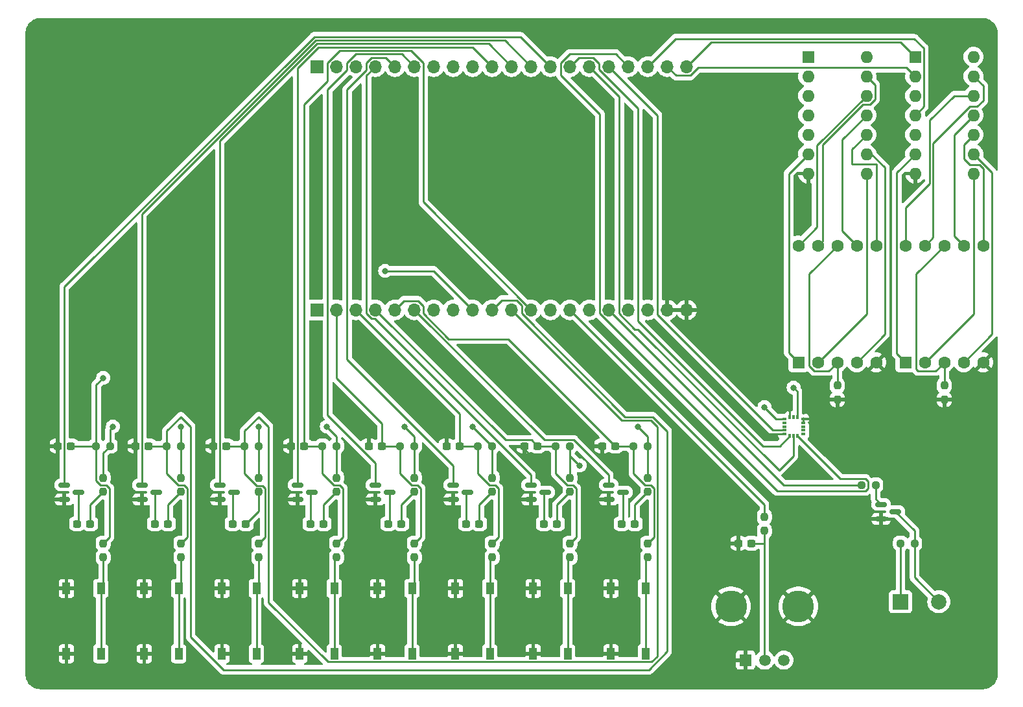
<source format=gbr>
%TF.GenerationSoftware,KiCad,Pcbnew,7.0.9*%
%TF.CreationDate,2023-12-22T14:46:18+09:00*%
%TF.ProjectId,Dev_IO_Board,4465765f-494f-45f4-926f-6172642e6b69,1.0.0*%
%TF.SameCoordinates,Original*%
%TF.FileFunction,Copper,L1,Top*%
%TF.FilePolarity,Positive*%
%FSLAX46Y46*%
G04 Gerber Fmt 4.6, Leading zero omitted, Abs format (unit mm)*
G04 Created by KiCad (PCBNEW 7.0.9) date 2023-12-22 14:46:18*
%MOMM*%
%LPD*%
G01*
G04 APERTURE LIST*
G04 Aperture macros list*
%AMRoundRect*
0 Rectangle with rounded corners*
0 $1 Rounding radius*
0 $2 $3 $4 $5 $6 $7 $8 $9 X,Y pos of 4 corners*
0 Add a 4 corners polygon primitive as box body*
4,1,4,$2,$3,$4,$5,$6,$7,$8,$9,$2,$3,0*
0 Add four circle primitives for the rounded corners*
1,1,$1+$1,$2,$3*
1,1,$1+$1,$4,$5*
1,1,$1+$1,$6,$7*
1,1,$1+$1,$8,$9*
0 Add four rect primitives between the rounded corners*
20,1,$1+$1,$2,$3,$4,$5,0*
20,1,$1+$1,$4,$5,$6,$7,0*
20,1,$1+$1,$6,$7,$8,$9,0*
20,1,$1+$1,$8,$9,$2,$3,0*%
G04 Aperture macros list end*
%TA.AperFunction,SMDPad,CuDef*%
%ADD10RoundRect,0.237500X-0.237500X0.250000X-0.237500X-0.250000X0.237500X-0.250000X0.237500X0.250000X0*%
%TD*%
%TA.AperFunction,ComponentPad*%
%ADD11R,1.700000X1.700000*%
%TD*%
%TA.AperFunction,ComponentPad*%
%ADD12O,1.700000X1.700000*%
%TD*%
%TA.AperFunction,SMDPad,CuDef*%
%ADD13RoundRect,0.150000X-0.587500X-0.150000X0.587500X-0.150000X0.587500X0.150000X-0.587500X0.150000X0*%
%TD*%
%TA.AperFunction,SMDPad,CuDef*%
%ADD14RoundRect,0.237500X0.300000X0.237500X-0.300000X0.237500X-0.300000X-0.237500X0.300000X-0.237500X0*%
%TD*%
%TA.AperFunction,SMDPad,CuDef*%
%ADD15R,1.000000X1.500000*%
%TD*%
%TA.AperFunction,SMDPad,CuDef*%
%ADD16RoundRect,0.237500X-0.250000X-0.237500X0.250000X-0.237500X0.250000X0.237500X-0.250000X0.237500X0*%
%TD*%
%TA.AperFunction,ComponentPad*%
%ADD17R,1.600000X1.600000*%
%TD*%
%TA.AperFunction,ComponentPad*%
%ADD18C,1.600000*%
%TD*%
%TA.AperFunction,SMDPad,CuDef*%
%ADD19RoundRect,0.237500X-0.287500X-0.237500X0.287500X-0.237500X0.287500X0.237500X-0.287500X0.237500X0*%
%TD*%
%TA.AperFunction,SMDPad,CuDef*%
%ADD20RoundRect,0.237500X0.250000X0.237500X-0.250000X0.237500X-0.250000X-0.237500X0.250000X-0.237500X0*%
%TD*%
%TA.AperFunction,SMDPad,CuDef*%
%ADD21R,0.550000X0.350000*%
%TD*%
%TA.AperFunction,SMDPad,CuDef*%
%ADD22R,0.350000X0.550000*%
%TD*%
%TA.AperFunction,ComponentPad*%
%ADD23O,1.600000X1.600000*%
%TD*%
%TA.AperFunction,ComponentPad*%
%ADD24R,1.500000X1.500000*%
%TD*%
%TA.AperFunction,ComponentPad*%
%ADD25C,1.500000*%
%TD*%
%TA.AperFunction,ComponentPad*%
%ADD26C,4.155000*%
%TD*%
%TA.AperFunction,ComponentPad*%
%ADD27R,2.000000X2.000000*%
%TD*%
%TA.AperFunction,ComponentPad*%
%ADD28C,2.000000*%
%TD*%
%TA.AperFunction,ViaPad*%
%ADD29C,0.800000*%
%TD*%
%TA.AperFunction,Conductor*%
%ADD30C,0.250000*%
%TD*%
G04 APERTURE END LIST*
D10*
%TO.P,R25,1*%
%TO.N,PB9*%
X165005000Y-124935951D03*
%TO.P,R25,2*%
%TO.N,Net-(R25-Pad2)*%
X165005000Y-126760951D03*
%TD*%
D11*
%TO.P,J1,1,Pin_1*%
%TO.N,VCC3V3*%
X121825000Y-62705951D03*
D12*
%TO.P,J1,2,Pin_2*%
%TO.N,GND*%
X124365000Y-62705951D03*
%TO.P,J1,3,Pin_3*%
%TO.N,5V*%
X126905000Y-62705951D03*
%TO.P,J1,4,Pin_4*%
%TO.N,PC12*%
X129445000Y-62705951D03*
%TO.P,J1,5,Pin_5*%
%TO.N,PC11*%
X131985000Y-62705951D03*
%TO.P,J1,6,Pin_6*%
%TO.N,PC10*%
X134525000Y-62705951D03*
%TO.P,J1,7,Pin_7*%
%TO.N,PA10{slash}USART1_RX*%
X137065000Y-62705951D03*
%TO.P,J1,8,Pin_8*%
%TO.N,PA9{slash}USART1_TX*%
X139605000Y-62705951D03*
%TO.P,J1,9,Pin_9*%
%TO.N,PA8*%
X142145000Y-62705951D03*
%TO.P,J1,10,Pin_10*%
%TO.N,PC9*%
X144685000Y-62705951D03*
%TO.P,J1,11,Pin_11*%
%TO.N,PC8*%
X147225000Y-62705951D03*
%TO.P,J1,12,Pin_12*%
%TO.N,PC7*%
X149765000Y-62705951D03*
%TO.P,J1,13,Pin_13*%
%TO.N,PC6*%
X152305000Y-62705951D03*
%TO.P,J1,14,Pin_14*%
%TO.N,PB15{slash}SPI2_MOSI*%
X154845000Y-62705951D03*
%TO.P,J1,15,Pin_15*%
%TO.N,PB14{slash}SPI2_MISO*%
X157385000Y-62705951D03*
%TO.P,J1,16,Pin_16*%
%TO.N,PB13{slash}SPI2_SCK*%
X159925000Y-62705951D03*
%TO.P,J1,17,Pin_17*%
%TO.N,PB12{slash}SPI2_NSS*%
X162465000Y-62705951D03*
%TO.P,J1,18,Pin_18*%
%TO.N,PB11*%
X165005000Y-62705951D03*
%TO.P,J1,19,Pin_19*%
%TO.N,PB10*%
X167545000Y-62705951D03*
%TO.P,J1,20,Pin_20*%
%TO.N,PB1*%
X170085000Y-62705951D03*
%TD*%
D13*
%TO.P,Q1,1,B*%
%TO.N,PC6*%
X88805000Y-117315951D03*
%TO.P,Q1,2,E*%
%TO.N,GND*%
X88805000Y-119215951D03*
%TO.P,Q1,3,C*%
%TO.N,Net-(D1-K)*%
X90680000Y-118265951D03*
%TD*%
D14*
%TO.P,C5,1*%
%TO.N,PB6*%
X130307500Y-112235951D03*
%TO.P,C5,2*%
%TO.N,GND*%
X128582500Y-112235951D03*
%TD*%
D15*
%TO.P,S5,1,1*%
%TO.N,Net-(R22-Pad2)*%
X134235000Y-130845951D03*
%TO.P,S5,2,2*%
X134235000Y-139345951D03*
%TO.P,S5,3,3*%
%TO.N,GND*%
X129735000Y-130845951D03*
%TO.P,S5,4,4*%
X129735000Y-139345951D03*
%TD*%
D16*
%TO.P,R26,1*%
%TO.N,VCC3V3*%
X198025000Y-124935951D03*
%TO.P,R26,2*%
%TO.N,Net-(BZ1-+)*%
X199850000Y-124935951D03*
%TD*%
D10*
%TO.P,R22,1*%
%TO.N,PB6*%
X134525000Y-124935951D03*
%TO.P,R22,2*%
%TO.N,Net-(R22-Pad2)*%
X134525000Y-126760951D03*
%TD*%
D15*
%TO.P,S6,1,1*%
%TO.N,Net-(R23-Pad2)*%
X144395000Y-130845951D03*
%TO.P,S6,2,2*%
X144395000Y-139345951D03*
%TO.P,S6,3,3*%
%TO.N,GND*%
X139895000Y-130845951D03*
%TO.P,S6,4,4*%
X139895000Y-139345951D03*
%TD*%
%TO.P,S3,1,1*%
%TO.N,Net-(R20-Pad2)*%
X113915000Y-130845951D03*
%TO.P,S3,2,2*%
X113915000Y-139345951D03*
%TO.P,S3,3,3*%
%TO.N,GND*%
X109415000Y-130845951D03*
%TO.P,S3,4,4*%
X109415000Y-139345951D03*
%TD*%
D13*
%TO.P,Q9,1,B*%
%TO.N,Net-(Q9-B)*%
X195485000Y-119855951D03*
%TO.P,Q9,2,E*%
%TO.N,GND*%
X195485000Y-121755951D03*
%TO.P,Q9,3,C*%
%TO.N,Net-(BZ1-+)*%
X197360000Y-120805951D03*
%TD*%
D14*
%TO.P,C7,1*%
%TO.N,PB8*%
X150627500Y-112235951D03*
%TO.P,C7,2*%
%TO.N,GND*%
X148902500Y-112235951D03*
%TD*%
D11*
%TO.P,J2,1,Pin_1*%
%TO.N,VBAT*%
X121825000Y-94455951D03*
D12*
%TO.P,J2,2,Pin_2*%
%TO.N,PB6*%
X124365000Y-94455951D03*
%TO.P,J2,3,Pin_3*%
%TO.N,PB7*%
X126905000Y-94455951D03*
%TO.P,J2,4,Pin_4*%
%TO.N,PB8*%
X129445000Y-94455951D03*
%TO.P,J2,5,Pin_5*%
%TO.N,PB9*%
X131985000Y-94455951D03*
%TO.P,J2,6,Pin_6*%
%TO.N,PC13*%
X134525000Y-94455951D03*
%TO.P,J2,7,Pin_7*%
%TO.N,PA5*%
X137065000Y-94455951D03*
%TO.P,J2,8,Pin_8*%
%TO.N,PA6*%
X139605000Y-94455951D03*
%TO.P,J2,9,Pin_9*%
%TO.N,PC0*%
X142145000Y-94455951D03*
%TO.P,J2,10,Pin_10*%
%TO.N,PC1*%
X144685000Y-94455951D03*
%TO.P,J2,11,Pin_11*%
%TO.N,PC2*%
X147225000Y-94455951D03*
%TO.P,J2,12,Pin_12*%
%TO.N,PC3*%
X149765000Y-94455951D03*
%TO.P,J2,13,Pin_13*%
%TO.N,PA0*%
X152305000Y-94455951D03*
%TO.P,J2,14,Pin_14*%
%TO.N,PA1{slash}ADC123_IN1*%
X154845000Y-94455951D03*
%TO.P,J2,15,Pin_15*%
%TO.N,PA2*%
X157385000Y-94455951D03*
%TO.P,J2,16,Pin_16*%
%TO.N,PA3{slash}TIM9_CH2*%
X159925000Y-94455951D03*
%TO.P,J2,17,Pin_17*%
%TO.N,RESET*%
X162465000Y-94455951D03*
%TO.P,J2,18,Pin_18*%
%TO.N,VCC3V3*%
X165005000Y-94455951D03*
%TO.P,J2,19,Pin_19*%
%TO.N,GND*%
X167545000Y-94455951D03*
%TO.P,J2,20,Pin_20*%
X170085000Y-94455951D03*
%TD*%
D10*
%TO.P,R21,1*%
%TO.N,PC3*%
X124365000Y-124935951D03*
%TO.P,R21,2*%
%TO.N,Net-(R21-Pad2)*%
X124365000Y-126760951D03*
%TD*%
D13*
%TO.P,Q4,1,B*%
%TO.N,PC9*%
X119285000Y-117315951D03*
%TO.P,Q4,2,E*%
%TO.N,GND*%
X119285000Y-119215951D03*
%TO.P,Q4,3,C*%
%TO.N,Net-(D5-K)*%
X121160000Y-118265951D03*
%TD*%
D17*
%TO.P,U4,1,E*%
%TO.N,Net-(U2-e)*%
X184690000Y-101318451D03*
D18*
%TO.P,U4,2,D*%
%TO.N,Net-(U2-d)*%
X187230000Y-101318451D03*
%TO.P,U4,3,CC*%
%TO.N,Net-(R28-Pad1)*%
X189770000Y-101318451D03*
%TO.P,U4,4,C*%
%TO.N,Net-(U2-c)*%
X192310000Y-101318451D03*
%TO.P,U4,5,DP*%
%TO.N,GND*%
X194850000Y-101318451D03*
%TO.P,U4,6,B*%
%TO.N,Net-(U2-b)*%
X194850000Y-86078451D03*
%TO.P,U4,7,A*%
%TO.N,Net-(U2-a)*%
X192310000Y-86078451D03*
%TO.P,U4,8,CC*%
%TO.N,Net-(R28-Pad1)*%
X189770000Y-86078451D03*
%TO.P,U4,9,F*%
%TO.N,Net-(U2-f)*%
X187230000Y-86078451D03*
%TO.P,U4,10,G*%
%TO.N,Net-(U2-g)*%
X184690000Y-86078451D03*
%TD*%
D10*
%TO.P,R6,1*%
%TO.N,VCC3V3*%
X144685000Y-116403451D03*
%TO.P,R6,2*%
%TO.N,Net-(D7-A)*%
X144685000Y-118228451D03*
%TD*%
%TO.P,R19,1*%
%TO.N,PC1*%
X104045000Y-124935951D03*
%TO.P,R19,2*%
%TO.N,Net-(R19-Pad2)*%
X104045000Y-126760951D03*
%TD*%
D19*
%TO.P,D1,1,K*%
%TO.N,Net-(D1-K)*%
X90470000Y-122395951D03*
%TO.P,D1,2,A*%
%TO.N,Net-(D1-A)*%
X92220000Y-122395951D03*
%TD*%
D14*
%TO.P,C4,1*%
%TO.N,PC3*%
X120147500Y-112235951D03*
%TO.P,C4,2*%
%TO.N,GND*%
X118422500Y-112235951D03*
%TD*%
D13*
%TO.P,Q7,1,B*%
%TO.N,PC12*%
X149765000Y-117315951D03*
%TO.P,Q7,2,E*%
%TO.N,GND*%
X149765000Y-119215951D03*
%TO.P,Q7,3,C*%
%TO.N,Net-(D8-K)*%
X151640000Y-118265951D03*
%TD*%
D20*
%TO.P,R15,1*%
%TO.N,VCC3V3*%
X154845000Y-112235951D03*
%TO.P,R15,2*%
%TO.N,PB8*%
X153020000Y-112235951D03*
%TD*%
D13*
%TO.P,Q5,1,B*%
%TO.N,PC10*%
X129445000Y-117315951D03*
%TO.P,Q5,2,E*%
%TO.N,GND*%
X129445000Y-119215951D03*
%TO.P,Q5,3,C*%
%TO.N,Net-(D6-K)*%
X131320000Y-118265951D03*
%TD*%
D14*
%TO.P,C9,1*%
%TO.N,Net-(VR1-WIPER)*%
X178567500Y-124935951D03*
%TO.P,C9,2*%
%TO.N,GND*%
X176842500Y-124935951D03*
%TD*%
D13*
%TO.P,Q3,1,B*%
%TO.N,PC8*%
X109125000Y-117315951D03*
%TO.P,Q3,2,E*%
%TO.N,GND*%
X109125000Y-119215951D03*
%TO.P,Q3,3,C*%
%TO.N,Net-(D4-K)*%
X111000000Y-118265951D03*
%TD*%
D10*
%TO.P,R2,1*%
%TO.N,VCC3V3*%
X104045000Y-116403451D03*
%TO.P,R2,2*%
%TO.N,Net-(D3-A)*%
X104045000Y-118228451D03*
%TD*%
%TO.P,R18,1*%
%TO.N,PC0*%
X93885000Y-124935951D03*
%TO.P,R18,2*%
%TO.N,Net-(R18-Pad2)*%
X93885000Y-126760951D03*
%TD*%
D19*
%TO.P,D9,1,K*%
%TO.N,Net-(D9-K)*%
X161590000Y-122395951D03*
%TO.P,D9,2,A*%
%TO.N,Net-(D9-A)*%
X163340000Y-122395951D03*
%TD*%
D20*
%TO.P,R9,1*%
%TO.N,VCC3V3*%
X94797500Y-112235951D03*
%TO.P,R9,2*%
%TO.N,PC0*%
X92972500Y-112235951D03*
%TD*%
D19*
%TO.P,D8,1,K*%
%TO.N,Net-(D8-K)*%
X151430000Y-122395951D03*
%TO.P,D8,2,A*%
%TO.N,Net-(D8-A)*%
X153180000Y-122395951D03*
%TD*%
D13*
%TO.P,Q2,1,B*%
%TO.N,PC7*%
X98965000Y-117315951D03*
%TO.P,Q2,2,E*%
%TO.N,GND*%
X98965000Y-119215951D03*
%TO.P,Q2,3,C*%
%TO.N,Net-(D3-K)*%
X100840000Y-118265951D03*
%TD*%
D20*
%TO.P,R14,1*%
%TO.N,VCC3V3*%
X144685000Y-112235951D03*
%TO.P,R14,2*%
%TO.N,PB7*%
X142860000Y-112235951D03*
%TD*%
D10*
%TO.P,R7,1*%
%TO.N,VCC3V3*%
X154845000Y-116403451D03*
%TO.P,R7,2*%
%TO.N,Net-(D8-A)*%
X154845000Y-118228451D03*
%TD*%
D19*
%TO.P,D4,1,K*%
%TO.N,Net-(D4-K)*%
X110790000Y-122395951D03*
%TO.P,D4,2,A*%
%TO.N,Net-(D4-A)*%
X112540000Y-122395951D03*
%TD*%
D13*
%TO.P,Q8,1,B*%
%TO.N,PC13*%
X159925000Y-117315951D03*
%TO.P,Q8,2,E*%
%TO.N,GND*%
X159925000Y-119215951D03*
%TO.P,Q8,3,C*%
%TO.N,Net-(D9-K)*%
X161800000Y-118265951D03*
%TD*%
D14*
%TO.P,C8,1*%
%TO.N,PB9*%
X160787500Y-112235951D03*
%TO.P,C8,2*%
%TO.N,GND*%
X159062500Y-112235951D03*
%TD*%
D20*
%TO.P,R12,1*%
%TO.N,VCC3V3*%
X124365000Y-112235951D03*
%TO.P,R12,2*%
%TO.N,PC3*%
X122540000Y-112235951D03*
%TD*%
D21*
%TO.P,U1,1,VDD_IO*%
%TO.N,VCC3V3*%
X182830000Y-108695951D03*
%TO.P,U1,2,NC*%
%TO.N,unconnected-(U1-NC-Pad2)*%
X182830000Y-109195951D03*
%TO.P,U1,3,NC*%
%TO.N,unconnected-(U1-NC-Pad3)*%
X182830000Y-109695951D03*
%TO.P,U1,4,SCL/SPC*%
%TO.N,PB13{slash}SPI2_SCK*%
X182830000Y-110195951D03*
%TO.P,U1,5,GND*%
%TO.N,GND*%
X182830000Y-110695951D03*
D22*
%TO.P,U1,6,SDA/SDI/SDO*%
%TO.N,PB15{slash}SPI2_MOSI*%
X183555000Y-110920951D03*
%TO.P,U1,7,SDO/SA0*%
%TO.N,PB14{slash}SPI2_MISO*%
X184055000Y-110920951D03*
%TO.P,U1,8,CS*%
%TO.N,PB12{slash}SPI2_NSS*%
X184555000Y-110920951D03*
D21*
%TO.P,U1,9,INT2*%
%TO.N,unconnected-(U1-INT2-Pad9)*%
X185280000Y-110695951D03*
%TO.P,U1,10,Reserved*%
%TO.N,unconnected-(U1-Reserved-Pad10)*%
X185280000Y-110195951D03*
%TO.P,U1,11,INT1*%
%TO.N,unconnected-(U1-INT1-Pad11)*%
X185280000Y-109695951D03*
%TO.P,U1,12,GND*%
%TO.N,GND*%
X185280000Y-109195951D03*
%TO.P,U1,13,GND*%
X185280000Y-108695951D03*
D22*
%TO.P,U1,14,VDD*%
%TO.N,VCC3V3*%
X184555000Y-108470951D03*
%TO.P,U1,15,Reserved*%
%TO.N,unconnected-(U1-Reserved-Pad15)*%
X184055000Y-108470951D03*
%TO.P,U1,16,GND*%
%TO.N,GND*%
X183555000Y-108470951D03*
%TD*%
D17*
%TO.P,U3,1,B*%
%TO.N,PB1*%
X199940000Y-61430951D03*
D23*
%TO.P,U3,2,C*%
%TO.N,PB10*%
X199940000Y-63970951D03*
%TO.P,U3,3,~{BI}*%
%TO.N,VCC3V3*%
X199940000Y-66510951D03*
%TO.P,U3,4,D*%
%TO.N,PB11*%
X199940000Y-69050951D03*
%TO.P,U3,5,A*%
%TO.N,PA8*%
X199940000Y-71590951D03*
%TO.P,U3,6,e*%
%TO.N,Net-(U3-e)*%
X199940000Y-74130951D03*
%TO.P,U3,7,GND*%
%TO.N,GND*%
X199940000Y-76670951D03*
%TO.P,U3,8,d*%
%TO.N,Net-(U3-d)*%
X207560000Y-76670951D03*
%TO.P,U3,9,c*%
%TO.N,Net-(U3-c)*%
X207560000Y-74130951D03*
%TO.P,U3,10,b*%
%TO.N,Net-(U3-b)*%
X207560000Y-71590951D03*
%TO.P,U3,11,a*%
%TO.N,Net-(U3-a)*%
X207560000Y-69050951D03*
%TO.P,U3,12,g*%
%TO.N,Net-(U3-g)*%
X207560000Y-66510951D03*
%TO.P,U3,13,f*%
%TO.N,Net-(U3-f)*%
X207560000Y-63970951D03*
%TO.P,U3,14,VCC*%
%TO.N,VCC3V3*%
X207560000Y-61430951D03*
%TD*%
D14*
%TO.P,C6,1*%
%TO.N,PB7*%
X140467500Y-112235951D03*
%TO.P,C6,2*%
%TO.N,GND*%
X138742500Y-112235951D03*
%TD*%
D17*
%TO.P,U5,1,E*%
%TO.N,Net-(U3-e)*%
X198660000Y-101318451D03*
D18*
%TO.P,U5,2,D*%
%TO.N,Net-(U3-d)*%
X201200000Y-101318451D03*
%TO.P,U5,3,CC*%
%TO.N,Net-(R29-Pad1)*%
X203740000Y-101318451D03*
%TO.P,U5,4,C*%
%TO.N,Net-(U3-c)*%
X206280000Y-101318451D03*
%TO.P,U5,5,DP*%
%TO.N,GND*%
X208820000Y-101318451D03*
%TO.P,U5,6,B*%
%TO.N,Net-(U3-b)*%
X208820000Y-86078451D03*
%TO.P,U5,7,A*%
%TO.N,Net-(U3-a)*%
X206280000Y-86078451D03*
%TO.P,U5,8,CC*%
%TO.N,Net-(R29-Pad1)*%
X203740000Y-86078451D03*
%TO.P,U5,9,F*%
%TO.N,Net-(U3-f)*%
X201200000Y-86078451D03*
%TO.P,U5,10,G*%
%TO.N,Net-(U3-g)*%
X198660000Y-86078451D03*
%TD*%
D14*
%TO.P,C1,1*%
%TO.N,PC0*%
X89667500Y-112235951D03*
%TO.P,C1,2*%
%TO.N,GND*%
X87942500Y-112235951D03*
%TD*%
D19*
%TO.P,D5,1,K*%
%TO.N,Net-(D5-K)*%
X120950000Y-122395951D03*
%TO.P,D5,2,A*%
%TO.N,Net-(D5-A)*%
X122700000Y-122395951D03*
%TD*%
%TO.P,D7,1,K*%
%TO.N,Net-(D7-K)*%
X141270000Y-122395951D03*
%TO.P,D7,2,A*%
%TO.N,Net-(D7-A)*%
X143020000Y-122395951D03*
%TD*%
D15*
%TO.P,S2,1,1*%
%TO.N,Net-(R19-Pad2)*%
X103755000Y-130845951D03*
%TO.P,S2,2,2*%
X103755000Y-139345951D03*
%TO.P,S2,3,3*%
%TO.N,GND*%
X99255000Y-130845951D03*
%TO.P,S2,4,4*%
X99255000Y-139345951D03*
%TD*%
D10*
%TO.P,R1,1*%
%TO.N,VCC3V3*%
X93885000Y-116403451D03*
%TO.P,R1,2*%
%TO.N,Net-(D1-A)*%
X93885000Y-118228451D03*
%TD*%
D20*
%TO.P,R13,1*%
%TO.N,VCC3V3*%
X134525000Y-112235951D03*
%TO.P,R13,2*%
%TO.N,PB6*%
X132700000Y-112235951D03*
%TD*%
D19*
%TO.P,D6,1,K*%
%TO.N,Net-(D6-K)*%
X131110000Y-122395951D03*
%TO.P,D6,2,A*%
%TO.N,Net-(D6-A)*%
X132860000Y-122395951D03*
%TD*%
D14*
%TO.P,C3,1*%
%TO.N,PC2*%
X109987500Y-112235951D03*
%TO.P,C3,2*%
%TO.N,GND*%
X108262500Y-112235951D03*
%TD*%
D20*
%TO.P,R11,1*%
%TO.N,VCC3V3*%
X114205000Y-112235951D03*
%TO.P,R11,2*%
%TO.N,PC2*%
X112380000Y-112235951D03*
%TD*%
D10*
%TO.P,R20,1*%
%TO.N,PC2*%
X114205000Y-124935951D03*
%TO.P,R20,2*%
%TO.N,Net-(R20-Pad2)*%
X114205000Y-126760951D03*
%TD*%
D24*
%TO.P,VR1,1,CCW*%
%TO.N,GND*%
X177785000Y-140175951D03*
D25*
%TO.P,VR1,2,WIPER*%
%TO.N,Net-(VR1-WIPER)*%
X180285000Y-140175951D03*
%TO.P,VR1,3,CW*%
%TO.N,VCC3V3*%
X182785000Y-140175951D03*
D26*
%TO.P,VR1,MH1,MH1*%
%TO.N,GND*%
X175885000Y-133175951D03*
%TO.P,VR1,MH2,MH2*%
X184685000Y-133175951D03*
%TD*%
D27*
%TO.P,BZ1,1,-*%
%TO.N,VCC3V3*%
X198025000Y-132555951D03*
D28*
%TO.P,BZ1,2,+*%
%TO.N,Net-(BZ1-+)*%
X203025000Y-132555951D03*
%TD*%
D15*
%TO.P,S7,1,1*%
%TO.N,Net-(R24-Pad2)*%
X154555000Y-130845951D03*
%TO.P,S7,2,2*%
X154555000Y-139345951D03*
%TO.P,S7,3,3*%
%TO.N,GND*%
X150055000Y-130845951D03*
%TO.P,S7,4,4*%
X150055000Y-139345951D03*
%TD*%
D20*
%TO.P,R10,1*%
%TO.N,VCC3V3*%
X104045000Y-112235951D03*
%TO.P,R10,2*%
%TO.N,PC1*%
X102220000Y-112235951D03*
%TD*%
D13*
%TO.P,Q6,1,B*%
%TO.N,PC11*%
X139605000Y-117315951D03*
%TO.P,Q6,2,E*%
%TO.N,GND*%
X139605000Y-119215951D03*
%TO.P,Q6,3,C*%
%TO.N,Net-(D7-K)*%
X141480000Y-118265951D03*
%TD*%
D17*
%TO.P,U2,1,B*%
%TO.N,PA2*%
X185960000Y-61430951D03*
D23*
%TO.P,U2,2,C*%
%TO.N,PA5*%
X185960000Y-63970951D03*
%TO.P,U2,3,~{BI}*%
%TO.N,VCC3V3*%
X185960000Y-66510951D03*
%TO.P,U2,4,D*%
%TO.N,PA6*%
X185960000Y-69050951D03*
%TO.P,U2,5,A*%
%TO.N,PA0*%
X185960000Y-71590951D03*
%TO.P,U2,6,e*%
%TO.N,Net-(U2-e)*%
X185960000Y-74130951D03*
%TO.P,U2,7,GND*%
%TO.N,GND*%
X185960000Y-76670951D03*
%TO.P,U2,8,d*%
%TO.N,Net-(U2-d)*%
X193580000Y-76670951D03*
%TO.P,U2,9,c*%
%TO.N,Net-(U2-c)*%
X193580000Y-74130951D03*
%TO.P,U2,10,b*%
%TO.N,Net-(U2-b)*%
X193580000Y-71590951D03*
%TO.P,U2,11,a*%
%TO.N,Net-(U2-a)*%
X193580000Y-69050951D03*
%TO.P,U2,12,g*%
%TO.N,Net-(U2-g)*%
X193580000Y-66510951D03*
%TO.P,U2,13,f*%
%TO.N,Net-(U2-f)*%
X193580000Y-63970951D03*
%TO.P,U2,14,VCC*%
%TO.N,VCC3V3*%
X193580000Y-61430951D03*
%TD*%
D10*
%TO.P,R5,1*%
%TO.N,VCC3V3*%
X134525000Y-116403451D03*
%TO.P,R5,2*%
%TO.N,Net-(D6-A)*%
X134525000Y-118228451D03*
%TD*%
%TO.P,R3,1*%
%TO.N,VCC3V3*%
X114205000Y-116403451D03*
%TO.P,R3,2*%
%TO.N,Net-(D4-A)*%
X114205000Y-118228451D03*
%TD*%
D20*
%TO.P,R16,1*%
%TO.N,VCC3V3*%
X165005000Y-112235951D03*
%TO.P,R16,2*%
%TO.N,PB9*%
X163180000Y-112235951D03*
%TD*%
D16*
%TO.P,R27,1*%
%TO.N,PA3{slash}TIM9_CH2*%
X192945000Y-117315951D03*
%TO.P,R27,2*%
%TO.N,Net-(Q9-B)*%
X194770000Y-117315951D03*
%TD*%
D10*
%TO.P,R4,1*%
%TO.N,VCC3V3*%
X124365000Y-116403451D03*
%TO.P,R4,2*%
%TO.N,Net-(D5-A)*%
X124365000Y-118228451D03*
%TD*%
%TO.P,R24,1*%
%TO.N,PB8*%
X154845000Y-124935951D03*
%TO.P,R24,2*%
%TO.N,Net-(R24-Pad2)*%
X154845000Y-126760951D03*
%TD*%
%TO.P,R29,1*%
%TO.N,Net-(R29-Pad1)*%
X203740000Y-104338451D03*
%TO.P,R29,2*%
%TO.N,GND*%
X203740000Y-106163451D03*
%TD*%
%TO.P,R8,1*%
%TO.N,VCC3V3*%
X165005000Y-116403451D03*
%TO.P,R8,2*%
%TO.N,Net-(D9-A)*%
X165005000Y-118228451D03*
%TD*%
D15*
%TO.P,S1,1,1*%
%TO.N,Net-(R18-Pad2)*%
X93595000Y-130845951D03*
%TO.P,S1,2,2*%
X93595000Y-139345951D03*
%TO.P,S1,3,3*%
%TO.N,GND*%
X89095000Y-130845951D03*
%TO.P,S1,4,4*%
X89095000Y-139345951D03*
%TD*%
D14*
%TO.P,C2,1*%
%TO.N,PC1*%
X99827500Y-112235951D03*
%TO.P,C2,2*%
%TO.N,GND*%
X98102500Y-112235951D03*
%TD*%
D15*
%TO.P,S8,1,1*%
%TO.N,Net-(R25-Pad2)*%
X164715000Y-130845951D03*
%TO.P,S8,2,2*%
X164715000Y-139345951D03*
%TO.P,S8,3,3*%
%TO.N,GND*%
X160215000Y-130845951D03*
%TO.P,S8,4,4*%
X160215000Y-139345951D03*
%TD*%
D10*
%TO.P,R28,1*%
%TO.N,Net-(R28-Pad1)*%
X189770000Y-104338451D03*
%TO.P,R28,2*%
%TO.N,GND*%
X189770000Y-106163451D03*
%TD*%
D15*
%TO.P,S4,1,1*%
%TO.N,Net-(R21-Pad2)*%
X124075000Y-130845951D03*
%TO.P,S4,2,2*%
X124075000Y-139345951D03*
%TO.P,S4,3,3*%
%TO.N,GND*%
X119575000Y-130845951D03*
%TO.P,S4,4,4*%
X119575000Y-139345951D03*
%TD*%
D10*
%TO.P,R23,1*%
%TO.N,PB7*%
X144685000Y-124935951D03*
%TO.P,R23,2*%
%TO.N,Net-(R23-Pad2)*%
X144685000Y-126760951D03*
%TD*%
%TO.P,R17,1*%
%TO.N,PA1{slash}ADC123_IN1*%
X180245000Y-121483451D03*
%TO.P,R17,2*%
%TO.N,Net-(VR1-WIPER)*%
X180245000Y-123308451D03*
%TD*%
D19*
%TO.P,D3,1,K*%
%TO.N,Net-(D3-K)*%
X100630000Y-122395951D03*
%TO.P,D3,2,A*%
%TO.N,Net-(D3-A)*%
X102380000Y-122395951D03*
%TD*%
D29*
%TO.N,VCC3V3*%
X123095000Y-109695951D03*
X163735000Y-109695951D03*
X156115000Y-114775951D03*
X104045000Y-109695951D03*
X180245000Y-107155951D03*
X184055000Y-104615951D03*
X114205000Y-109695951D03*
X133255000Y-109695951D03*
X142145000Y-109695951D03*
X95155000Y-109695951D03*
%TO.N,PC0*%
X130715000Y-89375951D03*
X93885000Y-103345951D03*
%TO.N,GND*%
X129445000Y-126205951D03*
X126905000Y-77945951D03*
X131985000Y-103345951D03*
X116745000Y-137635951D03*
X149765000Y-74135951D03*
X124365000Y-77945951D03*
X149765000Y-76675951D03*
X185325000Y-114775951D03*
X97695000Y-126205951D03*
X158655000Y-102075951D03*
X125635000Y-107155951D03*
X131985000Y-75405951D03*
X158655000Y-126205951D03*
X121825000Y-102075951D03*
X139605000Y-126205951D03*
X119285000Y-126205951D03*
X149765000Y-104615951D03*
X148495000Y-126205951D03*
X137065000Y-108425951D03*
X159925000Y-77945951D03*
X178975000Y-109695951D03*
X121825000Y-79215951D03*
X109125000Y-126205951D03*
X131985000Y-77945951D03*
X165005000Y-80485951D03*
X162465000Y-79215951D03*
X180880000Y-103980951D03*
X139605000Y-102075951D03*
X151035000Y-114775951D03*
%TD*%
D30*
%TO.N,VCC3V3*%
X95155000Y-109695951D02*
X94797500Y-110053451D01*
X133255000Y-109695951D02*
X134525000Y-110965951D01*
X163735000Y-109695951D02*
X165005000Y-110965951D01*
X184055000Y-104615951D02*
X184555000Y-105115951D01*
X165005000Y-116403451D02*
X165005000Y-112235951D01*
X124365000Y-110965951D02*
X124365000Y-112235951D01*
X104045000Y-112235951D02*
X104045000Y-109695951D01*
X104045000Y-112235951D02*
X104045000Y-116403451D01*
X94797500Y-112235951D02*
X93885000Y-113148451D01*
X124365000Y-116403451D02*
X124365000Y-112235951D01*
X114205000Y-109695951D02*
X114205000Y-112235951D01*
X156115000Y-114775951D02*
X154845000Y-113505951D01*
X94797500Y-110053451D02*
X94797500Y-112235951D01*
X93885000Y-116403451D02*
X93885000Y-113148451D01*
X154845000Y-113505951D02*
X154845000Y-112235951D01*
X134525000Y-110965951D02*
X134525000Y-112235951D01*
X123095000Y-109695951D02*
X124365000Y-110965951D01*
X154845000Y-112235951D02*
X154845000Y-116403451D01*
X134525000Y-116403451D02*
X134525000Y-112235951D01*
X182830000Y-108695951D02*
X181785000Y-108695951D01*
X181785000Y-108695951D02*
X180245000Y-107155951D01*
X114205000Y-116403451D02*
X114205000Y-112235951D01*
X144685000Y-116403451D02*
X144685000Y-112235951D01*
X165005000Y-110965951D02*
X165005000Y-112235951D01*
X198025000Y-124935951D02*
X198025000Y-132555951D01*
X142145000Y-109695951D02*
X144685000Y-112235951D01*
X184555000Y-105115951D02*
X184555000Y-108470951D01*
%TO.N,Net-(BZ1-+)*%
X199850000Y-124935951D02*
X199850000Y-129380951D01*
X199850000Y-129380951D02*
X203025000Y-132555951D01*
X199850000Y-123295951D02*
X197360000Y-120805951D01*
X199850000Y-124935951D02*
X199850000Y-123295951D01*
%TO.N,PC0*%
X94685000Y-117738875D02*
X94685000Y-124135951D01*
X92972500Y-112235951D02*
X89667500Y-112235951D01*
X92972500Y-116780527D02*
X93507924Y-117315951D01*
X137065000Y-89375951D02*
X130715000Y-89375951D01*
X94685000Y-124135951D02*
X93885000Y-124935951D01*
X92972500Y-112235951D02*
X92972500Y-116780527D01*
X93885000Y-103345951D02*
X92972500Y-104258451D01*
X92972500Y-104258451D02*
X92972500Y-112235951D01*
X142145000Y-94455951D02*
X137065000Y-89375951D01*
X93507924Y-117315951D02*
X94262076Y-117315951D01*
X94262076Y-117315951D02*
X94685000Y-117738875D01*
%TO.N,GND*%
X148902500Y-112643451D02*
X151035000Y-114775951D01*
X185280000Y-108695951D02*
X185280000Y-109195951D01*
X180880000Y-103980951D02*
X183555000Y-106655951D01*
X138742500Y-110103451D02*
X138742500Y-112235951D01*
X148902500Y-112235951D02*
X148902500Y-112643451D01*
X183555000Y-106655951D02*
X183555000Y-108470951D01*
X128582500Y-112235951D02*
X128582500Y-110103451D01*
X128582500Y-110103451D02*
X125635000Y-107155951D01*
X182830000Y-110695951D02*
X179975000Y-110695951D01*
X137065000Y-108425951D02*
X138742500Y-110103451D01*
X179975000Y-110695951D02*
X178975000Y-109695951D01*
%TO.N,PC1*%
X104845000Y-124135951D02*
X104045000Y-124935951D01*
X103667924Y-117315951D02*
X104422076Y-117315951D01*
X104845000Y-117738875D02*
X104845000Y-124135951D01*
X148590000Y-94942652D02*
X162073299Y-108425951D01*
X144685000Y-94455951D02*
X145955000Y-93185951D01*
X102220000Y-115868027D02*
X103667924Y-117315951D01*
X145955000Y-93185951D02*
X147858604Y-93185951D01*
X99827500Y-112235951D02*
X102220000Y-112235951D01*
X165660972Y-108425951D02*
X167545000Y-110309979D01*
X167545000Y-139052347D02*
X165151396Y-141445951D01*
X165151396Y-141445951D02*
X109615000Y-141445951D01*
X148590000Y-93917347D02*
X148590000Y-94942652D01*
X167545000Y-110309979D02*
X167545000Y-139052347D01*
X162073299Y-108425951D02*
X165660972Y-108425951D01*
X102220000Y-112235951D02*
X102220000Y-115868027D01*
X102220000Y-110250951D02*
X102220000Y-112235951D01*
X109615000Y-141445951D02*
X105315000Y-137145951D01*
X104422076Y-117315951D02*
X104845000Y-117738875D01*
X104045000Y-108425951D02*
X102220000Y-110250951D01*
X147858604Y-93185951D02*
X148590000Y-93917347D01*
X105315000Y-109695951D02*
X104045000Y-108425951D01*
X105315000Y-137145951D02*
X105315000Y-109695951D01*
%TO.N,PC2*%
X112380000Y-110250951D02*
X112380000Y-112235951D01*
X115005000Y-117738875D02*
X115005000Y-124135951D01*
X112380000Y-112235951D02*
X112380000Y-115868027D01*
X114205000Y-108425951D02*
X112380000Y-110250951D01*
X115475000Y-132645951D02*
X115475000Y-109695951D01*
X112380000Y-115868027D02*
X113927924Y-117415951D01*
X166275000Y-109695951D02*
X166275000Y-139685951D01*
X109987500Y-112235951D02*
X112380000Y-112235951D01*
X123250000Y-140420951D02*
X115475000Y-132645951D01*
X114682076Y-117415951D02*
X115005000Y-117738875D01*
X115475000Y-109695951D02*
X114205000Y-108425951D01*
X161645000Y-108875951D02*
X165455000Y-108875951D01*
X165540000Y-140420951D02*
X123250000Y-140420951D01*
X113927924Y-117415951D02*
X114682076Y-117415951D01*
X147225000Y-94455951D02*
X161645000Y-108875951D01*
X165455000Y-108875951D02*
X166275000Y-109695951D01*
X115005000Y-124135951D02*
X114205000Y-124935951D01*
X166275000Y-139685951D02*
X165540000Y-140420951D01*
%TO.N,PC3*%
X122540000Y-115868027D02*
X123987924Y-117315951D01*
X122540000Y-112235951D02*
X122540000Y-115868027D01*
X135700000Y-80390951D02*
X149765000Y-94455951D01*
X134111701Y-60630951D02*
X135700000Y-62219250D01*
X125165000Y-117738875D02*
X125165000Y-124135951D01*
X120147500Y-112235951D02*
X120147500Y-67611750D01*
X124742076Y-117315951D02*
X125165000Y-117738875D01*
X123190000Y-62219250D02*
X124778299Y-60630951D01*
X124778299Y-60630951D02*
X134111701Y-60630951D01*
X123190000Y-64569250D02*
X123190000Y-62219250D01*
X120147500Y-112235951D02*
X122540000Y-112235951D01*
X123987924Y-117315951D02*
X124742076Y-117315951D01*
X135700000Y-62219250D02*
X135700000Y-80390951D01*
X120147500Y-67611750D02*
X123190000Y-64569250D01*
X125165000Y-124135951D02*
X124365000Y-124935951D01*
%TO.N,PB6*%
X134147924Y-117315951D02*
X134902076Y-117315951D01*
X132700000Y-115868027D02*
X134147924Y-117315951D01*
X124365000Y-94455951D02*
X124365000Y-103345951D01*
X130307500Y-109288451D02*
X130307500Y-112235951D01*
X135325000Y-124135951D02*
X134525000Y-124935951D01*
X132700000Y-112235951D02*
X130307500Y-112235951D01*
X124365000Y-103345951D02*
X130307500Y-109288451D01*
X134902076Y-117315951D02*
X135325000Y-117738875D01*
X132700000Y-112235951D02*
X132700000Y-115868027D01*
X135325000Y-117738875D02*
X135325000Y-124135951D01*
%TO.N,PB7*%
X142860000Y-112235951D02*
X142860000Y-115868027D01*
X142860000Y-112235951D02*
X140467500Y-112235951D01*
X145062076Y-117315951D02*
X145485000Y-117738875D01*
X144307924Y-117315951D02*
X145062076Y-117315951D01*
X140467500Y-108018451D02*
X126905000Y-94455951D01*
X145485000Y-117738875D02*
X145485000Y-124135951D01*
X140467500Y-112235951D02*
X140467500Y-108018451D01*
X142860000Y-115868027D02*
X144307924Y-117315951D01*
X145485000Y-124135951D02*
X144685000Y-124935951D01*
%TO.N,PB8*%
X149827500Y-111435951D02*
X150627500Y-112235951D01*
X150627500Y-112235951D02*
X153020000Y-112235951D01*
X155645000Y-117738875D02*
X155645000Y-124135951D01*
X155222076Y-117315951D02*
X155645000Y-117738875D01*
X155645000Y-124135951D02*
X154845000Y-124935951D01*
X146425000Y-111435951D02*
X149827500Y-111435951D01*
X153020000Y-115868027D02*
X154467924Y-117315951D01*
X154467924Y-117315951D02*
X155222076Y-117315951D01*
X153020000Y-112235951D02*
X153020000Y-115868027D01*
X129445000Y-94455951D02*
X146425000Y-111435951D01*
%TO.N,PB9*%
X146817500Y-98265951D02*
X139023299Y-98265951D01*
X160787500Y-112235951D02*
X146817500Y-98265951D01*
X165805000Y-124135951D02*
X165005000Y-124935951D01*
X139023299Y-98265951D02*
X135700000Y-94942652D01*
X160787500Y-112235951D02*
X163180000Y-112235951D01*
X163180000Y-115868027D02*
X164627924Y-117315951D01*
X163180000Y-112235951D02*
X163180000Y-115868027D01*
X135700000Y-93969250D02*
X135011701Y-93280951D01*
X135700000Y-94942652D02*
X135700000Y-93969250D01*
X133160000Y-93280951D02*
X131985000Y-94455951D01*
X165382076Y-117315951D02*
X165805000Y-117738875D01*
X164627924Y-117315951D02*
X165382076Y-117315951D01*
X165805000Y-117738875D02*
X165805000Y-124135951D01*
X135011701Y-93280951D02*
X133160000Y-93280951D01*
%TO.N,Net-(VR1-WIPER)*%
X178567500Y-124935951D02*
X180245000Y-124935951D01*
X180245000Y-123308451D02*
X180245000Y-124935951D01*
X180245000Y-124935951D02*
X180245000Y-140175951D01*
%TO.N,Net-(D1-K)*%
X90680000Y-122185951D02*
X90470000Y-122395951D01*
X90680000Y-118265951D02*
X90680000Y-122185951D01*
%TO.N,Net-(D1-A)*%
X92220000Y-119893451D02*
X93885000Y-118228451D01*
X92220000Y-122395951D02*
X92220000Y-119893451D01*
%TO.N,Net-(D3-K)*%
X100630000Y-122395951D02*
X100630000Y-118475951D01*
X100630000Y-118475951D02*
X100840000Y-118265951D01*
%TO.N,Net-(D3-A)*%
X102380000Y-122395951D02*
X102380000Y-119893451D01*
X102380000Y-119893451D02*
X104045000Y-118228451D01*
%TO.N,Net-(D4-K)*%
X110790000Y-118475951D02*
X111000000Y-118265951D01*
X110790000Y-122395951D02*
X110790000Y-118475951D01*
%TO.N,Net-(D4-A)*%
X114205000Y-118228451D02*
X114205000Y-120730951D01*
X114205000Y-120730951D02*
X112540000Y-122395951D01*
%TO.N,Net-(D5-K)*%
X120950000Y-122395951D02*
X120950000Y-118475951D01*
X120950000Y-118475951D02*
X121160000Y-118265951D01*
%TO.N,Net-(D5-A)*%
X122700000Y-119893451D02*
X124365000Y-118228451D01*
X122700000Y-122395951D02*
X122700000Y-119893451D01*
%TO.N,Net-(D6-K)*%
X131320000Y-118265951D02*
X131320000Y-122185951D01*
X131320000Y-122185951D02*
X131110000Y-122395951D01*
%TO.N,Net-(D6-A)*%
X132860000Y-119893451D02*
X134525000Y-118228451D01*
X132860000Y-122395951D02*
X132860000Y-119893451D01*
%TO.N,Net-(D7-K)*%
X141270000Y-118475951D02*
X141480000Y-118265951D01*
X141270000Y-122395951D02*
X141270000Y-118475951D01*
%TO.N,Net-(D7-A)*%
X143020000Y-119893451D02*
X144685000Y-118228451D01*
X143020000Y-122395951D02*
X143020000Y-119893451D01*
%TO.N,Net-(D8-K)*%
X151430000Y-118475951D02*
X151640000Y-118265951D01*
X151430000Y-122395951D02*
X151430000Y-118475951D01*
%TO.N,Net-(D8-A)*%
X153180000Y-122395951D02*
X153180000Y-119893451D01*
X153180000Y-119893451D02*
X154845000Y-118228451D01*
%TO.N,Net-(D9-K)*%
X161800000Y-122185951D02*
X161590000Y-122395951D01*
X161800000Y-118265951D02*
X161800000Y-122185951D01*
%TO.N,Net-(D9-A)*%
X163340000Y-119893451D02*
X165005000Y-118228451D01*
X163340000Y-122395951D02*
X163340000Y-119893451D01*
%TO.N,PC12*%
X149765000Y-117315951D02*
X149765000Y-116026375D01*
X128958299Y-95630951D02*
X128270000Y-94942652D01*
X128270000Y-94942652D02*
X128270000Y-63880951D01*
X129369576Y-95630951D02*
X128958299Y-95630951D01*
X149765000Y-116026375D02*
X129369576Y-95630951D01*
X128270000Y-63880951D02*
X129445000Y-62705951D01*
%TO.N,PC11*%
X139605000Y-114775951D02*
X139605000Y-117315951D01*
X130810000Y-61530951D02*
X128958299Y-61530951D01*
X128270000Y-62219250D02*
X128270000Y-63192652D01*
X131985000Y-62705951D02*
X130810000Y-61530951D01*
X125730000Y-65732652D02*
X125730000Y-100900951D01*
X128270000Y-63192652D02*
X125730000Y-65732652D01*
X125730000Y-100900951D02*
X139605000Y-114775951D01*
X128958299Y-61530951D02*
X128270000Y-62219250D01*
%TO.N,PC10*%
X123190000Y-65732652D02*
X125730000Y-63192652D01*
X123190000Y-108183027D02*
X123190000Y-65732652D01*
X125730000Y-62219250D02*
X126868299Y-61080951D01*
X129445000Y-117315951D02*
X129445000Y-114438027D01*
X132900000Y-61080951D02*
X134525000Y-62705951D01*
X125730000Y-63192652D02*
X125730000Y-62219250D01*
X129445000Y-114438027D02*
X123190000Y-108183027D01*
X126868299Y-61080951D02*
X132900000Y-61080951D01*
%TO.N,PC9*%
X122000000Y-60180951D02*
X142160000Y-60180951D01*
X119285000Y-117315951D02*
X119285000Y-62895951D01*
X142160000Y-60180951D02*
X144685000Y-62705951D01*
X119285000Y-62895951D02*
X122000000Y-60180951D01*
%TO.N,PC8*%
X147225000Y-62705951D02*
X144250000Y-59730951D01*
X121813604Y-59730951D02*
X109125000Y-72419555D01*
X109125000Y-72419555D02*
X109125000Y-117315951D01*
X144250000Y-59730951D02*
X121813604Y-59730951D01*
%TO.N,PC7*%
X98965000Y-81943159D02*
X121627208Y-59280951D01*
X98965000Y-117315951D02*
X98965000Y-81943159D01*
X121627208Y-59280951D02*
X146340000Y-59280951D01*
X146340000Y-59280951D02*
X149765000Y-62705951D01*
%TO.N,PC6*%
X88805000Y-117315951D02*
X88805000Y-91466763D01*
X88805000Y-91466763D02*
X121440812Y-58830951D01*
X148430000Y-58830951D02*
X152305000Y-62705951D01*
X121440812Y-58830951D02*
X148430000Y-58830951D01*
%TO.N,PB15{slash}SPI2_MOSI*%
X163735000Y-68177652D02*
X158655000Y-63097652D01*
X183555000Y-110920951D02*
X182240000Y-112235951D01*
X158655000Y-63097652D02*
X158655000Y-62314250D01*
X158655000Y-62314250D02*
X157871701Y-61530951D01*
X180049149Y-112235951D02*
X163735000Y-95921802D01*
X157871701Y-61530951D02*
X156020000Y-61530951D01*
X182240000Y-112235951D02*
X180049149Y-112235951D01*
X163735000Y-95921802D02*
X163735000Y-68177652D01*
X156020000Y-61530951D02*
X154845000Y-62705951D01*
%TO.N,PB14{slash}SPI2_MISO*%
X182150000Y-115410952D02*
X163735000Y-96995951D01*
X163343299Y-96995951D02*
X161290000Y-94942652D01*
X163735000Y-96995951D02*
X163343299Y-96995951D01*
X161290000Y-94942652D02*
X161290000Y-66610951D01*
X184055000Y-110920951D02*
X184055000Y-113505951D01*
X184055000Y-113505951D02*
X182150000Y-115410952D01*
X161290000Y-66610951D02*
X157385000Y-62705951D01*
%TO.N,PB13{slash}SPI2_SCK*%
X166275000Y-69055951D02*
X159925000Y-62705951D01*
X166275000Y-95092347D02*
X166275000Y-69055951D01*
X181378604Y-110195951D02*
X166275000Y-95092347D01*
X182830000Y-110195951D02*
X181378604Y-110195951D01*
%TO.N,PB12{slash}SPI2_NSS*%
X184555000Y-110920951D02*
X190150000Y-116515951D01*
X181923299Y-118115951D02*
X158750000Y-94942652D01*
X193434576Y-116515951D02*
X193757500Y-116838875D01*
X193757500Y-116838875D02*
X193757500Y-117793027D01*
X190150000Y-116515951D02*
X193434576Y-116515951D01*
X193434576Y-118115951D02*
X181923299Y-118115951D01*
X160840000Y-61080951D02*
X162465000Y-62705951D01*
X193757500Y-117793027D02*
X193434576Y-118115951D01*
X153670000Y-62219250D02*
X154808299Y-61080951D01*
X158750000Y-94942652D02*
X158750000Y-68887347D01*
X153670000Y-63807347D02*
X153670000Y-62219250D01*
X158750000Y-68887347D02*
X153670000Y-63807347D01*
X154808299Y-61080951D02*
X160840000Y-61080951D01*
%TO.N,PB11*%
X199840000Y-59080951D02*
X168630000Y-59080951D01*
X168630000Y-59080951D02*
X165005000Y-62705951D01*
X199940000Y-69050951D02*
X201065000Y-67925951D01*
X201065000Y-67925951D02*
X201065000Y-60305951D01*
X201065000Y-60305951D02*
X199840000Y-59080951D01*
%TO.N,PB10*%
X171606701Y-62845951D02*
X170571701Y-63880951D01*
X199940000Y-63970951D02*
X198815000Y-62845951D01*
X170571701Y-63880951D02*
X168720000Y-63880951D01*
X168720000Y-63880951D02*
X167545000Y-62705951D01*
X198815000Y-62845951D02*
X171606701Y-62845951D01*
%TO.N,PB1*%
X198040000Y-59530951D02*
X173260000Y-59530951D01*
X173260000Y-59530951D02*
X170085000Y-62705951D01*
X199940000Y-61430951D02*
X198040000Y-59530951D01*
%TO.N,PC13*%
X155334576Y-111435951D02*
X159925000Y-116026375D01*
X151505000Y-111435951D02*
X155334576Y-111435951D01*
X159925000Y-116026375D02*
X159925000Y-117315951D01*
X134525000Y-94455951D02*
X151505000Y-111435951D01*
%TO.N,PA1{slash}ADC123_IN1*%
X180245000Y-121483451D02*
X180245000Y-119855951D01*
X180245000Y-119855951D02*
X154845000Y-94455951D01*
%TO.N,PA3{slash}TIM9_CH2*%
X159925000Y-94455951D02*
X182785000Y-117315951D01*
X182785000Y-117315951D02*
X192945000Y-117315951D01*
%TO.N,Net-(Q9-B)*%
X194770000Y-117315951D02*
X194770000Y-119140951D01*
X194770000Y-119140951D02*
X195485000Y-119855951D01*
%TO.N,Net-(R18-Pad2)*%
X93885000Y-130555951D02*
X93595000Y-130845951D01*
X93885000Y-126760951D02*
X93885000Y-130555951D01*
X93595000Y-130845951D02*
X93595000Y-139345951D01*
%TO.N,Net-(R19-Pad2)*%
X104045000Y-126760951D02*
X104045000Y-130555951D01*
X104045000Y-130555951D02*
X103755000Y-130845951D01*
X103755000Y-130845951D02*
X103755000Y-139345951D01*
%TO.N,Net-(R20-Pad2)*%
X114205000Y-130555951D02*
X113915000Y-130845951D01*
X114205000Y-126760951D02*
X114205000Y-130555951D01*
X113915000Y-130845951D02*
X113915000Y-139345951D01*
%TO.N,Net-(R21-Pad2)*%
X124075000Y-127050951D02*
X124365000Y-126760951D01*
X124075000Y-139345951D02*
X124075000Y-130845951D01*
X124075000Y-130845951D02*
X124075000Y-127050951D01*
%TO.N,Net-(R22-Pad2)*%
X134235000Y-130845951D02*
X134235000Y-139345951D01*
X134525000Y-130555951D02*
X134235000Y-130845951D01*
X134525000Y-126760951D02*
X134525000Y-130555951D01*
%TO.N,Net-(R23-Pad2)*%
X144395000Y-127050951D02*
X144685000Y-126760951D01*
X144395000Y-130845951D02*
X144395000Y-139345951D01*
X144395000Y-130845951D02*
X144395000Y-127050951D01*
%TO.N,Net-(R24-Pad2)*%
X154555000Y-127050951D02*
X154845000Y-126760951D01*
X154555000Y-130845951D02*
X154555000Y-139345951D01*
X154555000Y-130845951D02*
X154555000Y-127050951D01*
%TO.N,Net-(R25-Pad2)*%
X164715000Y-139345951D02*
X164715000Y-130845951D01*
X164715000Y-127050951D02*
X165005000Y-126760951D01*
X164715000Y-130845951D02*
X164715000Y-127050951D01*
%TO.N,Net-(R28-Pad1)*%
X186764009Y-102443451D02*
X186105000Y-101784442D01*
X186105000Y-101784442D02*
X186105000Y-89743451D01*
X189770000Y-101318451D02*
X188645000Y-102443451D01*
X189770000Y-104338451D02*
X189770000Y-101318451D01*
X186105000Y-89743451D02*
X189770000Y-86078451D01*
X188645000Y-102443451D02*
X186764009Y-102443451D01*
%TO.N,Net-(R29-Pad1)*%
X200075000Y-102220951D02*
X200297500Y-102443451D01*
X203740000Y-104338451D02*
X203740000Y-101318451D01*
X200297500Y-102443451D02*
X202615000Y-102443451D01*
X200075000Y-89743451D02*
X200075000Y-102220951D01*
X203740000Y-86078451D02*
X200075000Y-89743451D01*
X202615000Y-102443451D02*
X203740000Y-101318451D01*
%TO.N,Net-(U2-e)*%
X183420000Y-100048451D02*
X184690000Y-101318451D01*
X183420000Y-76670951D02*
X183420000Y-100048451D01*
X185960000Y-74130951D02*
X183420000Y-76670951D01*
%TO.N,Net-(U2-d)*%
X193580000Y-76670951D02*
X193580000Y-94968451D01*
X193580000Y-94968451D02*
X187230000Y-101318451D01*
%TO.N,Net-(U2-c)*%
X194211396Y-74130951D02*
X195975000Y-75894555D01*
X193580000Y-74130951D02*
X194211396Y-74130951D01*
X195975000Y-75894555D02*
X195975000Y-97653451D01*
X195975000Y-97653451D02*
X192310000Y-101318451D01*
%TO.N,Net-(U2-b)*%
X191675000Y-75405951D02*
X191675000Y-73495951D01*
X191675000Y-73495951D02*
X193580000Y-71590951D01*
X194850000Y-75405951D02*
X191675000Y-75405951D01*
X194850000Y-86078451D02*
X194850000Y-75405951D01*
%TO.N,Net-(U2-a)*%
X193580000Y-69050951D02*
X190405000Y-72225951D01*
X190405000Y-84173451D02*
X192310000Y-86078451D01*
X190405000Y-72225951D02*
X190405000Y-84173451D01*
%TO.N,Net-(U2-g)*%
X187085000Y-83683451D02*
X184690000Y-86078451D01*
X187085000Y-73005951D02*
X187085000Y-83683451D01*
X193580000Y-66510951D02*
X187085000Y-73005951D01*
%TO.N,Net-(U2-f)*%
X193114009Y-67635951D02*
X194045991Y-67635951D01*
X187865000Y-72884960D02*
X193114009Y-67635951D01*
X194705000Y-66976942D02*
X194705000Y-65095951D01*
X187865000Y-85443451D02*
X187865000Y-72884960D01*
X187230000Y-86078451D02*
X187865000Y-85443451D01*
X194045991Y-67635951D02*
X194705000Y-66976942D01*
X194705000Y-65095951D02*
X193580000Y-63970951D01*
%TO.N,Net-(U3-e)*%
X197535000Y-100193451D02*
X198660000Y-101318451D01*
X197535000Y-76535951D02*
X197535000Y-100193451D01*
X199940000Y-74130951D02*
X197535000Y-76535951D01*
%TO.N,Net-(U3-d)*%
X201200000Y-101318451D02*
X207560000Y-94958451D01*
X207560000Y-94958451D02*
X207560000Y-76670951D01*
%TO.N,Net-(U3-c)*%
X209945000Y-97653451D02*
X206280000Y-101318451D01*
X209945000Y-76529555D02*
X209945000Y-97653451D01*
X207560000Y-74130951D02*
X207560000Y-74144555D01*
X207560000Y-74144555D02*
X209945000Y-76529555D01*
%TO.N,Net-(U3-b)*%
X207560000Y-71590951D02*
X206280000Y-72870951D01*
X207094009Y-75545951D02*
X208325000Y-75545951D01*
X206280000Y-72870951D02*
X206280000Y-74731942D01*
X206280000Y-74731942D02*
X207094009Y-75545951D01*
X208820000Y-76040951D02*
X208820000Y-86078451D01*
X208325000Y-75545951D02*
X208820000Y-76040951D01*
%TO.N,Net-(U3-a)*%
X205010000Y-71600951D02*
X207560000Y-69050951D01*
X205010000Y-84808451D02*
X205010000Y-71600951D01*
X206280000Y-86078451D02*
X205010000Y-84808451D01*
%TO.N,Net-(U3-g)*%
X198660000Y-81120951D02*
X201835000Y-77945951D01*
X198660000Y-86078451D02*
X198660000Y-81120951D01*
X201835000Y-69690951D02*
X205015000Y-66510951D01*
X201835000Y-77945951D02*
X201835000Y-69690951D01*
X205015000Y-66510951D02*
X207560000Y-66510951D01*
%TO.N,Net-(U3-f)*%
X208820000Y-67150951D02*
X208045000Y-67925951D01*
X208045000Y-67925951D02*
X207094009Y-67925951D01*
X202285000Y-84993451D02*
X201200000Y-86078451D01*
X208820000Y-65230951D02*
X208820000Y-67150951D01*
X207560000Y-63970951D02*
X208820000Y-65230951D01*
X202285000Y-72734960D02*
X202285000Y-84993451D01*
X207094009Y-67925951D02*
X202285000Y-72734960D01*
%TD*%
%TA.AperFunction,Conductor*%
%TO.N,GND*%
G36*
X208727019Y-56356584D02*
G01*
X208806372Y-56361784D01*
X208811193Y-56362100D01*
X208990077Y-56374862D01*
X208997734Y-56375894D01*
X209117238Y-56399665D01*
X209258229Y-56430337D01*
X209264957Y-56432205D01*
X209386033Y-56473305D01*
X209473747Y-56506021D01*
X209516275Y-56521884D01*
X209522035Y-56524370D01*
X209639051Y-56582077D01*
X209759432Y-56647812D01*
X209764148Y-56650667D01*
X209821496Y-56688987D01*
X209872426Y-56723018D01*
X209875105Y-56724913D01*
X209983144Y-56805792D01*
X209986835Y-56808784D01*
X210083861Y-56893876D01*
X210085070Y-56894936D01*
X210088022Y-56897701D01*
X210183225Y-56992906D01*
X210185989Y-56995856D01*
X210186995Y-56997003D01*
X210272129Y-57094083D01*
X210275149Y-57097808D01*
X210356002Y-57205818D01*
X210357920Y-57208529D01*
X210430250Y-57316782D01*
X210433116Y-57321516D01*
X210498857Y-57441917D01*
X210556544Y-57558900D01*
X210559030Y-57564659D01*
X210607608Y-57694906D01*
X210648705Y-57815984D01*
X210650580Y-57822739D01*
X210681250Y-57963742D01*
X210705016Y-58083233D01*
X210706050Y-58090913D01*
X210718413Y-58263832D01*
X210724367Y-58354708D01*
X210724500Y-58358763D01*
X210724500Y-76156648D01*
X210704815Y-76223687D01*
X210652011Y-76269442D01*
X210582853Y-76279386D01*
X210519297Y-76250361D01*
X210500183Y-76229535D01*
X210489636Y-76215019D01*
X210470086Y-76188110D01*
X210466900Y-76183260D01*
X210443170Y-76143134D01*
X210443165Y-76143128D01*
X210429005Y-76128968D01*
X210416370Y-76114175D01*
X210404593Y-76097967D01*
X210368693Y-76068268D01*
X210364381Y-76064345D01*
X208856538Y-74556502D01*
X208823053Y-74495179D01*
X208824444Y-74436727D01*
X208829500Y-74417859D01*
X208845635Y-74357643D01*
X208865468Y-74130951D01*
X208845635Y-73904259D01*
X208786739Y-73684455D01*
X208690568Y-73478217D01*
X208560047Y-73291812D01*
X208560045Y-73291809D01*
X208399141Y-73130905D01*
X208212734Y-73000383D01*
X208212728Y-73000380D01*
X208185038Y-72987468D01*
X208154724Y-72973332D01*
X208102285Y-72927161D01*
X208083133Y-72859968D01*
X208103348Y-72793086D01*
X208154725Y-72748569D01*
X208212734Y-72721519D01*
X208399139Y-72590998D01*
X208560047Y-72430090D01*
X208690568Y-72243685D01*
X208786739Y-72037447D01*
X208845635Y-71817643D01*
X208865468Y-71590951D01*
X208845635Y-71364259D01*
X208786739Y-71144455D01*
X208690568Y-70938217D01*
X208560047Y-70751812D01*
X208560045Y-70751809D01*
X208399141Y-70590905D01*
X208212734Y-70460383D01*
X208212728Y-70460380D01*
X208154725Y-70433333D01*
X208102285Y-70387161D01*
X208083133Y-70319968D01*
X208103348Y-70253086D01*
X208154725Y-70208569D01*
X208212734Y-70181519D01*
X208399139Y-70050998D01*
X208560047Y-69890090D01*
X208690568Y-69703685D01*
X208786739Y-69497447D01*
X208845635Y-69277643D01*
X208865468Y-69050951D01*
X208845635Y-68824259D01*
X208786739Y-68604455D01*
X208690568Y-68398217D01*
X208654187Y-68346259D01*
X208631861Y-68280055D01*
X208648871Y-68212288D01*
X208668078Y-68187461D01*
X209203786Y-67651753D01*
X209216048Y-67641931D01*
X209215865Y-67641710D01*
X209221867Y-67636743D01*
X209221877Y-67636737D01*
X209269241Y-67586299D01*
X209290120Y-67565421D01*
X209294373Y-67559937D01*
X209298150Y-67555514D01*
X209330062Y-67521533D01*
X209339714Y-67503974D01*
X209350389Y-67487723D01*
X209362674Y-67471887D01*
X209381186Y-67429103D01*
X209383742Y-67423886D01*
X209406197Y-67383043D01*
X209411180Y-67363631D01*
X209417477Y-67345242D01*
X209425438Y-67326846D01*
X209432729Y-67280804D01*
X209433908Y-67275113D01*
X209445500Y-67229970D01*
X209445500Y-67209934D01*
X209447027Y-67190533D01*
X209447218Y-67189328D01*
X209450160Y-67170755D01*
X209445775Y-67124366D01*
X209445500Y-67118528D01*
X209445500Y-65313689D01*
X209447224Y-65298075D01*
X209446938Y-65298048D01*
X209447672Y-65290285D01*
X209445500Y-65221154D01*
X209445500Y-65191602D01*
X209445500Y-65191601D01*
X209444629Y-65184710D01*
X209444172Y-65178896D01*
X209444165Y-65178688D01*
X209442709Y-65132324D01*
X209437122Y-65113095D01*
X209433174Y-65094035D01*
X209430663Y-65074155D01*
X209413512Y-65030838D01*
X209411619Y-65025309D01*
X209398618Y-64980560D01*
X209398616Y-64980557D01*
X209388423Y-64963322D01*
X209379861Y-64945845D01*
X209372487Y-64927221D01*
X209372486Y-64927219D01*
X209345079Y-64889496D01*
X209341888Y-64884637D01*
X209339700Y-64880938D01*
X209325975Y-64857728D01*
X209318172Y-64844534D01*
X209318165Y-64844525D01*
X209304006Y-64830366D01*
X209291368Y-64815570D01*
X209279594Y-64799364D01*
X209243688Y-64769660D01*
X209239376Y-64765737D01*
X208859413Y-64385773D01*
X208825928Y-64324450D01*
X208827319Y-64265999D01*
X208829249Y-64258797D01*
X208845635Y-64197643D01*
X208863315Y-63995565D01*
X208865468Y-63970952D01*
X208865468Y-63970949D01*
X208854597Y-63846697D01*
X208845635Y-63744259D01*
X208786739Y-63524455D01*
X208690568Y-63318217D01*
X208560047Y-63131812D01*
X208560045Y-63131809D01*
X208399141Y-62970905D01*
X208212734Y-62840383D01*
X208212728Y-62840380D01*
X208154725Y-62813333D01*
X208102285Y-62767161D01*
X208083133Y-62699968D01*
X208103348Y-62633086D01*
X208154725Y-62588569D01*
X208212734Y-62561519D01*
X208399139Y-62430998D01*
X208560047Y-62270090D01*
X208690568Y-62083685D01*
X208786739Y-61877447D01*
X208845635Y-61657643D01*
X208865468Y-61430951D01*
X208863823Y-61412154D01*
X208855563Y-61317736D01*
X208845635Y-61204259D01*
X208795763Y-61018132D01*
X208786741Y-60984462D01*
X208786738Y-60984453D01*
X208737536Y-60878940D01*
X208690568Y-60778217D01*
X208560047Y-60591812D01*
X208560045Y-60591809D01*
X208399141Y-60430905D01*
X208212734Y-60300383D01*
X208212732Y-60300382D01*
X208006497Y-60204212D01*
X208006488Y-60204209D01*
X207786697Y-60145317D01*
X207786693Y-60145316D01*
X207786692Y-60145316D01*
X207786691Y-60145315D01*
X207786686Y-60145315D01*
X207560002Y-60125483D01*
X207559998Y-60125483D01*
X207333313Y-60145315D01*
X207333302Y-60145317D01*
X207113511Y-60204209D01*
X207113502Y-60204212D01*
X206907267Y-60300382D01*
X206907265Y-60300383D01*
X206720858Y-60430905D01*
X206559954Y-60591809D01*
X206429432Y-60778216D01*
X206429431Y-60778218D01*
X206333261Y-60984453D01*
X206333258Y-60984462D01*
X206274366Y-61204253D01*
X206274364Y-61204264D01*
X206254532Y-61430949D01*
X206254532Y-61430952D01*
X206274364Y-61657637D01*
X206274366Y-61657648D01*
X206333258Y-61877439D01*
X206333261Y-61877448D01*
X206429431Y-62083683D01*
X206429432Y-62083685D01*
X206559954Y-62270092D01*
X206720858Y-62430996D01*
X206720861Y-62430998D01*
X206907266Y-62561519D01*
X206965275Y-62588569D01*
X207017714Y-62634742D01*
X207036866Y-62701935D01*
X207016650Y-62768816D01*
X206965275Y-62813333D01*
X206907267Y-62840382D01*
X206907265Y-62840383D01*
X206720858Y-62970905D01*
X206559954Y-63131809D01*
X206429432Y-63318216D01*
X206429431Y-63318218D01*
X206333261Y-63524453D01*
X206333258Y-63524462D01*
X206274366Y-63744253D01*
X206274364Y-63744264D01*
X206254532Y-63970949D01*
X206254532Y-63970952D01*
X206274364Y-64197637D01*
X206274366Y-64197648D01*
X206333258Y-64417439D01*
X206333261Y-64417448D01*
X206429431Y-64623683D01*
X206429432Y-64623685D01*
X206559954Y-64810092D01*
X206720858Y-64970996D01*
X206752652Y-64993258D01*
X206907266Y-65101519D01*
X206932091Y-65113095D01*
X206965275Y-65128569D01*
X207017714Y-65174742D01*
X207036866Y-65241935D01*
X207016650Y-65308816D01*
X206965275Y-65353333D01*
X206907267Y-65380382D01*
X206907265Y-65380383D01*
X206720858Y-65510905D01*
X206559954Y-65671809D01*
X206447387Y-65832574D01*
X206392811Y-65876199D01*
X206345812Y-65885451D01*
X205097738Y-65885451D01*
X205082121Y-65883727D01*
X205082094Y-65884013D01*
X205074332Y-65883278D01*
X205005204Y-65885451D01*
X204975650Y-65885451D01*
X204974929Y-65885541D01*
X204968757Y-65886320D01*
X204962945Y-65886777D01*
X204916373Y-65888241D01*
X204916372Y-65888241D01*
X204897129Y-65893832D01*
X204878079Y-65897776D01*
X204858211Y-65900285D01*
X204858209Y-65900286D01*
X204814884Y-65917439D01*
X204809357Y-65919331D01*
X204764610Y-65932332D01*
X204764609Y-65932333D01*
X204747367Y-65942530D01*
X204729899Y-65951088D01*
X204711269Y-65958464D01*
X204711267Y-65958465D01*
X204673576Y-65985849D01*
X204668694Y-65989056D01*
X204628579Y-66012781D01*
X204614408Y-66026951D01*
X204599623Y-66039579D01*
X204583412Y-66051358D01*
X204553709Y-66087261D01*
X204549777Y-66091582D01*
X201453298Y-69188060D01*
X201391975Y-69221545D01*
X201322283Y-69216561D01*
X201266350Y-69174689D01*
X201241933Y-69109225D01*
X201242089Y-69089571D01*
X201245468Y-69050951D01*
X201245468Y-69050949D01*
X201237025Y-68954443D01*
X201225635Y-68824259D01*
X201207318Y-68755899D01*
X201208981Y-68686054D01*
X201239410Y-68636130D01*
X201448788Y-68426752D01*
X201461042Y-68416937D01*
X201460859Y-68416715D01*
X201466866Y-68411743D01*
X201466877Y-68411737D01*
X201497775Y-68378833D01*
X201514227Y-68361315D01*
X201524671Y-68350869D01*
X201535120Y-68340422D01*
X201539379Y-68334929D01*
X201543152Y-68330512D01*
X201575062Y-68296533D01*
X201584713Y-68278975D01*
X201595396Y-68262712D01*
X201607673Y-68246887D01*
X201626185Y-68204104D01*
X201628738Y-68198892D01*
X201651197Y-68158043D01*
X201656180Y-68138631D01*
X201662481Y-68120231D01*
X201670437Y-68101847D01*
X201677729Y-68055803D01*
X201678906Y-68050122D01*
X201690500Y-68004970D01*
X201690500Y-67984934D01*
X201692027Y-67965533D01*
X201695160Y-67945755D01*
X201690775Y-67899366D01*
X201690500Y-67893528D01*
X201690500Y-60388693D01*
X201692224Y-60373073D01*
X201691939Y-60373046D01*
X201692673Y-60365284D01*
X201690500Y-60296123D01*
X201690500Y-60266607D01*
X201690500Y-60266601D01*
X201689631Y-60259730D01*
X201689173Y-60253903D01*
X201687710Y-60207324D01*
X201682119Y-60188081D01*
X201678173Y-60169029D01*
X201675664Y-60149159D01*
X201658504Y-60105818D01*
X201656624Y-60100330D01*
X201643618Y-60055561D01*
X201633422Y-60038321D01*
X201624861Y-60020845D01*
X201617487Y-60002221D01*
X201617486Y-60002219D01*
X201590079Y-59964496D01*
X201586888Y-59959637D01*
X201563172Y-59919534D01*
X201563165Y-59919525D01*
X201549006Y-59905366D01*
X201536368Y-59890570D01*
X201524594Y-59874364D01*
X201488688Y-59844660D01*
X201484376Y-59840737D01*
X200340803Y-58697163D01*
X200330980Y-58684901D01*
X200330759Y-58685085D01*
X200325786Y-58679074D01*
X200307159Y-58661582D01*
X200275364Y-58631724D01*
X200264919Y-58621279D01*
X200254475Y-58610834D01*
X200248986Y-58606576D01*
X200244561Y-58602798D01*
X200210582Y-58570889D01*
X200210580Y-58570887D01*
X200210577Y-58570886D01*
X200193029Y-58561239D01*
X200176763Y-58550555D01*
X200160933Y-58538276D01*
X200118168Y-58519769D01*
X200112922Y-58517199D01*
X200072093Y-58494754D01*
X200072092Y-58494753D01*
X200052693Y-58489773D01*
X200034281Y-58483469D01*
X200015898Y-58475513D01*
X200015892Y-58475511D01*
X199969874Y-58468223D01*
X199964152Y-58467038D01*
X199919021Y-58455451D01*
X199919019Y-58455451D01*
X199898984Y-58455451D01*
X199879586Y-58453924D01*
X199872162Y-58452748D01*
X199859805Y-58450791D01*
X199859804Y-58450791D01*
X199813416Y-58455176D01*
X199807578Y-58455451D01*
X168712738Y-58455451D01*
X168697121Y-58453727D01*
X168697094Y-58454013D01*
X168689332Y-58453278D01*
X168620204Y-58455451D01*
X168590650Y-58455451D01*
X168589929Y-58455541D01*
X168583757Y-58456320D01*
X168577945Y-58456777D01*
X168531373Y-58458241D01*
X168531372Y-58458241D01*
X168512129Y-58463832D01*
X168493079Y-58467776D01*
X168473211Y-58470285D01*
X168473209Y-58470286D01*
X168429884Y-58487439D01*
X168424357Y-58489331D01*
X168379610Y-58502332D01*
X168379609Y-58502333D01*
X168362367Y-58512530D01*
X168344899Y-58521088D01*
X168326269Y-58528464D01*
X168326267Y-58528465D01*
X168288576Y-58555849D01*
X168283694Y-58559056D01*
X168243579Y-58582781D01*
X168229408Y-58596951D01*
X168214623Y-58609579D01*
X168198412Y-58621358D01*
X168168709Y-58657261D01*
X168164777Y-58661582D01*
X165460646Y-61365712D01*
X165399323Y-61399197D01*
X165340873Y-61397806D01*
X165240408Y-61370888D01*
X165005001Y-61350292D01*
X165004999Y-61350292D01*
X164769596Y-61370887D01*
X164769586Y-61370889D01*
X164541344Y-61432045D01*
X164541335Y-61432049D01*
X164327171Y-61531915D01*
X164327169Y-61531916D01*
X164133597Y-61667456D01*
X163966505Y-61834548D01*
X163836575Y-62020109D01*
X163781998Y-62063734D01*
X163712500Y-62070928D01*
X163650145Y-62039405D01*
X163633425Y-62020109D01*
X163503494Y-61834548D01*
X163336402Y-61667457D01*
X163336396Y-61667453D01*
X163297521Y-61640232D01*
X163142834Y-61531918D01*
X163142830Y-61531916D01*
X163006047Y-61468133D01*
X162928663Y-61432048D01*
X162928659Y-61432047D01*
X162928655Y-61432045D01*
X162700413Y-61370889D01*
X162700403Y-61370887D01*
X162465001Y-61350292D01*
X162464999Y-61350292D01*
X162229596Y-61370887D01*
X162229586Y-61370889D01*
X162129126Y-61397807D01*
X162059276Y-61396144D01*
X162009352Y-61365713D01*
X161683684Y-61040045D01*
X161340803Y-60697163D01*
X161330980Y-60684901D01*
X161330759Y-60685085D01*
X161325786Y-60679074D01*
X161307159Y-60661582D01*
X161275364Y-60631724D01*
X161264919Y-60621279D01*
X161254475Y-60610834D01*
X161248986Y-60606576D01*
X161244561Y-60602798D01*
X161210582Y-60570889D01*
X161210580Y-60570887D01*
X161210577Y-60570886D01*
X161193029Y-60561239D01*
X161176763Y-60550555D01*
X161160933Y-60538276D01*
X161118168Y-60519769D01*
X161112922Y-60517199D01*
X161072093Y-60494754D01*
X161072092Y-60494753D01*
X161052693Y-60489773D01*
X161034281Y-60483469D01*
X161015898Y-60475513D01*
X161015892Y-60475511D01*
X160969874Y-60468223D01*
X160964152Y-60467038D01*
X160919021Y-60455451D01*
X160919019Y-60455451D01*
X160898984Y-60455451D01*
X160879586Y-60453924D01*
X160872162Y-60452748D01*
X160859805Y-60450791D01*
X160859804Y-60450791D01*
X160813416Y-60455176D01*
X160807578Y-60455451D01*
X154891042Y-60455451D01*
X154875421Y-60453726D01*
X154875395Y-60454012D01*
X154867633Y-60453278D01*
X154867632Y-60453278D01*
X154798485Y-60455451D01*
X154768948Y-60455451D01*
X154762065Y-60456320D01*
X154756248Y-60456777D01*
X154709672Y-60458241D01*
X154690428Y-60463832D01*
X154671378Y-60467776D01*
X154651510Y-60470285D01*
X154608183Y-60487439D01*
X154602657Y-60489330D01*
X154557913Y-60502330D01*
X154557909Y-60502332D01*
X154540665Y-60512530D01*
X154523204Y-60521084D01*
X154504573Y-60528461D01*
X154504561Y-60528468D01*
X154466869Y-60555853D01*
X154461986Y-60559060D01*
X154421879Y-60582780D01*
X154407713Y-60596946D01*
X154392923Y-60609578D01*
X154376713Y-60621355D01*
X154376710Y-60621358D01*
X154347009Y-60657260D01*
X154343076Y-60661582D01*
X153344180Y-61660477D01*
X153282857Y-61693962D01*
X153213165Y-61688978D01*
X153181045Y-61670261D01*
X153180836Y-61670561D01*
X153177247Y-61668048D01*
X153176787Y-61667780D01*
X153176397Y-61667453D01*
X152982834Y-61531918D01*
X152982830Y-61531916D01*
X152846047Y-61468133D01*
X152768663Y-61432048D01*
X152768659Y-61432047D01*
X152768655Y-61432045D01*
X152540413Y-61370889D01*
X152540403Y-61370887D01*
X152305001Y-61350292D01*
X152304999Y-61350292D01*
X152069596Y-61370887D01*
X152069586Y-61370889D01*
X151969126Y-61397807D01*
X151899276Y-61396144D01*
X151849352Y-61365713D01*
X150409775Y-59926136D01*
X148930803Y-58447163D01*
X148920980Y-58434901D01*
X148920759Y-58435085D01*
X148915786Y-58429074D01*
X148897159Y-58411582D01*
X148865364Y-58381724D01*
X148854919Y-58371279D01*
X148844475Y-58360834D01*
X148838986Y-58356576D01*
X148834561Y-58352798D01*
X148800582Y-58320889D01*
X148800580Y-58320887D01*
X148800577Y-58320886D01*
X148783029Y-58311239D01*
X148766763Y-58300555D01*
X148750933Y-58288276D01*
X148708168Y-58269769D01*
X148702922Y-58267199D01*
X148662093Y-58244754D01*
X148662092Y-58244753D01*
X148642693Y-58239773D01*
X148624281Y-58233469D01*
X148605898Y-58225513D01*
X148605892Y-58225511D01*
X148559874Y-58218223D01*
X148554152Y-58217038D01*
X148509021Y-58205451D01*
X148509019Y-58205451D01*
X148488984Y-58205451D01*
X148469586Y-58203924D01*
X148462162Y-58202748D01*
X148449805Y-58200791D01*
X148449804Y-58200791D01*
X148403416Y-58205176D01*
X148397578Y-58205451D01*
X121523555Y-58205451D01*
X121507934Y-58203726D01*
X121507908Y-58204012D01*
X121500146Y-58203278D01*
X121500145Y-58203278D01*
X121430998Y-58205451D01*
X121401461Y-58205451D01*
X121394578Y-58206320D01*
X121388761Y-58206777D01*
X121342185Y-58208241D01*
X121322941Y-58213832D01*
X121303891Y-58217776D01*
X121284023Y-58220285D01*
X121240696Y-58237439D01*
X121235170Y-58239330D01*
X121190426Y-58252330D01*
X121190422Y-58252332D01*
X121173178Y-58262530D01*
X121155717Y-58271084D01*
X121137086Y-58278461D01*
X121137074Y-58278468D01*
X121099382Y-58305853D01*
X121094499Y-58309060D01*
X121054392Y-58332780D01*
X121040226Y-58346946D01*
X121025436Y-58359578D01*
X121009226Y-58371355D01*
X121009223Y-58371358D01*
X120979522Y-58407260D01*
X120975589Y-58411582D01*
X88421208Y-90965962D01*
X88408951Y-90975783D01*
X88409134Y-90976004D01*
X88403123Y-90980976D01*
X88355772Y-91031399D01*
X88334889Y-91052282D01*
X88334877Y-91052295D01*
X88330621Y-91057780D01*
X88326837Y-91062210D01*
X88294937Y-91096181D01*
X88294936Y-91096183D01*
X88285284Y-91113739D01*
X88274610Y-91129989D01*
X88262329Y-91145824D01*
X88262324Y-91145831D01*
X88243815Y-91188601D01*
X88241245Y-91193847D01*
X88218803Y-91234669D01*
X88213822Y-91254070D01*
X88207521Y-91272473D01*
X88199562Y-91290865D01*
X88199561Y-91290868D01*
X88192271Y-91336890D01*
X88191087Y-91342609D01*
X88179501Y-91387735D01*
X88179500Y-91387745D01*
X88179500Y-91407779D01*
X88177973Y-91427178D01*
X88174840Y-91446957D01*
X88174840Y-91446958D01*
X88179225Y-91493346D01*
X88179500Y-91499184D01*
X88179500Y-116406492D01*
X88159815Y-116473531D01*
X88107011Y-116519286D01*
X88090095Y-116525568D01*
X87957106Y-116564205D01*
X87957103Y-116564206D01*
X87815637Y-116647868D01*
X87815629Y-116647874D01*
X87699423Y-116764080D01*
X87699417Y-116764088D01*
X87615755Y-116905554D01*
X87615754Y-116905557D01*
X87569902Y-117063377D01*
X87569901Y-117063383D01*
X87567000Y-117100255D01*
X87567000Y-117531647D01*
X87569901Y-117568518D01*
X87569902Y-117568524D01*
X87615754Y-117726344D01*
X87615755Y-117726347D01*
X87699417Y-117867813D01*
X87699423Y-117867821D01*
X87815629Y-117984027D01*
X87815633Y-117984030D01*
X87815635Y-117984032D01*
X87957102Y-118067695D01*
X87998724Y-118079787D01*
X88114926Y-118113548D01*
X88114929Y-118113548D01*
X88114931Y-118113549D01*
X88127222Y-118114516D01*
X88151804Y-118116451D01*
X88151806Y-118116451D01*
X89318000Y-118116451D01*
X89385039Y-118136136D01*
X89430794Y-118188940D01*
X89442000Y-118240451D01*
X89442000Y-118291951D01*
X89422315Y-118358990D01*
X89369511Y-118404745D01*
X89318000Y-118415951D01*
X89055000Y-118415951D01*
X89055000Y-120015951D01*
X89458144Y-120015951D01*
X89494989Y-120013051D01*
X89494995Y-120013050D01*
X89652693Y-119967234D01*
X89652696Y-119967233D01*
X89794052Y-119883636D01*
X89794061Y-119883629D01*
X89842819Y-119834872D01*
X89904142Y-119801387D01*
X89973834Y-119806371D01*
X90029767Y-119848243D01*
X90054184Y-119913707D01*
X90054500Y-119922553D01*
X90054500Y-121333862D01*
X90034815Y-121400901D01*
X89982011Y-121446656D01*
X89969508Y-121451566D01*
X89901713Y-121474032D01*
X89868484Y-121485043D01*
X89868481Y-121485044D01*
X89721648Y-121575612D01*
X89599661Y-121697599D01*
X89509093Y-121844432D01*
X89509092Y-121844435D01*
X89454826Y-122008198D01*
X89454826Y-122008199D01*
X89454825Y-122008199D01*
X89444500Y-122109266D01*
X89444500Y-122682620D01*
X89444501Y-122682638D01*
X89454825Y-122783703D01*
X89481554Y-122864364D01*
X89496079Y-122908198D01*
X89509092Y-122947466D01*
X89509093Y-122947469D01*
X89543395Y-123003080D01*
X89599660Y-123094301D01*
X89721650Y-123216291D01*
X89868484Y-123306859D01*
X90032247Y-123361125D01*
X90133323Y-123371451D01*
X90806676Y-123371450D01*
X90806684Y-123371449D01*
X90806687Y-123371449D01*
X90862030Y-123365795D01*
X90907753Y-123361125D01*
X91071516Y-123306859D01*
X91218350Y-123216291D01*
X91257319Y-123177322D01*
X91318642Y-123143837D01*
X91388334Y-123148821D01*
X91432681Y-123177322D01*
X91471650Y-123216291D01*
X91618484Y-123306859D01*
X91782247Y-123361125D01*
X91883323Y-123371451D01*
X92556676Y-123371450D01*
X92556684Y-123371449D01*
X92556687Y-123371449D01*
X92612030Y-123365795D01*
X92657753Y-123361125D01*
X92821516Y-123306859D01*
X92968350Y-123216291D01*
X93090340Y-123094301D01*
X93180908Y-122947467D01*
X93235174Y-122783704D01*
X93245500Y-122682628D01*
X93245499Y-122109275D01*
X93235174Y-122008198D01*
X93180908Y-121844435D01*
X93090340Y-121697601D01*
X92968350Y-121575611D01*
X92968349Y-121575610D01*
X92904402Y-121536167D01*
X92857678Y-121484219D01*
X92845500Y-121430629D01*
X92845500Y-120203902D01*
X92865185Y-120136863D01*
X92881815Y-120116225D01*
X93745271Y-119252768D01*
X93806594Y-119219284D01*
X93832952Y-119216450D01*
X93935500Y-119216450D01*
X94002539Y-119236135D01*
X94048294Y-119288939D01*
X94059500Y-119340450D01*
X94059500Y-123823951D01*
X94039815Y-123890990D01*
X93987011Y-123936745D01*
X93935500Y-123947951D01*
X93598331Y-123947951D01*
X93598312Y-123947952D01*
X93497247Y-123958276D01*
X93333484Y-124012543D01*
X93333481Y-124012544D01*
X93186648Y-124103112D01*
X93064661Y-124225099D01*
X92974093Y-124371932D01*
X92974091Y-124371937D01*
X92946719Y-124454539D01*
X92919826Y-124535698D01*
X92919826Y-124535699D01*
X92919825Y-124535699D01*
X92909500Y-124636766D01*
X92909500Y-125235120D01*
X92909501Y-125235138D01*
X92919825Y-125336203D01*
X92956109Y-125445700D01*
X92969878Y-125487251D01*
X92974092Y-125499966D01*
X92974093Y-125499969D01*
X93008395Y-125555580D01*
X93062523Y-125643337D01*
X93064661Y-125646802D01*
X93178629Y-125760770D01*
X93212114Y-125822093D01*
X93207130Y-125891785D01*
X93178629Y-125936132D01*
X93064661Y-126050099D01*
X92974093Y-126196932D01*
X92974092Y-126196935D01*
X92919826Y-126360698D01*
X92919826Y-126360699D01*
X92919825Y-126360699D01*
X92909500Y-126461766D01*
X92909500Y-127060120D01*
X92909501Y-127060138D01*
X92919825Y-127161203D01*
X92974092Y-127324966D01*
X92974093Y-127324969D01*
X93008395Y-127380580D01*
X93064660Y-127471801D01*
X93186650Y-127593791D01*
X93198920Y-127601359D01*
X93200596Y-127602393D01*
X93247321Y-127654341D01*
X93259500Y-127707932D01*
X93259500Y-129471451D01*
X93239815Y-129538490D01*
X93187011Y-129584245D01*
X93135501Y-129595451D01*
X93047130Y-129595451D01*
X93047123Y-129595452D01*
X92987516Y-129601859D01*
X92852671Y-129652153D01*
X92852664Y-129652157D01*
X92737455Y-129738403D01*
X92737452Y-129738406D01*
X92651206Y-129853615D01*
X92651202Y-129853622D01*
X92600908Y-129988468D01*
X92594501Y-130048067D01*
X92594501Y-130048074D01*
X92594500Y-130048086D01*
X92594500Y-131643821D01*
X92594501Y-131643827D01*
X92600908Y-131703434D01*
X92651202Y-131838279D01*
X92651206Y-131838286D01*
X92737452Y-131953495D01*
X92737455Y-131953498D01*
X92852664Y-132039744D01*
X92852669Y-132039747D01*
X92888832Y-132053235D01*
X92944766Y-132095105D01*
X92969184Y-132160569D01*
X92969500Y-132169417D01*
X92969500Y-138022484D01*
X92949815Y-138089523D01*
X92897011Y-138135278D01*
X92888836Y-138138665D01*
X92852665Y-138152156D01*
X92737455Y-138238403D01*
X92737452Y-138238406D01*
X92651206Y-138353615D01*
X92651202Y-138353622D01*
X92600908Y-138488468D01*
X92594501Y-138548067D01*
X92594501Y-138548074D01*
X92594500Y-138548086D01*
X92594500Y-140143821D01*
X92594501Y-140143827D01*
X92600908Y-140203434D01*
X92651202Y-140338279D01*
X92651206Y-140338286D01*
X92737452Y-140453495D01*
X92737455Y-140453498D01*
X92852664Y-140539744D01*
X92852671Y-140539748D01*
X92987517Y-140590042D01*
X92987516Y-140590042D01*
X92994444Y-140590786D01*
X93047127Y-140596451D01*
X94142872Y-140596450D01*
X94202483Y-140590042D01*
X94337331Y-140539747D01*
X94452546Y-140453497D01*
X94538796Y-140338282D01*
X94589091Y-140203434D01*
X94595500Y-140143824D01*
X94595499Y-139595951D01*
X98255000Y-139595951D01*
X98255000Y-140143795D01*
X98261401Y-140203323D01*
X98261403Y-140203330D01*
X98311645Y-140338037D01*
X98311649Y-140338044D01*
X98397809Y-140453138D01*
X98397812Y-140453141D01*
X98512906Y-140539301D01*
X98512913Y-140539305D01*
X98647620Y-140589547D01*
X98647627Y-140589549D01*
X98707155Y-140595950D01*
X98707172Y-140595951D01*
X99005000Y-140595951D01*
X99005000Y-139595951D01*
X99505000Y-139595951D01*
X99505000Y-140595951D01*
X99802828Y-140595951D01*
X99802844Y-140595950D01*
X99862372Y-140589549D01*
X99862379Y-140589547D01*
X99997086Y-140539305D01*
X99997093Y-140539301D01*
X100112187Y-140453141D01*
X100112190Y-140453138D01*
X100198350Y-140338044D01*
X100198354Y-140338037D01*
X100248596Y-140203330D01*
X100248598Y-140203323D01*
X100254999Y-140143795D01*
X100255000Y-140143778D01*
X100255000Y-139595951D01*
X99505000Y-139595951D01*
X99005000Y-139595951D01*
X98255000Y-139595951D01*
X94595499Y-139595951D01*
X94595499Y-139095951D01*
X98255000Y-139095951D01*
X99005000Y-139095951D01*
X99005000Y-138095951D01*
X99505000Y-138095951D01*
X99505000Y-139095951D01*
X100255000Y-139095951D01*
X100255000Y-138548123D01*
X100254999Y-138548106D01*
X100248598Y-138488578D01*
X100248596Y-138488571D01*
X100198354Y-138353864D01*
X100198350Y-138353857D01*
X100112190Y-138238763D01*
X100112187Y-138238760D01*
X99997093Y-138152600D01*
X99997086Y-138152596D01*
X99862379Y-138102354D01*
X99862372Y-138102352D01*
X99802844Y-138095951D01*
X99505000Y-138095951D01*
X99005000Y-138095951D01*
X98707155Y-138095951D01*
X98647627Y-138102352D01*
X98647620Y-138102354D01*
X98512913Y-138152596D01*
X98512906Y-138152600D01*
X98397812Y-138238760D01*
X98397809Y-138238763D01*
X98311649Y-138353857D01*
X98311645Y-138353864D01*
X98261403Y-138488571D01*
X98261401Y-138488578D01*
X98255000Y-138548106D01*
X98255000Y-139095951D01*
X94595499Y-139095951D01*
X94595499Y-138548079D01*
X94589091Y-138488468D01*
X94538884Y-138353857D01*
X94538797Y-138353622D01*
X94538793Y-138353615D01*
X94452547Y-138238406D01*
X94452544Y-138238403D01*
X94337334Y-138152156D01*
X94301164Y-138138665D01*
X94245231Y-138096792D01*
X94220816Y-138031327D01*
X94220500Y-138022484D01*
X94220500Y-132169417D01*
X94240185Y-132102378D01*
X94292989Y-132056623D01*
X94301156Y-132053239D01*
X94337331Y-132039747D01*
X94452546Y-131953497D01*
X94538796Y-131838282D01*
X94589091Y-131703434D01*
X94595500Y-131643824D01*
X94595499Y-131095951D01*
X98255000Y-131095951D01*
X98255000Y-131643795D01*
X98261401Y-131703323D01*
X98261403Y-131703330D01*
X98311645Y-131838037D01*
X98311649Y-131838044D01*
X98397809Y-131953138D01*
X98397812Y-131953141D01*
X98512906Y-132039301D01*
X98512913Y-132039305D01*
X98647620Y-132089547D01*
X98647627Y-132089549D01*
X98707155Y-132095950D01*
X98707172Y-132095951D01*
X99005000Y-132095951D01*
X99005000Y-131095951D01*
X99505000Y-131095951D01*
X99505000Y-132095951D01*
X99802828Y-132095951D01*
X99802844Y-132095950D01*
X99862372Y-132089549D01*
X99862379Y-132089547D01*
X99997086Y-132039305D01*
X99997093Y-132039301D01*
X100112187Y-131953141D01*
X100112190Y-131953138D01*
X100198350Y-131838044D01*
X100198354Y-131838037D01*
X100248596Y-131703330D01*
X100248598Y-131703323D01*
X100254999Y-131643795D01*
X100255000Y-131643778D01*
X100255000Y-131095951D01*
X99505000Y-131095951D01*
X99005000Y-131095951D01*
X98255000Y-131095951D01*
X94595499Y-131095951D01*
X94595499Y-130595951D01*
X98255000Y-130595951D01*
X99005000Y-130595951D01*
X99005000Y-129595951D01*
X99505000Y-129595951D01*
X99505000Y-130595951D01*
X100255000Y-130595951D01*
X100255000Y-130048123D01*
X100254999Y-130048106D01*
X100248598Y-129988578D01*
X100248596Y-129988571D01*
X100198354Y-129853864D01*
X100198350Y-129853857D01*
X100112190Y-129738763D01*
X100112187Y-129738760D01*
X99997093Y-129652600D01*
X99997086Y-129652596D01*
X99862379Y-129602354D01*
X99862372Y-129602352D01*
X99802844Y-129595951D01*
X99505000Y-129595951D01*
X99005000Y-129595951D01*
X98707155Y-129595951D01*
X98647627Y-129602352D01*
X98647620Y-129602354D01*
X98512913Y-129652596D01*
X98512906Y-129652600D01*
X98397812Y-129738760D01*
X98397809Y-129738763D01*
X98311649Y-129853857D01*
X98311645Y-129853864D01*
X98261403Y-129988571D01*
X98261401Y-129988578D01*
X98255000Y-130048106D01*
X98255000Y-130595951D01*
X94595499Y-130595951D01*
X94595499Y-130048079D01*
X94589091Y-129988468D01*
X94538884Y-129853857D01*
X94538797Y-129853622D01*
X94538794Y-129853616D01*
X94535232Y-129848858D01*
X94510816Y-129783393D01*
X94510500Y-129774549D01*
X94510500Y-127707932D01*
X94530185Y-127640893D01*
X94569404Y-127602393D01*
X94570295Y-127601843D01*
X94583350Y-127593791D01*
X94705340Y-127471801D01*
X94795908Y-127324967D01*
X94850174Y-127161204D01*
X94860500Y-127060128D01*
X94860499Y-126461775D01*
X94850174Y-126360698D01*
X94795908Y-126196935D01*
X94705340Y-126050101D01*
X94591371Y-125936132D01*
X94557886Y-125874809D01*
X94562870Y-125805117D01*
X94591371Y-125760770D01*
X94643657Y-125708484D01*
X94705340Y-125646801D01*
X94795908Y-125499967D01*
X94850174Y-125336204D01*
X94860500Y-125235128D01*
X94860499Y-124896402D01*
X94880183Y-124829364D01*
X94896813Y-124808727D01*
X95068788Y-124636752D01*
X95081042Y-124626937D01*
X95080859Y-124626715D01*
X95086866Y-124621743D01*
X95086877Y-124621737D01*
X95117775Y-124588833D01*
X95134227Y-124571315D01*
X95144671Y-124560869D01*
X95155120Y-124550422D01*
X95159379Y-124544929D01*
X95163152Y-124540512D01*
X95195062Y-124506533D01*
X95204715Y-124488971D01*
X95215389Y-124472721D01*
X95227673Y-124456887D01*
X95246180Y-124414118D01*
X95248749Y-124408875D01*
X95271196Y-124368044D01*
X95271197Y-124368043D01*
X95276177Y-124348642D01*
X95282478Y-124330239D01*
X95290438Y-124311847D01*
X95297730Y-124265800D01*
X95298911Y-124260103D01*
X95310500Y-124214970D01*
X95310500Y-124194934D01*
X95312027Y-124175533D01*
X95315160Y-124155755D01*
X95310775Y-124109366D01*
X95310500Y-124103528D01*
X95310500Y-119465952D01*
X97730204Y-119465952D01*
X97730399Y-119468437D01*
X97776218Y-119626149D01*
X97859814Y-119767503D01*
X97859821Y-119767512D01*
X97975938Y-119883629D01*
X97975947Y-119883636D01*
X98117303Y-119967233D01*
X98117306Y-119967234D01*
X98275004Y-120013050D01*
X98275010Y-120013051D01*
X98311856Y-120015951D01*
X98715000Y-120015951D01*
X98715000Y-119465951D01*
X97730205Y-119465951D01*
X97730204Y-119465952D01*
X95310500Y-119465952D01*
X95310500Y-118965949D01*
X97730204Y-118965949D01*
X97730205Y-118965951D01*
X98715000Y-118965951D01*
X98715000Y-118415951D01*
X98311856Y-118415951D01*
X98275010Y-118418850D01*
X98275004Y-118418851D01*
X98117306Y-118464667D01*
X98117303Y-118464668D01*
X97975947Y-118548265D01*
X97975938Y-118548272D01*
X97859821Y-118664389D01*
X97859814Y-118664398D01*
X97776218Y-118805752D01*
X97730399Y-118963464D01*
X97730204Y-118965949D01*
X95310500Y-118965949D01*
X95310500Y-117821617D01*
X95312224Y-117805997D01*
X95311939Y-117805971D01*
X95312671Y-117798215D01*
X95312673Y-117798208D01*
X95310500Y-117729060D01*
X95310500Y-117699525D01*
X95309631Y-117692647D01*
X95309172Y-117686818D01*
X95307709Y-117640247D01*
X95302122Y-117621019D01*
X95298174Y-117601959D01*
X95297658Y-117597870D01*
X95295664Y-117582083D01*
X95295663Y-117582081D01*
X95295663Y-117582079D01*
X95278512Y-117538762D01*
X95276619Y-117533233D01*
X95263618Y-117488484D01*
X95263616Y-117488481D01*
X95253423Y-117471246D01*
X95244861Y-117453769D01*
X95237487Y-117435145D01*
X95237486Y-117435143D01*
X95210079Y-117397420D01*
X95206888Y-117392561D01*
X95183172Y-117352458D01*
X95183165Y-117352449D01*
X95169006Y-117338290D01*
X95156368Y-117323494D01*
X95144594Y-117307288D01*
X95108688Y-117277584D01*
X95104376Y-117273661D01*
X94850555Y-117019839D01*
X94817071Y-116958518D01*
X94820530Y-116893160D01*
X94850174Y-116803704D01*
X94860500Y-116702628D01*
X94860499Y-116104275D01*
X94859595Y-116095429D01*
X94850174Y-116003198D01*
X94844328Y-115985555D01*
X94795908Y-115839435D01*
X94705340Y-115692601D01*
X94583350Y-115570611D01*
X94574396Y-115565088D01*
X94569400Y-115562006D01*
X94522677Y-115510056D01*
X94510500Y-115456469D01*
X94510500Y-113458902D01*
X94530185Y-113391863D01*
X94546815Y-113371225D01*
X94670271Y-113247768D01*
X94731594Y-113214284D01*
X94757952Y-113211450D01*
X95096670Y-113211450D01*
X95096676Y-113211450D01*
X95197753Y-113201125D01*
X95361516Y-113146859D01*
X95508350Y-113056291D01*
X95630340Y-112934301D01*
X95720908Y-112787467D01*
X95775174Y-112623704D01*
X95785500Y-112522628D01*
X95785500Y-112485951D01*
X97065001Y-112485951D01*
X97065001Y-112522605D01*
X97075319Y-112623603D01*
X97129546Y-112787251D01*
X97129551Y-112787262D01*
X97220052Y-112933985D01*
X97220055Y-112933989D01*
X97341961Y-113055895D01*
X97341965Y-113055898D01*
X97488688Y-113146399D01*
X97488699Y-113146404D01*
X97652347Y-113200631D01*
X97753351Y-113210950D01*
X97852500Y-113210949D01*
X97852500Y-112485951D01*
X97065001Y-112485951D01*
X95785500Y-112485951D01*
X95785499Y-111985951D01*
X97065000Y-111985951D01*
X97852500Y-111985951D01*
X97852500Y-111260950D01*
X97753360Y-111260951D01*
X97753344Y-111260952D01*
X97652347Y-111271270D01*
X97488699Y-111325497D01*
X97488688Y-111325502D01*
X97341965Y-111416003D01*
X97341961Y-111416006D01*
X97220055Y-111537912D01*
X97220052Y-111537916D01*
X97129551Y-111684639D01*
X97129546Y-111684650D01*
X97075319Y-111848298D01*
X97065000Y-111949296D01*
X97065000Y-111985951D01*
X95785499Y-111985951D01*
X95785499Y-111949275D01*
X95783636Y-111931041D01*
X95775174Y-111848198D01*
X95766278Y-111821351D01*
X95720908Y-111684435D01*
X95630340Y-111537601D01*
X95508350Y-111415611D01*
X95508347Y-111415608D01*
X95481901Y-111399296D01*
X95435178Y-111347348D01*
X95423000Y-111293759D01*
X95423000Y-110642876D01*
X95442685Y-110575837D01*
X95495489Y-110530082D01*
X95496564Y-110529597D01*
X95519552Y-110519362D01*
X95607730Y-110480102D01*
X95760871Y-110368839D01*
X95887533Y-110228167D01*
X95982179Y-110064235D01*
X96040674Y-109884207D01*
X96060460Y-109695951D01*
X96040674Y-109507695D01*
X95982179Y-109327667D01*
X95887533Y-109163735D01*
X95760871Y-109023063D01*
X95757276Y-109020451D01*
X95607734Y-108911802D01*
X95607729Y-108911799D01*
X95434807Y-108834808D01*
X95434802Y-108834806D01*
X95289001Y-108803816D01*
X95249646Y-108795451D01*
X95060354Y-108795451D01*
X95027897Y-108802349D01*
X94875197Y-108834806D01*
X94875192Y-108834808D01*
X94702270Y-108911799D01*
X94702265Y-108911802D01*
X94549129Y-109023062D01*
X94422466Y-109163736D01*
X94327821Y-109327666D01*
X94327818Y-109327673D01*
X94269327Y-109507691D01*
X94269326Y-109507695D01*
X94255011Y-109643896D01*
X94249540Y-109695952D01*
X94250265Y-109702854D01*
X94240745Y-109765053D01*
X94236319Y-109775279D01*
X94233749Y-109780526D01*
X94211303Y-109821357D01*
X94206322Y-109840758D01*
X94200021Y-109859161D01*
X94192062Y-109877553D01*
X94192061Y-109877556D01*
X94184771Y-109923578D01*
X94183587Y-109929297D01*
X94172001Y-109974423D01*
X94172000Y-109974433D01*
X94172000Y-109994467D01*
X94170473Y-110013866D01*
X94167340Y-110033645D01*
X94167340Y-110033646D01*
X94171725Y-110080034D01*
X94172000Y-110085872D01*
X94172000Y-111293759D01*
X94152315Y-111360798D01*
X94113099Y-111399296D01*
X94086652Y-111415608D01*
X94086649Y-111415611D01*
X93972681Y-111529580D01*
X93911358Y-111563065D01*
X93841666Y-111558081D01*
X93797319Y-111529580D01*
X93683347Y-111415608D01*
X93656901Y-111399296D01*
X93610178Y-111347348D01*
X93598000Y-111293759D01*
X93598000Y-104568903D01*
X93617685Y-104501864D01*
X93634319Y-104481222D01*
X93832772Y-104282770D01*
X93894095Y-104249285D01*
X93920453Y-104246451D01*
X93979644Y-104246451D01*
X93979646Y-104246451D01*
X94164803Y-104207095D01*
X94337730Y-104130102D01*
X94490871Y-104018839D01*
X94617533Y-103878167D01*
X94712179Y-103714235D01*
X94770674Y-103534207D01*
X94790460Y-103345951D01*
X94770674Y-103157695D01*
X94712179Y-102977667D01*
X94617533Y-102813735D01*
X94490871Y-102673063D01*
X94462621Y-102652538D01*
X94337734Y-102561802D01*
X94337729Y-102561799D01*
X94164807Y-102484808D01*
X94164802Y-102484806D01*
X93996432Y-102449019D01*
X93979646Y-102445451D01*
X93790354Y-102445451D01*
X93773568Y-102449019D01*
X93605197Y-102484806D01*
X93605192Y-102484808D01*
X93432270Y-102561799D01*
X93432265Y-102561802D01*
X93279129Y-102673062D01*
X93152466Y-102813736D01*
X93057821Y-102977666D01*
X93057818Y-102977673D01*
X93010541Y-103123179D01*
X92999326Y-103157695D01*
X92981679Y-103325600D01*
X92955094Y-103390214D01*
X92946039Y-103400319D01*
X92588708Y-103757650D01*
X92576451Y-103767471D01*
X92576634Y-103767692D01*
X92570623Y-103772664D01*
X92523272Y-103823087D01*
X92502389Y-103843970D01*
X92502377Y-103843983D01*
X92498121Y-103849468D01*
X92494337Y-103853898D01*
X92462437Y-103887869D01*
X92462436Y-103887871D01*
X92452784Y-103905427D01*
X92442110Y-103921677D01*
X92429829Y-103937512D01*
X92429824Y-103937519D01*
X92411315Y-103980289D01*
X92408745Y-103985535D01*
X92386303Y-104026357D01*
X92381322Y-104045758D01*
X92375021Y-104064161D01*
X92367062Y-104082553D01*
X92367061Y-104082556D01*
X92359771Y-104128578D01*
X92358587Y-104134297D01*
X92347001Y-104179423D01*
X92347000Y-104179433D01*
X92347000Y-104199467D01*
X92345473Y-104218866D01*
X92342340Y-104238645D01*
X92342340Y-104238646D01*
X92346725Y-104285034D01*
X92347000Y-104290872D01*
X92347000Y-111293759D01*
X92327315Y-111360798D01*
X92288099Y-111399296D01*
X92261652Y-111415608D01*
X92139660Y-111537600D01*
X92139659Y-111537602D01*
X92131058Y-111551547D01*
X92079110Y-111598272D01*
X92025519Y-111610451D01*
X90664481Y-111610451D01*
X90597442Y-111590766D01*
X90558942Y-111551547D01*
X90550534Y-111537916D01*
X90550340Y-111537601D01*
X90428350Y-111415611D01*
X90317678Y-111347348D01*
X90281518Y-111325044D01*
X90281513Y-111325042D01*
X90255762Y-111316509D01*
X90117753Y-111270777D01*
X90117751Y-111270776D01*
X90016684Y-111260451D01*
X90016677Y-111260451D01*
X89554500Y-111260451D01*
X89487461Y-111240766D01*
X89441706Y-111187962D01*
X89430500Y-111136451D01*
X89430500Y-91777215D01*
X89450185Y-91710176D01*
X89466819Y-91689534D01*
X98127819Y-83028534D01*
X98189142Y-82995049D01*
X98258834Y-83000033D01*
X98314767Y-83041905D01*
X98339184Y-83107369D01*
X98339500Y-83116215D01*
X98339500Y-116406492D01*
X98319815Y-116473531D01*
X98267011Y-116519286D01*
X98250095Y-116525568D01*
X98117106Y-116564205D01*
X98117103Y-116564206D01*
X97975637Y-116647868D01*
X97975629Y-116647874D01*
X97859423Y-116764080D01*
X97859417Y-116764088D01*
X97775755Y-116905554D01*
X97775754Y-116905557D01*
X97729902Y-117063377D01*
X97729901Y-117063383D01*
X97727000Y-117100255D01*
X97727000Y-117531647D01*
X97729901Y-117568518D01*
X97729902Y-117568524D01*
X97775754Y-117726344D01*
X97775755Y-117726347D01*
X97859417Y-117867813D01*
X97859423Y-117867821D01*
X97975629Y-117984027D01*
X97975633Y-117984030D01*
X97975635Y-117984032D01*
X98117102Y-118067695D01*
X98158724Y-118079787D01*
X98274926Y-118113548D01*
X98274929Y-118113548D01*
X98274931Y-118113549D01*
X98287222Y-118114516D01*
X98311804Y-118116451D01*
X98311806Y-118116451D01*
X99478000Y-118116451D01*
X99545039Y-118136136D01*
X99590794Y-118188940D01*
X99602000Y-118240451D01*
X99602000Y-118291951D01*
X99582315Y-118358990D01*
X99529511Y-118404745D01*
X99478000Y-118415951D01*
X99215000Y-118415951D01*
X99215000Y-120015951D01*
X99618144Y-120015951D01*
X99654989Y-120013051D01*
X99654995Y-120013050D01*
X99812693Y-119967234D01*
X99812696Y-119967233D01*
X99817376Y-119964466D01*
X99885099Y-119947281D01*
X99951363Y-119969439D01*
X99995127Y-120023904D01*
X100004500Y-120071196D01*
X100004500Y-121430629D01*
X99984815Y-121497668D01*
X99945598Y-121536167D01*
X99881650Y-121575610D01*
X99759661Y-121697599D01*
X99669093Y-121844432D01*
X99669092Y-121844435D01*
X99614826Y-122008198D01*
X99614826Y-122008199D01*
X99614825Y-122008199D01*
X99604500Y-122109266D01*
X99604500Y-122682620D01*
X99604501Y-122682638D01*
X99614825Y-122783703D01*
X99641554Y-122864364D01*
X99656079Y-122908198D01*
X99669092Y-122947466D01*
X99669093Y-122947469D01*
X99703395Y-123003080D01*
X99759660Y-123094301D01*
X99881650Y-123216291D01*
X100028484Y-123306859D01*
X100192247Y-123361125D01*
X100293323Y-123371451D01*
X100966676Y-123371450D01*
X100966684Y-123371449D01*
X100966687Y-123371449D01*
X101022030Y-123365795D01*
X101067753Y-123361125D01*
X101231516Y-123306859D01*
X101378350Y-123216291D01*
X101417319Y-123177322D01*
X101478642Y-123143837D01*
X101548334Y-123148821D01*
X101592681Y-123177322D01*
X101631650Y-123216291D01*
X101778484Y-123306859D01*
X101942247Y-123361125D01*
X102043323Y-123371451D01*
X102716676Y-123371450D01*
X102716684Y-123371449D01*
X102716687Y-123371449D01*
X102772030Y-123365795D01*
X102817753Y-123361125D01*
X102981516Y-123306859D01*
X103128350Y-123216291D01*
X103250340Y-123094301D01*
X103340908Y-122947467D01*
X103395174Y-122783704D01*
X103405500Y-122682628D01*
X103405499Y-122109275D01*
X103395174Y-122008198D01*
X103340908Y-121844435D01*
X103250340Y-121697601D01*
X103128350Y-121575611D01*
X103128349Y-121575610D01*
X103064402Y-121536167D01*
X103017678Y-121484219D01*
X103005500Y-121430629D01*
X103005500Y-120203902D01*
X103025185Y-120136863D01*
X103041815Y-120116225D01*
X103905271Y-119252768D01*
X103966594Y-119219284D01*
X103992952Y-119216450D01*
X104095500Y-119216450D01*
X104162539Y-119236135D01*
X104208294Y-119288939D01*
X104219500Y-119340450D01*
X104219500Y-123823951D01*
X104199815Y-123890990D01*
X104147011Y-123936745D01*
X104095500Y-123947951D01*
X103758331Y-123947951D01*
X103758312Y-123947952D01*
X103657247Y-123958276D01*
X103493484Y-124012543D01*
X103493481Y-124012544D01*
X103346648Y-124103112D01*
X103224661Y-124225099D01*
X103134093Y-124371932D01*
X103134091Y-124371937D01*
X103106719Y-124454539D01*
X103079826Y-124535698D01*
X103079826Y-124535699D01*
X103079825Y-124535699D01*
X103069500Y-124636766D01*
X103069500Y-125235120D01*
X103069501Y-125235138D01*
X103079825Y-125336203D01*
X103116109Y-125445700D01*
X103129878Y-125487251D01*
X103134092Y-125499966D01*
X103134093Y-125499969D01*
X103168395Y-125555580D01*
X103222523Y-125643337D01*
X103224661Y-125646802D01*
X103338629Y-125760770D01*
X103372114Y-125822093D01*
X103367130Y-125891785D01*
X103338629Y-125936132D01*
X103224661Y-126050099D01*
X103134093Y-126196932D01*
X103134092Y-126196935D01*
X103079826Y-126360698D01*
X103079826Y-126360699D01*
X103079825Y-126360699D01*
X103069500Y-126461766D01*
X103069500Y-127060120D01*
X103069501Y-127060138D01*
X103079825Y-127161203D01*
X103134092Y-127324966D01*
X103134093Y-127324969D01*
X103168395Y-127380580D01*
X103224660Y-127471801D01*
X103346650Y-127593791D01*
X103358920Y-127601359D01*
X103360596Y-127602393D01*
X103407321Y-127654341D01*
X103419500Y-127707932D01*
X103419500Y-129471451D01*
X103399815Y-129538490D01*
X103347011Y-129584245D01*
X103295501Y-129595451D01*
X103207130Y-129595451D01*
X103207123Y-129595452D01*
X103147516Y-129601859D01*
X103012671Y-129652153D01*
X103012664Y-129652157D01*
X102897455Y-129738403D01*
X102897452Y-129738406D01*
X102811206Y-129853615D01*
X102811202Y-129853622D01*
X102760908Y-129988468D01*
X102754501Y-130048067D01*
X102754501Y-130048074D01*
X102754500Y-130048086D01*
X102754500Y-131643821D01*
X102754501Y-131643827D01*
X102760908Y-131703434D01*
X102811202Y-131838279D01*
X102811206Y-131838286D01*
X102897452Y-131953495D01*
X102897455Y-131953498D01*
X103012664Y-132039744D01*
X103012669Y-132039747D01*
X103048832Y-132053235D01*
X103104766Y-132095105D01*
X103129184Y-132160569D01*
X103129500Y-132169417D01*
X103129500Y-138022484D01*
X103109815Y-138089523D01*
X103057011Y-138135278D01*
X103048836Y-138138665D01*
X103012665Y-138152156D01*
X102897455Y-138238403D01*
X102897452Y-138238406D01*
X102811206Y-138353615D01*
X102811202Y-138353622D01*
X102760908Y-138488468D01*
X102754501Y-138548067D01*
X102754501Y-138548074D01*
X102754500Y-138548086D01*
X102754500Y-140143821D01*
X102754501Y-140143827D01*
X102760908Y-140203434D01*
X102811202Y-140338279D01*
X102811206Y-140338286D01*
X102897452Y-140453495D01*
X102897455Y-140453498D01*
X103012664Y-140539744D01*
X103012671Y-140539748D01*
X103147517Y-140590042D01*
X103147516Y-140590042D01*
X103154444Y-140590786D01*
X103207127Y-140596451D01*
X104302872Y-140596450D01*
X104362483Y-140590042D01*
X104497331Y-140539747D01*
X104612546Y-140453497D01*
X104698796Y-140338282D01*
X104749091Y-140203434D01*
X104755500Y-140143824D01*
X104755499Y-138548079D01*
X104749091Y-138488468D01*
X104698884Y-138353857D01*
X104698797Y-138353622D01*
X104698793Y-138353615D01*
X104612547Y-138238406D01*
X104612544Y-138238403D01*
X104497334Y-138152156D01*
X104461164Y-138138665D01*
X104405231Y-138096792D01*
X104380816Y-138031327D01*
X104380500Y-138022484D01*
X104380500Y-132169417D01*
X104400185Y-132102378D01*
X104452989Y-132056623D01*
X104461156Y-132053239D01*
X104497331Y-132039747D01*
X104497333Y-132039744D01*
X104505114Y-132035497D01*
X104506776Y-132038541D01*
X104556584Y-132019932D01*
X104624865Y-132034745D01*
X104674298Y-132084122D01*
X104689500Y-132143611D01*
X104689500Y-137063206D01*
X104687775Y-137078823D01*
X104688061Y-137078850D01*
X104687326Y-137086616D01*
X104689500Y-137155765D01*
X104689500Y-137185294D01*
X104689501Y-137185311D01*
X104690368Y-137192182D01*
X104690826Y-137198001D01*
X104692290Y-137244575D01*
X104692291Y-137244578D01*
X104697880Y-137263818D01*
X104701824Y-137282862D01*
X104704336Y-137302742D01*
X104721490Y-137346070D01*
X104723382Y-137351598D01*
X104736381Y-137396339D01*
X104746580Y-137413585D01*
X104755138Y-137431054D01*
X104762514Y-137449683D01*
X104789898Y-137487374D01*
X104793106Y-137492258D01*
X104816827Y-137532367D01*
X104816833Y-137532375D01*
X104830990Y-137546531D01*
X104843628Y-137561327D01*
X104855405Y-137577537D01*
X104855406Y-137577538D01*
X104891309Y-137607239D01*
X104895620Y-137611161D01*
X108080176Y-140795718D01*
X109114197Y-141829739D01*
X109124022Y-141842002D01*
X109124243Y-141841820D01*
X109129214Y-141847829D01*
X109150043Y-141867388D01*
X109179635Y-141895177D01*
X109200529Y-141916071D01*
X109206011Y-141920324D01*
X109210443Y-141924108D01*
X109244418Y-141956013D01*
X109261976Y-141965665D01*
X109278235Y-141976346D01*
X109294064Y-141988624D01*
X109336838Y-142007133D01*
X109342056Y-142009689D01*
X109382908Y-142032148D01*
X109402316Y-142037131D01*
X109420717Y-142043431D01*
X109439104Y-142051388D01*
X109482488Y-142058259D01*
X109485119Y-142058676D01*
X109490839Y-142059860D01*
X109535981Y-142071451D01*
X109556016Y-142071451D01*
X109575414Y-142072977D01*
X109595194Y-142076110D01*
X109595195Y-142076111D01*
X109595195Y-142076110D01*
X109595196Y-142076111D01*
X109641584Y-142071726D01*
X109647422Y-142071451D01*
X165068653Y-142071451D01*
X165084273Y-142073175D01*
X165084300Y-142072890D01*
X165092056Y-142073622D01*
X165092063Y-142073624D01*
X165161210Y-142071451D01*
X165190746Y-142071451D01*
X165197624Y-142070581D01*
X165203437Y-142070123D01*
X165250023Y-142068660D01*
X165269265Y-142063068D01*
X165288308Y-142059125D01*
X165308188Y-142056615D01*
X165351518Y-142039458D01*
X165357042Y-142037568D01*
X165360792Y-142036478D01*
X165401786Y-142024569D01*
X165419025Y-142014373D01*
X165436499Y-142005813D01*
X165455123Y-141998439D01*
X165455123Y-141998438D01*
X165455128Y-141998437D01*
X165492845Y-141971033D01*
X165497701Y-141967843D01*
X165537816Y-141944121D01*
X165551985Y-141929950D01*
X165566775Y-141917319D01*
X165582983Y-141905545D01*
X165612695Y-141869627D01*
X165616608Y-141865327D01*
X167928788Y-139553148D01*
X167941042Y-139543333D01*
X167940859Y-139543111D01*
X167946866Y-139538139D01*
X167946877Y-139538133D01*
X167980409Y-139502425D01*
X167994227Y-139487711D01*
X168004671Y-139477265D01*
X168015120Y-139466818D01*
X168019379Y-139461325D01*
X168023152Y-139456908D01*
X168055062Y-139422929D01*
X168064713Y-139405371D01*
X168075396Y-139389108D01*
X168087673Y-139373283D01*
X168106185Y-139330500D01*
X168108738Y-139325288D01*
X168131197Y-139284439D01*
X168136180Y-139265027D01*
X168142481Y-139246627D01*
X168150437Y-139228243D01*
X168157729Y-139182199D01*
X168158906Y-139176518D01*
X168170500Y-139131366D01*
X168170500Y-139111330D01*
X168172027Y-139091929D01*
X168175160Y-139072151D01*
X168170775Y-139025762D01*
X168170500Y-139019924D01*
X168170500Y-133175956D01*
X173302404Y-133175956D01*
X173322767Y-133499625D01*
X173322768Y-133499632D01*
X173383542Y-133818221D01*
X173483763Y-134126669D01*
X173483765Y-134126674D01*
X173621852Y-134420122D01*
X173621855Y-134420128D01*
X173795629Y-134693953D01*
X173894241Y-134813154D01*
X174743605Y-133963790D01*
X174767438Y-134002496D01*
X174923199Y-134179476D01*
X175095723Y-134318779D01*
X174244488Y-135170014D01*
X174501172Y-135356506D01*
X174501182Y-135356513D01*
X174785384Y-135512754D01*
X174785392Y-135512758D01*
X175086930Y-135632145D01*
X175086933Y-135632146D01*
X175401073Y-135712803D01*
X175722825Y-135753450D01*
X175722839Y-135753451D01*
X176047161Y-135753451D01*
X176047174Y-135753450D01*
X176368926Y-135712803D01*
X176683066Y-135632146D01*
X176683069Y-135632145D01*
X176984607Y-135512758D01*
X176984615Y-135512754D01*
X177268817Y-135356513D01*
X177268827Y-135356506D01*
X177525509Y-135170014D01*
X177525510Y-135170014D01*
X176671525Y-134316029D01*
X176758231Y-134257427D01*
X176928441Y-134094294D01*
X177025569Y-133962966D01*
X177875757Y-134813154D01*
X177974367Y-134693958D01*
X178148144Y-134420128D01*
X178148147Y-134420122D01*
X178286234Y-134126674D01*
X178286236Y-134126669D01*
X178386457Y-133818221D01*
X178447231Y-133499632D01*
X178447232Y-133499625D01*
X178467596Y-133175956D01*
X178467596Y-133175945D01*
X178447232Y-132852276D01*
X178447231Y-132852269D01*
X178386457Y-132533680D01*
X178286236Y-132225232D01*
X178286234Y-132225227D01*
X178148147Y-131931779D01*
X178148144Y-131931773D01*
X177974367Y-131657943D01*
X177875757Y-131538745D01*
X177026392Y-132388109D01*
X177002562Y-132349406D01*
X176846801Y-132172426D01*
X176674275Y-132033121D01*
X177525510Y-131181886D01*
X177525509Y-131181884D01*
X177268835Y-130995400D01*
X177268817Y-130995388D01*
X176984615Y-130839147D01*
X176984607Y-130839143D01*
X176683069Y-130719756D01*
X176683066Y-130719755D01*
X176368926Y-130639098D01*
X176047174Y-130598451D01*
X175722825Y-130598451D01*
X175401073Y-130639098D01*
X175086933Y-130719755D01*
X175086930Y-130719756D01*
X174785392Y-130839143D01*
X174785384Y-130839147D01*
X174501182Y-130995388D01*
X174501164Y-130995400D01*
X174244489Y-131181884D01*
X174244488Y-131181886D01*
X175098474Y-132035872D01*
X175011769Y-132094475D01*
X174841559Y-132257608D01*
X174744430Y-132388934D01*
X173894241Y-131538745D01*
X173795637Y-131657936D01*
X173795634Y-131657940D01*
X173621855Y-131931773D01*
X173621852Y-131931779D01*
X173483765Y-132225227D01*
X173483763Y-132225232D01*
X173383542Y-132533680D01*
X173322768Y-132852269D01*
X173322767Y-132852276D01*
X173302404Y-133175945D01*
X173302404Y-133175956D01*
X168170500Y-133175956D01*
X168170500Y-125185951D01*
X175805001Y-125185951D01*
X175805001Y-125222605D01*
X175815319Y-125323603D01*
X175869546Y-125487251D01*
X175869551Y-125487262D01*
X175960052Y-125633985D01*
X175960055Y-125633989D01*
X176081961Y-125755895D01*
X176081965Y-125755898D01*
X176228688Y-125846399D01*
X176228699Y-125846404D01*
X176392347Y-125900631D01*
X176493351Y-125910950D01*
X176592500Y-125910949D01*
X176592500Y-125185951D01*
X175805001Y-125185951D01*
X168170500Y-125185951D01*
X168170500Y-124685951D01*
X175805000Y-124685951D01*
X176592500Y-124685951D01*
X176592500Y-123960950D01*
X176493360Y-123960951D01*
X176493344Y-123960952D01*
X176392347Y-123971270D01*
X176228699Y-124025497D01*
X176228688Y-124025502D01*
X176081965Y-124116003D01*
X176081961Y-124116006D01*
X175960055Y-124237912D01*
X175960052Y-124237916D01*
X175869551Y-124384639D01*
X175869546Y-124384650D01*
X175815319Y-124548298D01*
X175805000Y-124649296D01*
X175805000Y-124685951D01*
X168170500Y-124685951D01*
X168170500Y-110392721D01*
X168172224Y-110377101D01*
X168171939Y-110377075D01*
X168172671Y-110369319D01*
X168172673Y-110369312D01*
X168170500Y-110300164D01*
X168170500Y-110270629D01*
X168169631Y-110263751D01*
X168169172Y-110257922D01*
X168167709Y-110211351D01*
X168162122Y-110192123D01*
X168158174Y-110173063D01*
X168155664Y-110153187D01*
X168155663Y-110153185D01*
X168155663Y-110153183D01*
X168138512Y-110109866D01*
X168136619Y-110104337D01*
X168123618Y-110059588D01*
X168123616Y-110059585D01*
X168113423Y-110042350D01*
X168104861Y-110024873D01*
X168097487Y-110006249D01*
X168096016Y-110004224D01*
X168070079Y-109968524D01*
X168066888Y-109963665D01*
X168064242Y-109959191D01*
X168048571Y-109932691D01*
X168043172Y-109923562D01*
X168043165Y-109923553D01*
X168029006Y-109909394D01*
X168016368Y-109894598D01*
X168008821Y-109884210D01*
X168004594Y-109878392D01*
X168003583Y-109877556D01*
X167968688Y-109848688D01*
X167964376Y-109844765D01*
X166161775Y-108042163D01*
X166151952Y-108029901D01*
X166151731Y-108030085D01*
X166146758Y-108024074D01*
X166126752Y-108005287D01*
X166096336Y-107976724D01*
X166085891Y-107966279D01*
X166075447Y-107955834D01*
X166071830Y-107953028D01*
X166069956Y-107951575D01*
X166065533Y-107947798D01*
X166031554Y-107915889D01*
X166031552Y-107915887D01*
X166031549Y-107915886D01*
X166014001Y-107906239D01*
X165997735Y-107895555D01*
X165981908Y-107883278D01*
X165981907Y-107883277D01*
X165981905Y-107883276D01*
X165939140Y-107864769D01*
X165933894Y-107862199D01*
X165893065Y-107839754D01*
X165893064Y-107839753D01*
X165873665Y-107834773D01*
X165855253Y-107828469D01*
X165836870Y-107820513D01*
X165836864Y-107820511D01*
X165790846Y-107813223D01*
X165785124Y-107812038D01*
X165739993Y-107800451D01*
X165739991Y-107800451D01*
X165719956Y-107800451D01*
X165700558Y-107798924D01*
X165693134Y-107797748D01*
X165680777Y-107795791D01*
X165680776Y-107795791D01*
X165634388Y-107800176D01*
X165628550Y-107800451D01*
X162383752Y-107800451D01*
X162316713Y-107780766D01*
X162296071Y-107764132D01*
X150376478Y-95844539D01*
X150342993Y-95783216D01*
X150347977Y-95713524D01*
X150389849Y-95657591D01*
X150411748Y-95644479D01*
X150442830Y-95629986D01*
X150636401Y-95494446D01*
X150803495Y-95327352D01*
X150933425Y-95141793D01*
X150988002Y-95098168D01*
X151057500Y-95090974D01*
X151119855Y-95122497D01*
X151136575Y-95141793D01*
X151266281Y-95327033D01*
X151266505Y-95327352D01*
X151433599Y-95494446D01*
X151485938Y-95531094D01*
X151627165Y-95629983D01*
X151627167Y-95629984D01*
X151627170Y-95629986D01*
X151841337Y-95729854D01*
X152069592Y-95791014D01*
X152246034Y-95806451D01*
X152304999Y-95811610D01*
X152305000Y-95811610D01*
X152305001Y-95811610D01*
X152363966Y-95806451D01*
X152540408Y-95791014D01*
X152768663Y-95729854D01*
X152982830Y-95629986D01*
X153176401Y-95494446D01*
X153343495Y-95327352D01*
X153473425Y-95141793D01*
X153528002Y-95098168D01*
X153597500Y-95090974D01*
X153659855Y-95122497D01*
X153676575Y-95141793D01*
X153806281Y-95327033D01*
X153806505Y-95327352D01*
X153973599Y-95494446D01*
X154025938Y-95531094D01*
X154167165Y-95629983D01*
X154167167Y-95629984D01*
X154167170Y-95629986D01*
X154381337Y-95729854D01*
X154609592Y-95791014D01*
X154786034Y-95806451D01*
X154844999Y-95811610D01*
X154845000Y-95811610D01*
X154845001Y-95811610D01*
X154903966Y-95806451D01*
X155080408Y-95791014D01*
X155180873Y-95764094D01*
X155250722Y-95765757D01*
X155300647Y-95796188D01*
X179583181Y-120078722D01*
X179616666Y-120140045D01*
X179619500Y-120166403D01*
X179619500Y-120536469D01*
X179599815Y-120603508D01*
X179560600Y-120642006D01*
X179546650Y-120650611D01*
X179546649Y-120650611D01*
X179424661Y-120772599D01*
X179334093Y-120919432D01*
X179334092Y-120919435D01*
X179279826Y-121083198D01*
X179279826Y-121083199D01*
X179279825Y-121083199D01*
X179269500Y-121184266D01*
X179269500Y-121782620D01*
X179269501Y-121782638D01*
X179279825Y-121883703D01*
X179316109Y-121993200D01*
X179321079Y-122008198D01*
X179334092Y-122047466D01*
X179334093Y-122047469D01*
X179424661Y-122194302D01*
X179538629Y-122308270D01*
X179572114Y-122369593D01*
X179567130Y-122439285D01*
X179538629Y-122483632D01*
X179424661Y-122597599D01*
X179334093Y-122744432D01*
X179334092Y-122744435D01*
X179279826Y-122908198D01*
X179279826Y-122908199D01*
X179279825Y-122908199D01*
X179269500Y-123009266D01*
X179269500Y-123607620D01*
X179269501Y-123607638D01*
X179279825Y-123708703D01*
X179279826Y-123708706D01*
X179332043Y-123866284D01*
X179334445Y-123936112D01*
X179298713Y-123996154D01*
X179236193Y-124027347D01*
X179175333Y-124022994D01*
X179094335Y-123996154D01*
X179017753Y-123970777D01*
X179017751Y-123970776D01*
X178916678Y-123960451D01*
X178218330Y-123960451D01*
X178218312Y-123960452D01*
X178117247Y-123970776D01*
X177953484Y-124025043D01*
X177953481Y-124025044D01*
X177806648Y-124115612D01*
X177792325Y-124129935D01*
X177731001Y-124163419D01*
X177661309Y-124158433D01*
X177616965Y-124129933D01*
X177603038Y-124116006D01*
X177603034Y-124116003D01*
X177456311Y-124025502D01*
X177456300Y-124025497D01*
X177292652Y-123971270D01*
X177191654Y-123960951D01*
X177092500Y-123960951D01*
X177092500Y-125910950D01*
X177191640Y-125910950D01*
X177191654Y-125910949D01*
X177292652Y-125900631D01*
X177456300Y-125846404D01*
X177456311Y-125846399D01*
X177603035Y-125755898D01*
X177616960Y-125741972D01*
X177678282Y-125708484D01*
X177747973Y-125713465D01*
X177792327Y-125741968D01*
X177806650Y-125756291D01*
X177953484Y-125846859D01*
X178117247Y-125901125D01*
X178218323Y-125911451D01*
X178916676Y-125911450D01*
X178916684Y-125911449D01*
X178916687Y-125911449D01*
X178972030Y-125905795D01*
X179017753Y-125901125D01*
X179181516Y-125846859D01*
X179328350Y-125756291D01*
X179407819Y-125676822D01*
X179469142Y-125643337D01*
X179538834Y-125648321D01*
X179594767Y-125690193D01*
X179619184Y-125755657D01*
X179619500Y-125764503D01*
X179619500Y-139050809D01*
X179599815Y-139117848D01*
X179566624Y-139152384D01*
X179478118Y-139214356D01*
X179323402Y-139369072D01*
X179260575Y-139458800D01*
X179205998Y-139502425D01*
X179136500Y-139509619D01*
X179074145Y-139478096D01*
X179038731Y-139417866D01*
X179035000Y-139387677D01*
X179035000Y-139378123D01*
X179034999Y-139378106D01*
X179028598Y-139318578D01*
X179028596Y-139318571D01*
X178978354Y-139183864D01*
X178978350Y-139183857D01*
X178892190Y-139068763D01*
X178892187Y-139068760D01*
X178777093Y-138982600D01*
X178777086Y-138982596D01*
X178642379Y-138932354D01*
X178642372Y-138932352D01*
X178582844Y-138925951D01*
X178035000Y-138925951D01*
X178035000Y-139740449D01*
X177927315Y-139691271D01*
X177820763Y-139675951D01*
X177749237Y-139675951D01*
X177642685Y-139691271D01*
X177535000Y-139740449D01*
X177535000Y-138925951D01*
X176987155Y-138925951D01*
X176927627Y-138932352D01*
X176927620Y-138932354D01*
X176792913Y-138982596D01*
X176792906Y-138982600D01*
X176677812Y-139068760D01*
X176677809Y-139068763D01*
X176591649Y-139183857D01*
X176591645Y-139183864D01*
X176541403Y-139318571D01*
X176541401Y-139318578D01*
X176535000Y-139378106D01*
X176535000Y-139925951D01*
X177351314Y-139925951D01*
X177325507Y-139966107D01*
X177285000Y-140104062D01*
X177285000Y-140247840D01*
X177325507Y-140385795D01*
X177351314Y-140425951D01*
X176535000Y-140425951D01*
X176535000Y-140973795D01*
X176541401Y-141033323D01*
X176541403Y-141033330D01*
X176591645Y-141168037D01*
X176591649Y-141168044D01*
X176677809Y-141283138D01*
X176677812Y-141283141D01*
X176792906Y-141369301D01*
X176792913Y-141369305D01*
X176927620Y-141419547D01*
X176927627Y-141419549D01*
X176987155Y-141425950D01*
X176987172Y-141425951D01*
X177535000Y-141425951D01*
X177535000Y-140611452D01*
X177642685Y-140660631D01*
X177749237Y-140675951D01*
X177820763Y-140675951D01*
X177927315Y-140660631D01*
X178035000Y-140611452D01*
X178035000Y-141425951D01*
X178582828Y-141425951D01*
X178582844Y-141425950D01*
X178642372Y-141419549D01*
X178642379Y-141419547D01*
X178777086Y-141369305D01*
X178777093Y-141369301D01*
X178892187Y-141283141D01*
X178892190Y-141283138D01*
X178978350Y-141168044D01*
X178978354Y-141168037D01*
X179028596Y-141033330D01*
X179028598Y-141033323D01*
X179034999Y-140973795D01*
X179035000Y-140973778D01*
X179035000Y-140964224D01*
X179054685Y-140897185D01*
X179107489Y-140851430D01*
X179176647Y-140841486D01*
X179240203Y-140870511D01*
X179260569Y-140893093D01*
X179323402Y-140982828D01*
X179478123Y-141137549D01*
X179657361Y-141263053D01*
X179855670Y-141355526D01*
X180067023Y-141412158D01*
X180249926Y-141428159D01*
X180284998Y-141431228D01*
X180285000Y-141431228D01*
X180285002Y-141431228D01*
X180313254Y-141428756D01*
X180502977Y-141412158D01*
X180714330Y-141355526D01*
X180912639Y-141263053D01*
X181091877Y-141137549D01*
X181246598Y-140982828D01*
X181372102Y-140803590D01*
X181422618Y-140695257D01*
X181468790Y-140642818D01*
X181535984Y-140623666D01*
X181602865Y-140643882D01*
X181647381Y-140695257D01*
X181697898Y-140803590D01*
X181823402Y-140982828D01*
X181978123Y-141137549D01*
X182157361Y-141263053D01*
X182355670Y-141355526D01*
X182567023Y-141412158D01*
X182749926Y-141428159D01*
X182784998Y-141431228D01*
X182785000Y-141431228D01*
X182785002Y-141431228D01*
X182813254Y-141428756D01*
X183002977Y-141412158D01*
X183214330Y-141355526D01*
X183412639Y-141263053D01*
X183591877Y-141137549D01*
X183746598Y-140982828D01*
X183872102Y-140803590D01*
X183964575Y-140605281D01*
X184021207Y-140393928D01*
X184040277Y-140175951D01*
X184021207Y-139957974D01*
X183964575Y-139746621D01*
X183872102Y-139548313D01*
X183872100Y-139548310D01*
X183872099Y-139548308D01*
X183746599Y-139369075D01*
X183696095Y-139318571D01*
X183591877Y-139214353D01*
X183444745Y-139111330D01*
X183412638Y-139088848D01*
X183271112Y-139022854D01*
X183214330Y-138996376D01*
X183214326Y-138996375D01*
X183214322Y-138996373D01*
X183002977Y-138939744D01*
X182785002Y-138920674D01*
X182784998Y-138920674D01*
X182679509Y-138929903D01*
X182567023Y-138939744D01*
X182567020Y-138939744D01*
X182355677Y-138996373D01*
X182355668Y-138996377D01*
X182157361Y-139088849D01*
X182157357Y-139088851D01*
X181978121Y-139214353D01*
X181823402Y-139369072D01*
X181697900Y-139548308D01*
X181697898Y-139548313D01*
X181647382Y-139656644D01*
X181601209Y-139709083D01*
X181534016Y-139728235D01*
X181467135Y-139708019D01*
X181422618Y-139656644D01*
X181394316Y-139595951D01*
X181372102Y-139548313D01*
X181372099Y-139548309D01*
X181372099Y-139548308D01*
X181246599Y-139369075D01*
X181196095Y-139318571D01*
X181091877Y-139214353D01*
X181048866Y-139184236D01*
X180923376Y-139096366D01*
X180879751Y-139041789D01*
X180870500Y-138994792D01*
X180870500Y-133175956D01*
X182102404Y-133175956D01*
X182122767Y-133499625D01*
X182122768Y-133499632D01*
X182183542Y-133818221D01*
X182283763Y-134126669D01*
X182283765Y-134126674D01*
X182421852Y-134420122D01*
X182421855Y-134420128D01*
X182595629Y-134693953D01*
X182694241Y-134813154D01*
X183543605Y-133963790D01*
X183567438Y-134002496D01*
X183723199Y-134179476D01*
X183895723Y-134318779D01*
X183044488Y-135170014D01*
X183301172Y-135356506D01*
X183301182Y-135356513D01*
X183585384Y-135512754D01*
X183585392Y-135512758D01*
X183886930Y-135632145D01*
X183886933Y-135632146D01*
X184201073Y-135712803D01*
X184522825Y-135753450D01*
X184522839Y-135753451D01*
X184847161Y-135753451D01*
X184847174Y-135753450D01*
X185168926Y-135712803D01*
X185483066Y-135632146D01*
X185483069Y-135632145D01*
X185784607Y-135512758D01*
X185784615Y-135512754D01*
X186068817Y-135356513D01*
X186068827Y-135356506D01*
X186325509Y-135170014D01*
X186325510Y-135170014D01*
X185471525Y-134316029D01*
X185558231Y-134257427D01*
X185728441Y-134094294D01*
X185825569Y-133962966D01*
X186675757Y-134813154D01*
X186774367Y-134693958D01*
X186948144Y-134420128D01*
X186948147Y-134420122D01*
X187086234Y-134126674D01*
X187086236Y-134126669D01*
X187186457Y-133818221D01*
X187247231Y-133499632D01*
X187247232Y-133499625D01*
X187267596Y-133175956D01*
X187267596Y-133175945D01*
X187247232Y-132852276D01*
X187247231Y-132852269D01*
X187186457Y-132533680D01*
X187086236Y-132225232D01*
X187086234Y-132225227D01*
X186948147Y-131931779D01*
X186948144Y-131931773D01*
X186774367Y-131657943D01*
X186675757Y-131538745D01*
X185826392Y-132388109D01*
X185802562Y-132349406D01*
X185646801Y-132172426D01*
X185474275Y-132033121D01*
X186325510Y-131181886D01*
X186325509Y-131181884D01*
X186068835Y-130995400D01*
X186068817Y-130995388D01*
X185784615Y-130839147D01*
X185784607Y-130839143D01*
X185483069Y-130719756D01*
X185483066Y-130719755D01*
X185168926Y-130639098D01*
X184847174Y-130598451D01*
X184522825Y-130598451D01*
X184201073Y-130639098D01*
X183886933Y-130719755D01*
X183886930Y-130719756D01*
X183585392Y-130839143D01*
X183585384Y-130839147D01*
X183301182Y-130995388D01*
X183301164Y-130995400D01*
X183044489Y-131181884D01*
X183044488Y-131181886D01*
X183898474Y-132035872D01*
X183811769Y-132094475D01*
X183641559Y-132257608D01*
X183544430Y-132388934D01*
X182694241Y-131538745D01*
X182595637Y-131657936D01*
X182595634Y-131657940D01*
X182421855Y-131931773D01*
X182421852Y-131931779D01*
X182283765Y-132225227D01*
X182283763Y-132225232D01*
X182183542Y-132533680D01*
X182122768Y-132852269D01*
X182122767Y-132852276D01*
X182102404Y-133175945D01*
X182102404Y-133175956D01*
X180870500Y-133175956D01*
X180870500Y-125006795D01*
X180872697Y-124983557D01*
X180874227Y-124975539D01*
X180870621Y-124918226D01*
X180870500Y-124914354D01*
X180870500Y-124255432D01*
X180890185Y-124188393D01*
X180929404Y-124149893D01*
X180930295Y-124149343D01*
X180943350Y-124141291D01*
X181065340Y-124019301D01*
X181155908Y-123872467D01*
X181210174Y-123708704D01*
X181220500Y-123607628D01*
X181220499Y-123009275D01*
X181210174Y-122908198D01*
X181155908Y-122744435D01*
X181065340Y-122597601D01*
X180951371Y-122483632D01*
X180917886Y-122422309D01*
X180922870Y-122352617D01*
X180951371Y-122308270D01*
X181004600Y-122255041D01*
X181065340Y-122194301D01*
X181155908Y-122047467D01*
X181169665Y-122005952D01*
X194250204Y-122005952D01*
X194250399Y-122008437D01*
X194296218Y-122166149D01*
X194379814Y-122307503D01*
X194379821Y-122307512D01*
X194495938Y-122423629D01*
X194495947Y-122423636D01*
X194637303Y-122507233D01*
X194637306Y-122507234D01*
X194795004Y-122553050D01*
X194795010Y-122553051D01*
X194831856Y-122555951D01*
X195235000Y-122555951D01*
X195235000Y-122005951D01*
X195735000Y-122005951D01*
X195735000Y-122555951D01*
X196138144Y-122555951D01*
X196174989Y-122553051D01*
X196174995Y-122553050D01*
X196332693Y-122507234D01*
X196332696Y-122507233D01*
X196474052Y-122423636D01*
X196474061Y-122423629D01*
X196590178Y-122307512D01*
X196590185Y-122307503D01*
X196673781Y-122166149D01*
X196719600Y-122008437D01*
X196719795Y-122005952D01*
X196719795Y-122005951D01*
X195735000Y-122005951D01*
X195235000Y-122005951D01*
X194250205Y-122005951D01*
X194250204Y-122005952D01*
X181169665Y-122005952D01*
X181210174Y-121883704D01*
X181220500Y-121782628D01*
X181220500Y-121505949D01*
X194250204Y-121505949D01*
X194250205Y-121505951D01*
X195235000Y-121505951D01*
X195235000Y-120955951D01*
X194831856Y-120955951D01*
X194795010Y-120958850D01*
X194795004Y-120958851D01*
X194637306Y-121004667D01*
X194637303Y-121004668D01*
X194495947Y-121088265D01*
X194495938Y-121088272D01*
X194379821Y-121204389D01*
X194379814Y-121204398D01*
X194296218Y-121345752D01*
X194250399Y-121503464D01*
X194250204Y-121505949D01*
X181220500Y-121505949D01*
X181220499Y-121184275D01*
X181210174Y-121083198D01*
X181155908Y-120919435D01*
X181065340Y-120772601D01*
X180943350Y-120650611D01*
X180929400Y-120642006D01*
X180882677Y-120590056D01*
X180870500Y-120536469D01*
X180870500Y-119938688D01*
X180872224Y-119923074D01*
X180871938Y-119923047D01*
X180872672Y-119915284D01*
X180870500Y-119846153D01*
X180870500Y-119816602D01*
X180870500Y-119816601D01*
X180869629Y-119809710D01*
X180869172Y-119803896D01*
X180867905Y-119763578D01*
X180867709Y-119757323D01*
X180862120Y-119738088D01*
X180858174Y-119719035D01*
X180855664Y-119699159D01*
X180838501Y-119655810D01*
X180836614Y-119650297D01*
X180829598Y-119626149D01*
X180823617Y-119605561D01*
X180822329Y-119603383D01*
X180813421Y-119588320D01*
X180804860Y-119570844D01*
X180797486Y-119552220D01*
X180797486Y-119552218D01*
X180779520Y-119527491D01*
X180770083Y-119514501D01*
X180766900Y-119509656D01*
X180743170Y-119469530D01*
X180743165Y-119469524D01*
X180729005Y-119455364D01*
X180716370Y-119440571D01*
X180704593Y-119424363D01*
X180668693Y-119394664D01*
X180664381Y-119390741D01*
X157296931Y-96023291D01*
X157263446Y-95961968D01*
X157268430Y-95892276D01*
X157310302Y-95836343D01*
X157375766Y-95811926D01*
X157384612Y-95811610D01*
X157385001Y-95811610D01*
X157443966Y-95806451D01*
X157620408Y-95791014D01*
X157848663Y-95729854D01*
X158062830Y-95629986D01*
X158256401Y-95494446D01*
X158256414Y-95494432D01*
X158256776Y-95494130D01*
X158256977Y-95494041D01*
X158260836Y-95491340D01*
X158261378Y-95492114D01*
X158320779Y-95466105D01*
X158389773Y-95477131D01*
X158424181Y-95501423D01*
X181422493Y-118499735D01*
X181432318Y-118511999D01*
X181432539Y-118511817D01*
X181437509Y-118517824D01*
X181437512Y-118517827D01*
X181437513Y-118517828D01*
X181487950Y-118565192D01*
X181508829Y-118586071D01*
X181514303Y-118590317D01*
X181518741Y-118594107D01*
X181552717Y-118626013D01*
X181552721Y-118626015D01*
X181570272Y-118635664D01*
X181586530Y-118646343D01*
X181602363Y-118658625D01*
X181624314Y-118668123D01*
X181645136Y-118677134D01*
X181650380Y-118679703D01*
X181691207Y-118702148D01*
X181710611Y-118707130D01*
X181729009Y-118713429D01*
X181747404Y-118721389D01*
X181793428Y-118728677D01*
X181799131Y-118729858D01*
X181844280Y-118741451D01*
X181864315Y-118741451D01*
X181883712Y-118742977D01*
X181903495Y-118746111D01*
X181949883Y-118741726D01*
X181955721Y-118741451D01*
X193351833Y-118741451D01*
X193367453Y-118743175D01*
X193367480Y-118742890D01*
X193375236Y-118743622D01*
X193375243Y-118743624D01*
X193444390Y-118741451D01*
X193473926Y-118741451D01*
X193480804Y-118740581D01*
X193486617Y-118740123D01*
X193533203Y-118738660D01*
X193552445Y-118733068D01*
X193571488Y-118729125D01*
X193591368Y-118726615D01*
X193634698Y-118709458D01*
X193640222Y-118707568D01*
X193643972Y-118706478D01*
X193684966Y-118694569D01*
X193702205Y-118684373D01*
X193719679Y-118675813D01*
X193738303Y-118668439D01*
X193738303Y-118668438D01*
X193738308Y-118668437D01*
X193776025Y-118641033D01*
X193780881Y-118637843D01*
X193820996Y-118614121D01*
X193835165Y-118599950D01*
X193849955Y-118587319D01*
X193866163Y-118575545D01*
X193895875Y-118539627D01*
X193899789Y-118535326D01*
X193932822Y-118502293D01*
X193994144Y-118468811D01*
X194063835Y-118473797D01*
X194119768Y-118515669D01*
X194144184Y-118581134D01*
X194144500Y-118589978D01*
X194144500Y-119058206D01*
X194142775Y-119073823D01*
X194143061Y-119073850D01*
X194142326Y-119081616D01*
X194144500Y-119150765D01*
X194144500Y-119180294D01*
X194144501Y-119180311D01*
X194145368Y-119187182D01*
X194145826Y-119193001D01*
X194147290Y-119239575D01*
X194147291Y-119239578D01*
X194152880Y-119258818D01*
X194156824Y-119277862D01*
X194159336Y-119297743D01*
X194176490Y-119341070D01*
X194178382Y-119346598D01*
X194191381Y-119391339D01*
X194201580Y-119408585D01*
X194210136Y-119426051D01*
X194217514Y-119444683D01*
X194237881Y-119472716D01*
X194261360Y-119538520D01*
X194256639Y-119580192D01*
X194249903Y-119603378D01*
X194249901Y-119603388D01*
X194247000Y-119640255D01*
X194247000Y-120071647D01*
X194249901Y-120108518D01*
X194249902Y-120108524D01*
X194295754Y-120266344D01*
X194295755Y-120266347D01*
X194379417Y-120407813D01*
X194379423Y-120407821D01*
X194495629Y-120524027D01*
X194495633Y-120524030D01*
X194495635Y-120524032D01*
X194637102Y-120607695D01*
X194678724Y-120619787D01*
X194794926Y-120653548D01*
X194794929Y-120653548D01*
X194794931Y-120653549D01*
X194807222Y-120654516D01*
X194831804Y-120656451D01*
X194831806Y-120656451D01*
X195998000Y-120656451D01*
X196065039Y-120676136D01*
X196110794Y-120728940D01*
X196122000Y-120780451D01*
X196122000Y-120831951D01*
X196102315Y-120898990D01*
X196049511Y-120944745D01*
X195998000Y-120955951D01*
X195735000Y-120955951D01*
X195735000Y-121505951D01*
X196390685Y-121505951D01*
X196453806Y-121523219D01*
X196512102Y-121557695D01*
X196525051Y-121561457D01*
X196669926Y-121603548D01*
X196669929Y-121603548D01*
X196669931Y-121603549D01*
X196682222Y-121604516D01*
X196706804Y-121606451D01*
X196706806Y-121606451D01*
X197224548Y-121606451D01*
X197291587Y-121626136D01*
X197312229Y-121642770D01*
X199188181Y-123518722D01*
X199221666Y-123580045D01*
X199224500Y-123606403D01*
X199224500Y-123993759D01*
X199204815Y-124060798D01*
X199165599Y-124099296D01*
X199139152Y-124115608D01*
X199139149Y-124115611D01*
X199025181Y-124229580D01*
X198963858Y-124263065D01*
X198894166Y-124258081D01*
X198849819Y-124229580D01*
X198735851Y-124115612D01*
X198735850Y-124115611D01*
X198625178Y-124047348D01*
X198589018Y-124025044D01*
X198589013Y-124025042D01*
X198571688Y-124019301D01*
X198425253Y-123970777D01*
X198425251Y-123970776D01*
X198324178Y-123960451D01*
X197725830Y-123960451D01*
X197725812Y-123960452D01*
X197624747Y-123970776D01*
X197460984Y-124025043D01*
X197460981Y-124025044D01*
X197314148Y-124115612D01*
X197192161Y-124237599D01*
X197101593Y-124384432D01*
X197101591Y-124384437D01*
X197077585Y-124456884D01*
X197047326Y-124548198D01*
X197047326Y-124548199D01*
X197047325Y-124548199D01*
X197037000Y-124649266D01*
X197037000Y-125222620D01*
X197037001Y-125222638D01*
X197047325Y-125323703D01*
X197051468Y-125336204D01*
X197101520Y-125487251D01*
X197101592Y-125487466D01*
X197101593Y-125487469D01*
X197192161Y-125634302D01*
X197314150Y-125756291D01*
X197340596Y-125772603D01*
X197387321Y-125824551D01*
X197399500Y-125878142D01*
X197399500Y-130931451D01*
X197379815Y-130998490D01*
X197327011Y-131044245D01*
X197275500Y-131055451D01*
X196977130Y-131055451D01*
X196977123Y-131055452D01*
X196917516Y-131061859D01*
X196782671Y-131112153D01*
X196782664Y-131112157D01*
X196667455Y-131198403D01*
X196667452Y-131198406D01*
X196581206Y-131313615D01*
X196581202Y-131313622D01*
X196530908Y-131448468D01*
X196524501Y-131508067D01*
X196524501Y-131508074D01*
X196524500Y-131508086D01*
X196524500Y-133603821D01*
X196524501Y-133603827D01*
X196530908Y-133663434D01*
X196581202Y-133798279D01*
X196581206Y-133798286D01*
X196667452Y-133913495D01*
X196667455Y-133913498D01*
X196782664Y-133999744D01*
X196782671Y-133999748D01*
X196917517Y-134050042D01*
X196917516Y-134050042D01*
X196924444Y-134050786D01*
X196977127Y-134056451D01*
X199072872Y-134056450D01*
X199132483Y-134050042D01*
X199267331Y-133999747D01*
X199382546Y-133913497D01*
X199468796Y-133798282D01*
X199519091Y-133663434D01*
X199525500Y-133603824D01*
X199525499Y-131508079D01*
X199519091Y-131448468D01*
X199468796Y-131313620D01*
X199468795Y-131313619D01*
X199468793Y-131313615D01*
X199382547Y-131198406D01*
X199382544Y-131198403D01*
X199267335Y-131112157D01*
X199267328Y-131112153D01*
X199132482Y-131061859D01*
X199132483Y-131061859D01*
X199072883Y-131055452D01*
X199072881Y-131055451D01*
X199072873Y-131055451D01*
X199072865Y-131055451D01*
X198774500Y-131055451D01*
X198707461Y-131035766D01*
X198661706Y-130982962D01*
X198650500Y-130931451D01*
X198650500Y-125878142D01*
X198670185Y-125811103D01*
X198709404Y-125772603D01*
X198728588Y-125760770D01*
X198735850Y-125756291D01*
X198849819Y-125642322D01*
X198911142Y-125608837D01*
X198980834Y-125613821D01*
X199025181Y-125642322D01*
X199139150Y-125756291D01*
X199165596Y-125772603D01*
X199212321Y-125824551D01*
X199224500Y-125878142D01*
X199224500Y-129298206D01*
X199222775Y-129313823D01*
X199223061Y-129313850D01*
X199222326Y-129321616D01*
X199224500Y-129390765D01*
X199224500Y-129420294D01*
X199224501Y-129420311D01*
X199225368Y-129427182D01*
X199225826Y-129433001D01*
X199227290Y-129479575D01*
X199227291Y-129479578D01*
X199232880Y-129498818D01*
X199236824Y-129517862D01*
X199238526Y-129531327D01*
X199239336Y-129537742D01*
X199256490Y-129581070D01*
X199258382Y-129586598D01*
X199271381Y-129631339D01*
X199281580Y-129648585D01*
X199290138Y-129666054D01*
X199297514Y-129684683D01*
X199324898Y-129722374D01*
X199328106Y-129727258D01*
X199351827Y-129767367D01*
X199351833Y-129767375D01*
X199365990Y-129781531D01*
X199378628Y-129796327D01*
X199390405Y-129812537D01*
X199390406Y-129812538D01*
X199426309Y-129842239D01*
X199430620Y-129846161D01*
X200515910Y-130931451D01*
X201561338Y-131976879D01*
X201594823Y-132038202D01*
X201593863Y-132095000D01*
X201539892Y-132308125D01*
X201539890Y-132308138D01*
X201519357Y-132555945D01*
X201519357Y-132555956D01*
X201539890Y-132803763D01*
X201539892Y-132803775D01*
X201600936Y-133044832D01*
X201700826Y-133272557D01*
X201836833Y-133480733D01*
X201854231Y-133499632D01*
X202005256Y-133663689D01*
X202201491Y-133816425D01*
X202420190Y-133934779D01*
X202655386Y-134015522D01*
X202900665Y-134056451D01*
X203149335Y-134056451D01*
X203394614Y-134015522D01*
X203629810Y-133934779D01*
X203848509Y-133816425D01*
X204044744Y-133663689D01*
X204213164Y-133480736D01*
X204349173Y-133272558D01*
X204449063Y-133044832D01*
X204510108Y-132803772D01*
X204510109Y-132803763D01*
X204530643Y-132555956D01*
X204530643Y-132555945D01*
X204510109Y-132308138D01*
X204510107Y-132308126D01*
X204449063Y-132067069D01*
X204349173Y-131839344D01*
X204213166Y-131631168D01*
X204191557Y-131607695D01*
X204044744Y-131448213D01*
X203848509Y-131295477D01*
X203848507Y-131295476D01*
X203848506Y-131295475D01*
X203629811Y-131177123D01*
X203629802Y-131177120D01*
X203394616Y-131096380D01*
X203149335Y-131055451D01*
X202900665Y-131055451D01*
X202655386Y-131096379D01*
X202575711Y-131123731D01*
X202505912Y-131126880D01*
X202447769Y-131094130D01*
X200511819Y-129158179D01*
X200478334Y-129096856D01*
X200475500Y-129070498D01*
X200475500Y-125878142D01*
X200495185Y-125811103D01*
X200534404Y-125772603D01*
X200553588Y-125760770D01*
X200560850Y-125756291D01*
X200682840Y-125634301D01*
X200773408Y-125487467D01*
X200827674Y-125323704D01*
X200838000Y-125222628D01*
X200837999Y-124649275D01*
X200835694Y-124626715D01*
X200827674Y-124548198D01*
X200813868Y-124506534D01*
X200773408Y-124384435D01*
X200682840Y-124237601D01*
X200560850Y-124115611D01*
X200560847Y-124115608D01*
X200534401Y-124099296D01*
X200487678Y-124047348D01*
X200475500Y-123993759D01*
X200475500Y-123378693D01*
X200477224Y-123363073D01*
X200476939Y-123363046D01*
X200477673Y-123355284D01*
X200476152Y-123306859D01*
X200475500Y-123286122D01*
X200475500Y-123256601D01*
X200474631Y-123249730D01*
X200474173Y-123243903D01*
X200472710Y-123197324D01*
X200467119Y-123178081D01*
X200463173Y-123159029D01*
X200460664Y-123139159D01*
X200443504Y-123095818D01*
X200441624Y-123090330D01*
X200428618Y-123045561D01*
X200418422Y-123028321D01*
X200409861Y-123010845D01*
X200402487Y-122992221D01*
X200402486Y-122992219D01*
X200375079Y-122954496D01*
X200371888Y-122949637D01*
X200370604Y-122947466D01*
X200348170Y-122909531D01*
X200348168Y-122909529D01*
X200348165Y-122909525D01*
X200334006Y-122895366D01*
X200321368Y-122880570D01*
X200309594Y-122864364D01*
X200273688Y-122834660D01*
X200269376Y-122830737D01*
X198624904Y-121186265D01*
X198591419Y-121124942D01*
X198593511Y-121063981D01*
X198595098Y-121058519D01*
X198598000Y-121021647D01*
X198598000Y-120590255D01*
X198595098Y-120553383D01*
X198595097Y-120553377D01*
X198549245Y-120395557D01*
X198549244Y-120395554D01*
X198549244Y-120395553D01*
X198465581Y-120254086D01*
X198465579Y-120254084D01*
X198465576Y-120254080D01*
X198349370Y-120137874D01*
X198349362Y-120137868D01*
X198249351Y-120078722D01*
X198207898Y-120054207D01*
X198207897Y-120054206D01*
X198207896Y-120054206D01*
X198207893Y-120054205D01*
X198050073Y-120008353D01*
X198050067Y-120008352D01*
X198013196Y-120005451D01*
X198013194Y-120005451D01*
X196847000Y-120005451D01*
X196779961Y-119985766D01*
X196734206Y-119932962D01*
X196723000Y-119881451D01*
X196723000Y-119640255D01*
X196720098Y-119603383D01*
X196720097Y-119603377D01*
X196680892Y-119468437D01*
X196674244Y-119445553D01*
X196590581Y-119304086D01*
X196590579Y-119304084D01*
X196590576Y-119304080D01*
X196474370Y-119187874D01*
X196474362Y-119187868D01*
X196365372Y-119123412D01*
X196332898Y-119104207D01*
X196332897Y-119104206D01*
X196332896Y-119104206D01*
X196332893Y-119104205D01*
X196175073Y-119058353D01*
X196175067Y-119058352D01*
X196138196Y-119055451D01*
X196138194Y-119055451D01*
X195620453Y-119055451D01*
X195553414Y-119035766D01*
X195532772Y-119019132D01*
X195431819Y-118918179D01*
X195398334Y-118856856D01*
X195395500Y-118830498D01*
X195395500Y-118258142D01*
X195415185Y-118191103D01*
X195454404Y-118152603D01*
X195457099Y-118150940D01*
X195480850Y-118136291D01*
X195602840Y-118014301D01*
X195693408Y-117867467D01*
X195747674Y-117703704D01*
X195758000Y-117602628D01*
X195757999Y-117029275D01*
X195757035Y-117019841D01*
X195747674Y-116928198D01*
X195715988Y-116832577D01*
X195693408Y-116764435D01*
X195602840Y-116617601D01*
X195480850Y-116495611D01*
X195365543Y-116424489D01*
X195334018Y-116405044D01*
X195334013Y-116405042D01*
X195328020Y-116403056D01*
X195170253Y-116350777D01*
X195170251Y-116350776D01*
X195069178Y-116340451D01*
X194470830Y-116340451D01*
X194470812Y-116340452D01*
X194369747Y-116350776D01*
X194369741Y-116350778D01*
X194280293Y-116380418D01*
X194210465Y-116382820D01*
X194153609Y-116350393D01*
X193935379Y-116132163D01*
X193925556Y-116119901D01*
X193925335Y-116120085D01*
X193920362Y-116114074D01*
X193915078Y-116109112D01*
X193869940Y-116066724D01*
X193859495Y-116056279D01*
X193849051Y-116045834D01*
X193843562Y-116041576D01*
X193839137Y-116037798D01*
X193805158Y-116005889D01*
X193805156Y-116005887D01*
X193805153Y-116005886D01*
X193787605Y-115996239D01*
X193771339Y-115985555D01*
X193756855Y-115974320D01*
X193755512Y-115973278D01*
X193755511Y-115973277D01*
X193755509Y-115973276D01*
X193712744Y-115954769D01*
X193707498Y-115952199D01*
X193666669Y-115929754D01*
X193666668Y-115929753D01*
X193647269Y-115924773D01*
X193628857Y-115918469D01*
X193610474Y-115910513D01*
X193610468Y-115910511D01*
X193564450Y-115903223D01*
X193558728Y-115902038D01*
X193513597Y-115890451D01*
X193513595Y-115890451D01*
X193493560Y-115890451D01*
X193474162Y-115888924D01*
X193466738Y-115887748D01*
X193454381Y-115885791D01*
X193454380Y-115885791D01*
X193407992Y-115890176D01*
X193402154Y-115890451D01*
X190460452Y-115890451D01*
X190393413Y-115870766D01*
X190372771Y-115854132D01*
X188148737Y-113630098D01*
X185917520Y-111398880D01*
X185884037Y-111337560D01*
X185889021Y-111267868D01*
X185908944Y-111236880D01*
X185907231Y-111235597D01*
X185915814Y-111224132D01*
X185998796Y-111113282D01*
X186049091Y-110978434D01*
X186055500Y-110918824D01*
X186055499Y-110473079D01*
X186054008Y-110459209D01*
X186054008Y-110432700D01*
X186055500Y-110418824D01*
X186055499Y-109973079D01*
X186054008Y-109959209D01*
X186054008Y-109932699D01*
X186055500Y-109918824D01*
X186055499Y-109473079D01*
X186053755Y-109456855D01*
X186053755Y-109430345D01*
X186055000Y-109418771D01*
X186055000Y-109370951D01*
X186039360Y-109355311D01*
X186010859Y-109310964D01*
X185998796Y-109278620D01*
X185998203Y-109277828D01*
X185967187Y-109236396D01*
X185954360Y-109219262D01*
X185929943Y-109153798D01*
X185944794Y-109085525D01*
X185994199Y-109036119D01*
X186053627Y-109020951D01*
X186055000Y-109020951D01*
X186055000Y-108973129D01*
X186053503Y-108959214D01*
X186053503Y-108932688D01*
X186055000Y-108918772D01*
X186055000Y-108870951D01*
X185354500Y-108870951D01*
X185287461Y-108851266D01*
X185241706Y-108798462D01*
X185230500Y-108746952D01*
X185230500Y-108724809D01*
X185230499Y-108595810D01*
X185250183Y-108528773D01*
X185302987Y-108483018D01*
X185372145Y-108473074D01*
X185435701Y-108502099D01*
X185442180Y-108508131D01*
X185455000Y-108520951D01*
X186055000Y-108520951D01*
X186055000Y-108473123D01*
X186054999Y-108473106D01*
X186048598Y-108413578D01*
X186048596Y-108413571D01*
X185998354Y-108278864D01*
X185998350Y-108278857D01*
X185912190Y-108163763D01*
X185912187Y-108163760D01*
X185797093Y-108077600D01*
X185797086Y-108077596D01*
X185662379Y-108027354D01*
X185662372Y-108027352D01*
X185602844Y-108020951D01*
X185455000Y-108020951D01*
X185454717Y-108021233D01*
X185435315Y-108087311D01*
X185382511Y-108133066D01*
X185313353Y-108143010D01*
X185249797Y-108113985D01*
X185214818Y-108063605D01*
X185188318Y-107992555D01*
X185180500Y-107949222D01*
X185180500Y-106413451D01*
X188795001Y-106413451D01*
X188795001Y-106462605D01*
X188805319Y-106563603D01*
X188859546Y-106727251D01*
X188859551Y-106727262D01*
X188950052Y-106873985D01*
X188950055Y-106873989D01*
X189071961Y-106995895D01*
X189071965Y-106995898D01*
X189218688Y-107086399D01*
X189218699Y-107086404D01*
X189382347Y-107140631D01*
X189483352Y-107150950D01*
X189520000Y-107150950D01*
X189520000Y-106413451D01*
X190020000Y-106413451D01*
X190020000Y-107150950D01*
X190056640Y-107150950D01*
X190056654Y-107150949D01*
X190157652Y-107140631D01*
X190321300Y-107086404D01*
X190321311Y-107086399D01*
X190468034Y-106995898D01*
X190468038Y-106995895D01*
X190589944Y-106873989D01*
X190589947Y-106873985D01*
X190680448Y-106727262D01*
X190680453Y-106727251D01*
X190734680Y-106563603D01*
X190744999Y-106462605D01*
X190745000Y-106462592D01*
X190745000Y-106413451D01*
X202765001Y-106413451D01*
X202765001Y-106462605D01*
X202775319Y-106563603D01*
X202829546Y-106727251D01*
X202829551Y-106727262D01*
X202920052Y-106873985D01*
X202920055Y-106873989D01*
X203041961Y-106995895D01*
X203041965Y-106995898D01*
X203188688Y-107086399D01*
X203188699Y-107086404D01*
X203352347Y-107140631D01*
X203453352Y-107150950D01*
X203490000Y-107150950D01*
X203490000Y-106413451D01*
X203990000Y-106413451D01*
X203990000Y-107150950D01*
X204026640Y-107150950D01*
X204026654Y-107150949D01*
X204127652Y-107140631D01*
X204291300Y-107086404D01*
X204291311Y-107086399D01*
X204438034Y-106995898D01*
X204438038Y-106995895D01*
X204559944Y-106873989D01*
X204559947Y-106873985D01*
X204650448Y-106727262D01*
X204650453Y-106727251D01*
X204704680Y-106563603D01*
X204714999Y-106462605D01*
X204715000Y-106462592D01*
X204715000Y-106413451D01*
X203990000Y-106413451D01*
X203490000Y-106413451D01*
X202765001Y-106413451D01*
X190745000Y-106413451D01*
X190020000Y-106413451D01*
X189520000Y-106413451D01*
X188795001Y-106413451D01*
X185180500Y-106413451D01*
X185180500Y-105198693D01*
X185182224Y-105183073D01*
X185181939Y-105183047D01*
X185182671Y-105175291D01*
X185182673Y-105175284D01*
X185180500Y-105106136D01*
X185180500Y-105076601D01*
X185179631Y-105069723D01*
X185179172Y-105063894D01*
X185177709Y-105017323D01*
X185172122Y-104998095D01*
X185168174Y-104979035D01*
X185165663Y-104959155D01*
X185148512Y-104915838D01*
X185146619Y-104910309D01*
X185133618Y-104865560D01*
X185133616Y-104865557D01*
X185123423Y-104848322D01*
X185114861Y-104830845D01*
X185107487Y-104812221D01*
X185107486Y-104812219D01*
X185080079Y-104774496D01*
X185076888Y-104769637D01*
X185053172Y-104729534D01*
X185053165Y-104729525D01*
X185039006Y-104715366D01*
X185026368Y-104700570D01*
X185014592Y-104684361D01*
X185002170Y-104674085D01*
X184963063Y-104616185D01*
X184957890Y-104591503D01*
X184955515Y-104568903D01*
X184940674Y-104427695D01*
X184882179Y-104247667D01*
X184787533Y-104083735D01*
X184660871Y-103943063D01*
X184660870Y-103943062D01*
X184507734Y-103831802D01*
X184507729Y-103831799D01*
X184334807Y-103754808D01*
X184334802Y-103754806D01*
X184189001Y-103723816D01*
X184149646Y-103715451D01*
X183960354Y-103715451D01*
X183927897Y-103722349D01*
X183775197Y-103754806D01*
X183775192Y-103754808D01*
X183602270Y-103831799D01*
X183602265Y-103831802D01*
X183449129Y-103943062D01*
X183322466Y-104083736D01*
X183227821Y-104247666D01*
X183227818Y-104247673D01*
X183169327Y-104427691D01*
X183169326Y-104427695D01*
X183149540Y-104615951D01*
X183169326Y-104804207D01*
X183169327Y-104804210D01*
X183227818Y-104984228D01*
X183227821Y-104984235D01*
X183322467Y-105148167D01*
X183424836Y-105261859D01*
X183449129Y-105288839D01*
X183602265Y-105400099D01*
X183602270Y-105400102D01*
X183775191Y-105477093D01*
X183775193Y-105477093D01*
X183775197Y-105477095D01*
X183831282Y-105489015D01*
X183892761Y-105522206D01*
X183926539Y-105583369D01*
X183929500Y-105610305D01*
X183929500Y-107573599D01*
X183909815Y-107640638D01*
X183857011Y-107686393D01*
X183818765Y-107696887D01*
X183815921Y-107697193D01*
X183789404Y-107697195D01*
X183777835Y-107695951D01*
X183729999Y-107695951D01*
X183714359Y-107711591D01*
X183670016Y-107740090D01*
X183637666Y-107752156D01*
X183578311Y-107796590D01*
X183512846Y-107821007D01*
X183444573Y-107806155D01*
X183395168Y-107756750D01*
X183380000Y-107697323D01*
X183380000Y-107695951D01*
X183332155Y-107695951D01*
X183272627Y-107702352D01*
X183272620Y-107702354D01*
X183137913Y-107752596D01*
X183137906Y-107752600D01*
X183022813Y-107838760D01*
X182936643Y-107953868D01*
X182935542Y-107955885D01*
X182933918Y-107957508D01*
X182931333Y-107960962D01*
X182930836Y-107960590D01*
X182886134Y-108005287D01*
X182826714Y-108020451D01*
X182507130Y-108020451D01*
X182507123Y-108020452D01*
X182447516Y-108026859D01*
X182351604Y-108062633D01*
X182308271Y-108070451D01*
X182095452Y-108070451D01*
X182028413Y-108050766D01*
X182007771Y-108034132D01*
X181183960Y-107210320D01*
X181150475Y-107148997D01*
X181148323Y-107135619D01*
X181130674Y-106967695D01*
X181072179Y-106787667D01*
X180977533Y-106623735D01*
X180850871Y-106483063D01*
X180822713Y-106462605D01*
X180697734Y-106371802D01*
X180697729Y-106371799D01*
X180524807Y-106294808D01*
X180524802Y-106294806D01*
X180379001Y-106263816D01*
X180339646Y-106255451D01*
X180150354Y-106255451D01*
X180117897Y-106262349D01*
X179965197Y-106294806D01*
X179965192Y-106294808D01*
X179792270Y-106371799D01*
X179792265Y-106371802D01*
X179639129Y-106483062D01*
X179512466Y-106623736D01*
X179417821Y-106787666D01*
X179417818Y-106787673D01*
X179359327Y-106967691D01*
X179359326Y-106967695D01*
X179355648Y-107002686D01*
X179329064Y-107067300D01*
X179271766Y-107107284D01*
X179201947Y-107109944D01*
X179144647Y-107077404D01*
X167989223Y-95921979D01*
X167955738Y-95860656D01*
X167960722Y-95790964D01*
X168002594Y-95735031D01*
X168024500Y-95721916D01*
X168222575Y-95629552D01*
X168222577Y-95629551D01*
X168416082Y-95494056D01*
X168583105Y-95327033D01*
X168713425Y-95140919D01*
X168768002Y-95097295D01*
X168837501Y-95090102D01*
X168899855Y-95121624D01*
X168916575Y-95140919D01*
X169046894Y-95327033D01*
X169213917Y-95494056D01*
X169407421Y-95629551D01*
X169621507Y-95729380D01*
X169621516Y-95729384D01*
X169835000Y-95786585D01*
X169835000Y-94891452D01*
X169942685Y-94940631D01*
X170049237Y-94955951D01*
X170120763Y-94955951D01*
X170227315Y-94940631D01*
X170335000Y-94891452D01*
X170335000Y-95786584D01*
X170548483Y-95729384D01*
X170548492Y-95729380D01*
X170762578Y-95629551D01*
X170956082Y-95494056D01*
X171123105Y-95327033D01*
X171258600Y-95133529D01*
X171358429Y-94919443D01*
X171358432Y-94919437D01*
X171415636Y-94705951D01*
X170518686Y-94705951D01*
X170544493Y-94665795D01*
X170585000Y-94527840D01*
X170585000Y-94384062D01*
X170544493Y-94246107D01*
X170518686Y-94205951D01*
X171415636Y-94205951D01*
X171415635Y-94205950D01*
X171358432Y-93992464D01*
X171358429Y-93992458D01*
X171258600Y-93778373D01*
X171258599Y-93778371D01*
X171123113Y-93584877D01*
X171123108Y-93584871D01*
X170956082Y-93417845D01*
X170762578Y-93282350D01*
X170548492Y-93182521D01*
X170548486Y-93182518D01*
X170335000Y-93125315D01*
X170335000Y-94020449D01*
X170227315Y-93971271D01*
X170120763Y-93955951D01*
X170049237Y-93955951D01*
X169942685Y-93971271D01*
X169835000Y-94020449D01*
X169835000Y-93125315D01*
X169834999Y-93125315D01*
X169621513Y-93182518D01*
X169621507Y-93182521D01*
X169407422Y-93282350D01*
X169407420Y-93282351D01*
X169213926Y-93417837D01*
X169213920Y-93417842D01*
X169046891Y-93584871D01*
X169046890Y-93584873D01*
X168916575Y-93770982D01*
X168861998Y-93814606D01*
X168792499Y-93821799D01*
X168730145Y-93790277D01*
X168713425Y-93770982D01*
X168583109Y-93584873D01*
X168583108Y-93584871D01*
X168416082Y-93417845D01*
X168222578Y-93282350D01*
X168008492Y-93182521D01*
X168008486Y-93182518D01*
X167795000Y-93125315D01*
X167795000Y-94020449D01*
X167687315Y-93971271D01*
X167580763Y-93955951D01*
X167509237Y-93955951D01*
X167402685Y-93971271D01*
X167295000Y-94020449D01*
X167295000Y-93125315D01*
X167294999Y-93125315D01*
X167081513Y-93182518D01*
X167081502Y-93182522D01*
X167076904Y-93184667D01*
X167007827Y-93195159D01*
X166944043Y-93166639D01*
X166905804Y-93108162D01*
X166900500Y-93072285D01*
X166900500Y-69138689D01*
X166902224Y-69123075D01*
X166901938Y-69123048D01*
X166902672Y-69115285D01*
X166900500Y-69046154D01*
X166900500Y-69016602D01*
X166900500Y-69016601D01*
X166899629Y-69009710D01*
X166899172Y-69003896D01*
X166897709Y-68957323D01*
X166892122Y-68938095D01*
X166888174Y-68919035D01*
X166885664Y-68899159D01*
X166868507Y-68855826D01*
X166866619Y-68850310D01*
X166853619Y-68805563D01*
X166843418Y-68788314D01*
X166834860Y-68770845D01*
X166827486Y-68752219D01*
X166827483Y-68752215D01*
X166827483Y-68752214D01*
X166800098Y-68714522D01*
X166796890Y-68709638D01*
X166773172Y-68669533D01*
X166773163Y-68669522D01*
X166759005Y-68655364D01*
X166746370Y-68640571D01*
X166734593Y-68624363D01*
X166698693Y-68594664D01*
X166694381Y-68590741D01*
X162376931Y-64273291D01*
X162343446Y-64211968D01*
X162348430Y-64142276D01*
X162390302Y-64086343D01*
X162455766Y-64061926D01*
X162464612Y-64061610D01*
X162465001Y-64061610D01*
X162504616Y-64058144D01*
X162700408Y-64041014D01*
X162928663Y-63979854D01*
X163142830Y-63879986D01*
X163336401Y-63744446D01*
X163503495Y-63577352D01*
X163633425Y-63391793D01*
X163688002Y-63348168D01*
X163757500Y-63340974D01*
X163819855Y-63372497D01*
X163836575Y-63391793D01*
X163943109Y-63543940D01*
X163966505Y-63577352D01*
X164133599Y-63744446D01*
X164230384Y-63812216D01*
X164327165Y-63879983D01*
X164327167Y-63879984D01*
X164327170Y-63879986D01*
X164541337Y-63979854D01*
X164541343Y-63979855D01*
X164541344Y-63979856D01*
X164561789Y-63985334D01*
X164769592Y-64041014D01*
X164946034Y-64056451D01*
X165004999Y-64061610D01*
X165005000Y-64061610D01*
X165005001Y-64061610D01*
X165044616Y-64058144D01*
X165240408Y-64041014D01*
X165468663Y-63979854D01*
X165682830Y-63879986D01*
X165876401Y-63744446D01*
X166043495Y-63577352D01*
X166173425Y-63391793D01*
X166228002Y-63348168D01*
X166297500Y-63340974D01*
X166359855Y-63372497D01*
X166376575Y-63391793D01*
X166483109Y-63543940D01*
X166506505Y-63577352D01*
X166673599Y-63744446D01*
X166770384Y-63812216D01*
X166867165Y-63879983D01*
X166867167Y-63879984D01*
X166867170Y-63879986D01*
X167081337Y-63979854D01*
X167081343Y-63979855D01*
X167081344Y-63979856D01*
X167101789Y-63985334D01*
X167309592Y-64041014D01*
X167486034Y-64056451D01*
X167544999Y-64061610D01*
X167545000Y-64061610D01*
X167545001Y-64061610D01*
X167584616Y-64058144D01*
X167780408Y-64041014D01*
X167880875Y-64014094D01*
X167950721Y-64015757D01*
X168000646Y-64046188D01*
X168219197Y-64264739D01*
X168229022Y-64277002D01*
X168229243Y-64276820D01*
X168234214Y-64282829D01*
X168255043Y-64302388D01*
X168284635Y-64330177D01*
X168305529Y-64351071D01*
X168311011Y-64355324D01*
X168315443Y-64359108D01*
X168349418Y-64391013D01*
X168366976Y-64400665D01*
X168383233Y-64411344D01*
X168399064Y-64423624D01*
X168418737Y-64432137D01*
X168441833Y-64442133D01*
X168447077Y-64444701D01*
X168487908Y-64467148D01*
X168500523Y-64470386D01*
X168507305Y-64472128D01*
X168525719Y-64478432D01*
X168544104Y-64486389D01*
X168590157Y-64493683D01*
X168595826Y-64494857D01*
X168640981Y-64506451D01*
X168661016Y-64506451D01*
X168680413Y-64507977D01*
X168700196Y-64511111D01*
X168746584Y-64506726D01*
X168752422Y-64506451D01*
X170488958Y-64506451D01*
X170504578Y-64508175D01*
X170504605Y-64507890D01*
X170512361Y-64508622D01*
X170512368Y-64508624D01*
X170581515Y-64506451D01*
X170611051Y-64506451D01*
X170617929Y-64505581D01*
X170623742Y-64505123D01*
X170670328Y-64503660D01*
X170689570Y-64498068D01*
X170708613Y-64494125D01*
X170728493Y-64491615D01*
X170771823Y-64474458D01*
X170777347Y-64472568D01*
X170781097Y-64471478D01*
X170822091Y-64459569D01*
X170839330Y-64449373D01*
X170856804Y-64440813D01*
X170875428Y-64433439D01*
X170875428Y-64433438D01*
X170875433Y-64433437D01*
X170913150Y-64406033D01*
X170918006Y-64402843D01*
X170958121Y-64379121D01*
X170972290Y-64364950D01*
X170987080Y-64352319D01*
X171003288Y-64340545D01*
X171033000Y-64304627D01*
X171036913Y-64300327D01*
X171829473Y-63507770D01*
X171890796Y-63474285D01*
X171917154Y-63471451D01*
X184585863Y-63471451D01*
X184652902Y-63491136D01*
X184698657Y-63543940D01*
X184708601Y-63613098D01*
X184705638Y-63627544D01*
X184674366Y-63744253D01*
X184674364Y-63744264D01*
X184654532Y-63970949D01*
X184654532Y-63970952D01*
X184674364Y-64197637D01*
X184674366Y-64197648D01*
X184733258Y-64417439D01*
X184733261Y-64417448D01*
X184829431Y-64623683D01*
X184829432Y-64623685D01*
X184959954Y-64810092D01*
X185120858Y-64970996D01*
X185152652Y-64993258D01*
X185307266Y-65101519D01*
X185332091Y-65113095D01*
X185365275Y-65128569D01*
X185417714Y-65174742D01*
X185436866Y-65241935D01*
X185416650Y-65308816D01*
X185365275Y-65353333D01*
X185307267Y-65380382D01*
X185307265Y-65380383D01*
X185120858Y-65510905D01*
X184959954Y-65671809D01*
X184829432Y-65858216D01*
X184829431Y-65858218D01*
X184733261Y-66064453D01*
X184733258Y-66064462D01*
X184674366Y-66284253D01*
X184674364Y-66284264D01*
X184654532Y-66510949D01*
X184654532Y-66510952D01*
X184674364Y-66737637D01*
X184674366Y-66737648D01*
X184733258Y-66957439D01*
X184733261Y-66957448D01*
X184829431Y-67163683D01*
X184829432Y-67163685D01*
X184959954Y-67350092D01*
X185120858Y-67510996D01*
X185165285Y-67542104D01*
X185307266Y-67641519D01*
X185365275Y-67668569D01*
X185417714Y-67714742D01*
X185436866Y-67781935D01*
X185416650Y-67848816D01*
X185365275Y-67893332D01*
X185358573Y-67896458D01*
X185307267Y-67920382D01*
X185307265Y-67920383D01*
X185120858Y-68050905D01*
X184959954Y-68211809D01*
X184829432Y-68398216D01*
X184829431Y-68398218D01*
X184733261Y-68604453D01*
X184733258Y-68604462D01*
X184674366Y-68824253D01*
X184674364Y-68824264D01*
X184654532Y-69050949D01*
X184654532Y-69050952D01*
X184674364Y-69277637D01*
X184674366Y-69277648D01*
X184733258Y-69497439D01*
X184733261Y-69497448D01*
X184829431Y-69703683D01*
X184829432Y-69703685D01*
X184959954Y-69890092D01*
X185120858Y-70050996D01*
X185120861Y-70050998D01*
X185307266Y-70181519D01*
X185365275Y-70208569D01*
X185417714Y-70254742D01*
X185436866Y-70321935D01*
X185416650Y-70388816D01*
X185365275Y-70433333D01*
X185307267Y-70460382D01*
X185307265Y-70460383D01*
X185120858Y-70590905D01*
X184959954Y-70751809D01*
X184829432Y-70938216D01*
X184829431Y-70938218D01*
X184733261Y-71144453D01*
X184733258Y-71144462D01*
X184674366Y-71364253D01*
X184674364Y-71364264D01*
X184654532Y-71590949D01*
X184654532Y-71590952D01*
X184674364Y-71817637D01*
X184674366Y-71817648D01*
X184733258Y-72037439D01*
X184733261Y-72037448D01*
X184829431Y-72243683D01*
X184829432Y-72243685D01*
X184959954Y-72430092D01*
X185120858Y-72590996D01*
X185167693Y-72623790D01*
X185307266Y-72721519D01*
X185355410Y-72743969D01*
X185365275Y-72748569D01*
X185417714Y-72794742D01*
X185436866Y-72861935D01*
X185416650Y-72928816D01*
X185365275Y-72973332D01*
X185348272Y-72981261D01*
X185307267Y-73000382D01*
X185307265Y-73000383D01*
X185120858Y-73130905D01*
X184959954Y-73291809D01*
X184829432Y-73478216D01*
X184829431Y-73478218D01*
X184733261Y-73684453D01*
X184733258Y-73684462D01*
X184674366Y-73904253D01*
X184674364Y-73904264D01*
X184654532Y-74130949D01*
X184654532Y-74130951D01*
X184674364Y-74357637D01*
X184674365Y-74357642D01*
X184674366Y-74357648D01*
X184692680Y-74425999D01*
X184691017Y-74495848D01*
X184660586Y-74545772D01*
X183036208Y-76170150D01*
X183023951Y-76179971D01*
X183024134Y-76180192D01*
X183018123Y-76185164D01*
X182970772Y-76235587D01*
X182949889Y-76256470D01*
X182949877Y-76256483D01*
X182945621Y-76261968D01*
X182941837Y-76266398D01*
X182909937Y-76300369D01*
X182909936Y-76300371D01*
X182900284Y-76317927D01*
X182889610Y-76334177D01*
X182877329Y-76350012D01*
X182877324Y-76350019D01*
X182858815Y-76392789D01*
X182856245Y-76398035D01*
X182833803Y-76438857D01*
X182828822Y-76458258D01*
X182822521Y-76476661D01*
X182814562Y-76495053D01*
X182814561Y-76495056D01*
X182807271Y-76541078D01*
X182806087Y-76546797D01*
X182794501Y-76591923D01*
X182794500Y-76591933D01*
X182794500Y-76611967D01*
X182792973Y-76631366D01*
X182789840Y-76651145D01*
X182789840Y-76651146D01*
X182794225Y-76697534D01*
X182794500Y-76703372D01*
X182794500Y-99965706D01*
X182792775Y-99981323D01*
X182793061Y-99981350D01*
X182792326Y-99989116D01*
X182794500Y-100058265D01*
X182794500Y-100087794D01*
X182794501Y-100087811D01*
X182795368Y-100094682D01*
X182795826Y-100100501D01*
X182797290Y-100147075D01*
X182797291Y-100147078D01*
X182802880Y-100166318D01*
X182806824Y-100185362D01*
X182807198Y-100188316D01*
X182809336Y-100205242D01*
X182826490Y-100248570D01*
X182828382Y-100254098D01*
X182841382Y-100298841D01*
X182848755Y-100311309D01*
X182851580Y-100316085D01*
X182860138Y-100333554D01*
X182867514Y-100352183D01*
X182894898Y-100389874D01*
X182898106Y-100394758D01*
X182921827Y-100434867D01*
X182921833Y-100434875D01*
X182935990Y-100449031D01*
X182948628Y-100463827D01*
X182960405Y-100480037D01*
X182960406Y-100480038D01*
X182996309Y-100509739D01*
X183000620Y-100513661D01*
X183210685Y-100723726D01*
X183353181Y-100866222D01*
X183386666Y-100927545D01*
X183389500Y-100953903D01*
X183389500Y-102166321D01*
X183389501Y-102166327D01*
X183395908Y-102225934D01*
X183446202Y-102360779D01*
X183446206Y-102360786D01*
X183532452Y-102475995D01*
X183532455Y-102475998D01*
X183647664Y-102562244D01*
X183647671Y-102562248D01*
X183782517Y-102612542D01*
X183782516Y-102612542D01*
X183789444Y-102613286D01*
X183842127Y-102618951D01*
X185537872Y-102618950D01*
X185597483Y-102612542D01*
X185732331Y-102562247D01*
X185755744Y-102544720D01*
X185798371Y-102512810D01*
X185863835Y-102488392D01*
X185932108Y-102503243D01*
X185960362Y-102524394D01*
X186118206Y-102682239D01*
X186263206Y-102827239D01*
X186273031Y-102839502D01*
X186273252Y-102839320D01*
X186278223Y-102845329D01*
X186299052Y-102864888D01*
X186328644Y-102892677D01*
X186349538Y-102913571D01*
X186355020Y-102917824D01*
X186359452Y-102921608D01*
X186393427Y-102953513D01*
X186410983Y-102963164D01*
X186427244Y-102973846D01*
X186443073Y-102986124D01*
X186485847Y-103004633D01*
X186491065Y-103007189D01*
X186531917Y-103029648D01*
X186551325Y-103034631D01*
X186569726Y-103040931D01*
X186588113Y-103048888D01*
X186631497Y-103055759D01*
X186634128Y-103056176D01*
X186639848Y-103057360D01*
X186684990Y-103068951D01*
X186705025Y-103068951D01*
X186724423Y-103070477D01*
X186744203Y-103073610D01*
X186744204Y-103073611D01*
X186744204Y-103073610D01*
X186744205Y-103073611D01*
X186790593Y-103069226D01*
X186796431Y-103068951D01*
X188562257Y-103068951D01*
X188577877Y-103070675D01*
X188577904Y-103070390D01*
X188585660Y-103071122D01*
X188585667Y-103071124D01*
X188654814Y-103068951D01*
X188684350Y-103068951D01*
X188691228Y-103068081D01*
X188697041Y-103067623D01*
X188743627Y-103066160D01*
X188762869Y-103060568D01*
X188781912Y-103056625D01*
X188801792Y-103054115D01*
X188845122Y-103036958D01*
X188850646Y-103035068D01*
X188854396Y-103033978D01*
X188895390Y-103022069D01*
X188912629Y-103011873D01*
X188930103Y-103003313D01*
X188948729Y-102995938D01*
X188948727Y-102995938D01*
X188948732Y-102995937D01*
X188948735Y-102995934D01*
X188955566Y-102992180D01*
X188956363Y-102993630D01*
X189013404Y-102973269D01*
X189081460Y-102989085D01*
X189130162Y-103039185D01*
X189144500Y-103097066D01*
X189144500Y-103391469D01*
X189124815Y-103458508D01*
X189085600Y-103497006D01*
X189071650Y-103505611D01*
X189071649Y-103505611D01*
X188949661Y-103627599D01*
X188859093Y-103774432D01*
X188859091Y-103774437D01*
X188842970Y-103823087D01*
X188804826Y-103938198D01*
X188804826Y-103938199D01*
X188804825Y-103938199D01*
X188794500Y-104039266D01*
X188794500Y-104637620D01*
X188794501Y-104637638D01*
X188804825Y-104738703D01*
X188829187Y-104812221D01*
X188846862Y-104865561D01*
X188859092Y-104902466D01*
X188859093Y-104902469D01*
X188867339Y-104915838D01*
X188929936Y-105017324D01*
X188949661Y-105049302D01*
X189063982Y-105163623D01*
X189097467Y-105224946D01*
X189092483Y-105294638D01*
X189063983Y-105338985D01*
X188950052Y-105452916D01*
X188859551Y-105599639D01*
X188859546Y-105599650D01*
X188805319Y-105763298D01*
X188795000Y-105864296D01*
X188795000Y-105913451D01*
X190744999Y-105913451D01*
X190744999Y-105864311D01*
X190744998Y-105864296D01*
X190734680Y-105763298D01*
X190680453Y-105599650D01*
X190680448Y-105599639D01*
X190589947Y-105452916D01*
X190589944Y-105452912D01*
X190476017Y-105338985D01*
X190442532Y-105277662D01*
X190447516Y-105207970D01*
X190476013Y-105163627D01*
X190590340Y-105049301D01*
X190680908Y-104902467D01*
X190735174Y-104738704D01*
X190745500Y-104637628D01*
X190745499Y-104039275D01*
X190744179Y-104026357D01*
X190735174Y-103938198D01*
X190729699Y-103921677D01*
X190680908Y-103774435D01*
X190590340Y-103627601D01*
X190468350Y-103505611D01*
X190454400Y-103497006D01*
X190407677Y-103445056D01*
X190395500Y-103391469D01*
X190395500Y-102532639D01*
X190415185Y-102465600D01*
X190448377Y-102431064D01*
X190548745Y-102360786D01*
X190609139Y-102318498D01*
X190770047Y-102157590D01*
X190900568Y-101971185D01*
X190927618Y-101913175D01*
X190973790Y-101860736D01*
X191040983Y-101841584D01*
X191107865Y-101861799D01*
X191152382Y-101913176D01*
X191179429Y-101971179D01*
X191179432Y-101971185D01*
X191309954Y-102157592D01*
X191470858Y-102318496D01*
X191470861Y-102318498D01*
X191657266Y-102449019D01*
X191863504Y-102545190D01*
X192083308Y-102604086D01*
X192243820Y-102618129D01*
X192309998Y-102623919D01*
X192310000Y-102623919D01*
X192310002Y-102623919D01*
X192376180Y-102618129D01*
X192536692Y-102604086D01*
X192756496Y-102545190D01*
X192962734Y-102449019D01*
X193149139Y-102318498D01*
X193310047Y-102157590D01*
X193440568Y-101971185D01*
X193467895Y-101912580D01*
X193514064Y-101860146D01*
X193581257Y-101840993D01*
X193648139Y-101861208D01*
X193692657Y-101912584D01*
X193719865Y-101970932D01*
X193719866Y-101970934D01*
X193770973Y-102043922D01*
X193770973Y-102043923D01*
X194452046Y-101362851D01*
X194464835Y-101443599D01*
X194522359Y-101556496D01*
X194611955Y-101646092D01*
X194724852Y-101703616D01*
X194805599Y-101716404D01*
X194124526Y-102397476D01*
X194124526Y-102397477D01*
X194197512Y-102448582D01*
X194197516Y-102448584D01*
X194403673Y-102544716D01*
X194403682Y-102544720D01*
X194623389Y-102603590D01*
X194623400Y-102603592D01*
X194849998Y-102623417D01*
X194850002Y-102623417D01*
X195076599Y-102603592D01*
X195076610Y-102603590D01*
X195296317Y-102544720D01*
X195296331Y-102544715D01*
X195502478Y-102448587D01*
X195575472Y-102397476D01*
X194894401Y-101716404D01*
X194975148Y-101703616D01*
X195088045Y-101646092D01*
X195177641Y-101556496D01*
X195235165Y-101443599D01*
X195247953Y-101362851D01*
X195929025Y-102043923D01*
X195980136Y-101970929D01*
X196076264Y-101764782D01*
X196076269Y-101764768D01*
X196135139Y-101545061D01*
X196135141Y-101545050D01*
X196154966Y-101318453D01*
X196154966Y-101318448D01*
X196135141Y-101091851D01*
X196135139Y-101091840D01*
X196076269Y-100872133D01*
X196076265Y-100872124D01*
X195980133Y-100665967D01*
X195980131Y-100665963D01*
X195929026Y-100592977D01*
X195929025Y-100592977D01*
X195247953Y-101274049D01*
X195235165Y-101193303D01*
X195177641Y-101080406D01*
X195088045Y-100990810D01*
X194975148Y-100933286D01*
X194894400Y-100920497D01*
X195575472Y-100239425D01*
X195575471Y-100239424D01*
X195502483Y-100188317D01*
X195502481Y-100188316D01*
X195296326Y-100092185D01*
X195296317Y-100092181D01*
X195076610Y-100033311D01*
X195076599Y-100033309D01*
X194850002Y-100013485D01*
X194849996Y-100013485D01*
X194805343Y-100017391D01*
X194736843Y-100003624D01*
X194686660Y-99955008D01*
X194670728Y-99886979D01*
X194694104Y-99821135D01*
X194706844Y-99806195D01*
X196358786Y-98154253D01*
X196371048Y-98144431D01*
X196370865Y-98144210D01*
X196376867Y-98139243D01*
X196376877Y-98139237D01*
X196424241Y-98088799D01*
X196445120Y-98067921D01*
X196449373Y-98062437D01*
X196453150Y-98058014D01*
X196485062Y-98024033D01*
X196494714Y-98006474D01*
X196505389Y-97990223D01*
X196517674Y-97974387D01*
X196536186Y-97931603D01*
X196538742Y-97926386D01*
X196561197Y-97885543D01*
X196566180Y-97866131D01*
X196572477Y-97847742D01*
X196580438Y-97829346D01*
X196587729Y-97783304D01*
X196588908Y-97777613D01*
X196600500Y-97732470D01*
X196600500Y-97712434D01*
X196602027Y-97693033D01*
X196605160Y-97673255D01*
X196600775Y-97626866D01*
X196600500Y-97621028D01*
X196600500Y-75977297D01*
X196602224Y-75961677D01*
X196601939Y-75961650D01*
X196602673Y-75953888D01*
X196600500Y-75884727D01*
X196600500Y-75855211D01*
X196600500Y-75855205D01*
X196599631Y-75848334D01*
X196599173Y-75842507D01*
X196598634Y-75825345D01*
X196597710Y-75795928D01*
X196592119Y-75776685D01*
X196588173Y-75757633D01*
X196585664Y-75737763D01*
X196568504Y-75694422D01*
X196566624Y-75688934D01*
X196553618Y-75644165D01*
X196543422Y-75626925D01*
X196534861Y-75609449D01*
X196527487Y-75590825D01*
X196527486Y-75590823D01*
X196500079Y-75553100D01*
X196496888Y-75548241D01*
X196493792Y-75543006D01*
X196473170Y-75508135D01*
X196473168Y-75508133D01*
X196473165Y-75508129D01*
X196459006Y-75493970D01*
X196446368Y-75479174D01*
X196437839Y-75467435D01*
X196434594Y-75462968D01*
X196398688Y-75433264D01*
X196394376Y-75429341D01*
X194887789Y-73922753D01*
X194855695Y-73867166D01*
X194806739Y-73684455D01*
X194710568Y-73478217D01*
X194580047Y-73291812D01*
X194580045Y-73291809D01*
X194419141Y-73130905D01*
X194232734Y-73000383D01*
X194232728Y-73000380D01*
X194205038Y-72987468D01*
X194174724Y-72973332D01*
X194122285Y-72927161D01*
X194103133Y-72859968D01*
X194123348Y-72793086D01*
X194174725Y-72748569D01*
X194232734Y-72721519D01*
X194419139Y-72590998D01*
X194580047Y-72430090D01*
X194710568Y-72243685D01*
X194806739Y-72037447D01*
X194865635Y-71817643D01*
X194885468Y-71590951D01*
X194865635Y-71364259D01*
X194806739Y-71144455D01*
X194710568Y-70938217D01*
X194580047Y-70751812D01*
X194580045Y-70751809D01*
X194419141Y-70590905D01*
X194232734Y-70460383D01*
X194232728Y-70460380D01*
X194174725Y-70433333D01*
X194122285Y-70387161D01*
X194103133Y-70319968D01*
X194123348Y-70253086D01*
X194174725Y-70208569D01*
X194232734Y-70181519D01*
X194419139Y-70050998D01*
X194580047Y-69890090D01*
X194710568Y-69703685D01*
X194806739Y-69497447D01*
X194865635Y-69277643D01*
X194885468Y-69050951D01*
X194865635Y-68824259D01*
X194806739Y-68604455D01*
X194710568Y-68398217D01*
X194580047Y-68211812D01*
X194580045Y-68211809D01*
X194555064Y-68186828D01*
X194521579Y-68125505D01*
X194526563Y-68055813D01*
X194555062Y-68011469D01*
X195088787Y-67477744D01*
X195101042Y-67467928D01*
X195100859Y-67467706D01*
X195106866Y-67462734D01*
X195106877Y-67462728D01*
X195143369Y-67423868D01*
X195154227Y-67412306D01*
X195164671Y-67401860D01*
X195175120Y-67391413D01*
X195179379Y-67385920D01*
X195183152Y-67381503D01*
X195215062Y-67347524D01*
X195224713Y-67329966D01*
X195235396Y-67313703D01*
X195247673Y-67297878D01*
X195266185Y-67255095D01*
X195268738Y-67249883D01*
X195291197Y-67209034D01*
X195296180Y-67189622D01*
X195302481Y-67171222D01*
X195310437Y-67152838D01*
X195317729Y-67106794D01*
X195318906Y-67101113D01*
X195330500Y-67055961D01*
X195330500Y-67035925D01*
X195332027Y-67016524D01*
X195335160Y-66996746D01*
X195330775Y-66950357D01*
X195330500Y-66944519D01*
X195330500Y-65178688D01*
X195332224Y-65163074D01*
X195331938Y-65163047D01*
X195332672Y-65155284D01*
X195330500Y-65086154D01*
X195330500Y-65056602D01*
X195330500Y-65056601D01*
X195329629Y-65049710D01*
X195329172Y-65043896D01*
X195327709Y-64997323D01*
X195322122Y-64978095D01*
X195318174Y-64959035D01*
X195316508Y-64945845D01*
X195315664Y-64939159D01*
X195298507Y-64895826D01*
X195296619Y-64890310D01*
X195283619Y-64845563D01*
X195283010Y-64844534D01*
X195280224Y-64839823D01*
X195273418Y-64828314D01*
X195264860Y-64810845D01*
X195257486Y-64792219D01*
X195257483Y-64792215D01*
X195257483Y-64792214D01*
X195230098Y-64754522D01*
X195226890Y-64749638D01*
X195203172Y-64709533D01*
X195203163Y-64709522D01*
X195189005Y-64695364D01*
X195176370Y-64680571D01*
X195164593Y-64664363D01*
X195128693Y-64634664D01*
X195124381Y-64630741D01*
X194879413Y-64385773D01*
X194845928Y-64324450D01*
X194847319Y-64265999D01*
X194849249Y-64258797D01*
X194865635Y-64197643D01*
X194883315Y-63995565D01*
X194885468Y-63970952D01*
X194885468Y-63970949D01*
X194874597Y-63846697D01*
X194865635Y-63744259D01*
X194843978Y-63663434D01*
X194834362Y-63627544D01*
X194836025Y-63557694D01*
X194875188Y-63499832D01*
X194939417Y-63472328D01*
X194954137Y-63471451D01*
X198504547Y-63471451D01*
X198571586Y-63491136D01*
X198592229Y-63507771D01*
X198640587Y-63556130D01*
X198674071Y-63617453D01*
X198672680Y-63675902D01*
X198654367Y-63744251D01*
X198654364Y-63744264D01*
X198634532Y-63970950D01*
X198634532Y-63970952D01*
X198654364Y-64197637D01*
X198654366Y-64197648D01*
X198713258Y-64417439D01*
X198713261Y-64417448D01*
X198809431Y-64623683D01*
X198809432Y-64623685D01*
X198939954Y-64810092D01*
X199100858Y-64970996D01*
X199132652Y-64993258D01*
X199287266Y-65101519D01*
X199312091Y-65113095D01*
X199345275Y-65128569D01*
X199397714Y-65174742D01*
X199416866Y-65241935D01*
X199396650Y-65308816D01*
X199345275Y-65353333D01*
X199287267Y-65380382D01*
X199287265Y-65380383D01*
X199100858Y-65510905D01*
X198939954Y-65671809D01*
X198809432Y-65858216D01*
X198809431Y-65858218D01*
X198713261Y-66064453D01*
X198713258Y-66064462D01*
X198654366Y-66284253D01*
X198654364Y-66284264D01*
X198634532Y-66510949D01*
X198634532Y-66510952D01*
X198654364Y-66737637D01*
X198654366Y-66737648D01*
X198713258Y-66957439D01*
X198713261Y-66957448D01*
X198809431Y-67163683D01*
X198809432Y-67163685D01*
X198939954Y-67350092D01*
X199100858Y-67510996D01*
X199145285Y-67542104D01*
X199287266Y-67641519D01*
X199345275Y-67668569D01*
X199397714Y-67714742D01*
X199416866Y-67781935D01*
X199396650Y-67848816D01*
X199345275Y-67893332D01*
X199338573Y-67896458D01*
X199287267Y-67920382D01*
X199287265Y-67920383D01*
X199100858Y-68050905D01*
X198939954Y-68211809D01*
X198809432Y-68398216D01*
X198809431Y-68398218D01*
X198713261Y-68604453D01*
X198713258Y-68604462D01*
X198654366Y-68824253D01*
X198654364Y-68824264D01*
X198634532Y-69050949D01*
X198634532Y-69050952D01*
X198654364Y-69277637D01*
X198654366Y-69277648D01*
X198713258Y-69497439D01*
X198713261Y-69497448D01*
X198809431Y-69703683D01*
X198809432Y-69703685D01*
X198939954Y-69890092D01*
X199100858Y-70050996D01*
X199100861Y-70050998D01*
X199287266Y-70181519D01*
X199345275Y-70208569D01*
X199397714Y-70254742D01*
X199416866Y-70321935D01*
X199396650Y-70388816D01*
X199345275Y-70433333D01*
X199287267Y-70460382D01*
X199287265Y-70460383D01*
X199100858Y-70590905D01*
X198939954Y-70751809D01*
X198809432Y-70938216D01*
X198809431Y-70938218D01*
X198713261Y-71144453D01*
X198713258Y-71144462D01*
X198654366Y-71364253D01*
X198654364Y-71364264D01*
X198634532Y-71590949D01*
X198634532Y-71590952D01*
X198654364Y-71817637D01*
X198654366Y-71817648D01*
X198713258Y-72037439D01*
X198713261Y-72037448D01*
X198809431Y-72243683D01*
X198809432Y-72243685D01*
X198939954Y-72430092D01*
X199100858Y-72590996D01*
X199147693Y-72623790D01*
X199287266Y-72721519D01*
X199335410Y-72743969D01*
X199345275Y-72748569D01*
X199397714Y-72794742D01*
X199416866Y-72861935D01*
X199396650Y-72928816D01*
X199345275Y-72973332D01*
X199328272Y-72981261D01*
X199287267Y-73000382D01*
X199287265Y-73000383D01*
X199100858Y-73130905D01*
X198939954Y-73291809D01*
X198809432Y-73478216D01*
X198809431Y-73478218D01*
X198713261Y-73684453D01*
X198713258Y-73684462D01*
X198654366Y-73904253D01*
X198654364Y-73904264D01*
X198634532Y-74130949D01*
X198634532Y-74130951D01*
X198654364Y-74357637D01*
X198654365Y-74357642D01*
X198654366Y-74357648D01*
X198672680Y-74425999D01*
X198671017Y-74495848D01*
X198640586Y-74545772D01*
X197151208Y-76035150D01*
X197138951Y-76044971D01*
X197139134Y-76045192D01*
X197133123Y-76050164D01*
X197085772Y-76100587D01*
X197064889Y-76121470D01*
X197064877Y-76121483D01*
X197060621Y-76126968D01*
X197056837Y-76131398D01*
X197024937Y-76165369D01*
X197024936Y-76165371D01*
X197015284Y-76182927D01*
X197004610Y-76199177D01*
X196992329Y-76215012D01*
X196992324Y-76215019D01*
X196973815Y-76257789D01*
X196971245Y-76263035D01*
X196948803Y-76303857D01*
X196943822Y-76323258D01*
X196937521Y-76341661D01*
X196929562Y-76360053D01*
X196929561Y-76360056D01*
X196922271Y-76406078D01*
X196921087Y-76411797D01*
X196909501Y-76456923D01*
X196909500Y-76456933D01*
X196909500Y-76476967D01*
X196907973Y-76496366D01*
X196904840Y-76516145D01*
X196904840Y-76516146D01*
X196909225Y-76562534D01*
X196909500Y-76568372D01*
X196909500Y-100110706D01*
X196907775Y-100126323D01*
X196908061Y-100126350D01*
X196907326Y-100134116D01*
X196909500Y-100203265D01*
X196909500Y-100232794D01*
X196909501Y-100232811D01*
X196910368Y-100239682D01*
X196910826Y-100245501D01*
X196912290Y-100292075D01*
X196912291Y-100292078D01*
X196917880Y-100311318D01*
X196921824Y-100330362D01*
X196922228Y-100333554D01*
X196924336Y-100350242D01*
X196941490Y-100393570D01*
X196943382Y-100399098D01*
X196956381Y-100443839D01*
X196966580Y-100461085D01*
X196975136Y-100478551D01*
X196982514Y-100497183D01*
X197009898Y-100534874D01*
X197013106Y-100539758D01*
X197036827Y-100579867D01*
X197036833Y-100579875D01*
X197050990Y-100594031D01*
X197063628Y-100608827D01*
X197075405Y-100625037D01*
X197075406Y-100625038D01*
X197111309Y-100654739D01*
X197115620Y-100658661D01*
X197232060Y-100775101D01*
X197323181Y-100866222D01*
X197356666Y-100927545D01*
X197359500Y-100953903D01*
X197359500Y-102166321D01*
X197359501Y-102166327D01*
X197365908Y-102225934D01*
X197416202Y-102360779D01*
X197416206Y-102360786D01*
X197502452Y-102475995D01*
X197502455Y-102475998D01*
X197617664Y-102562244D01*
X197617671Y-102562248D01*
X197752517Y-102612542D01*
X197752516Y-102612542D01*
X197759444Y-102613286D01*
X197812127Y-102618951D01*
X199507872Y-102618950D01*
X199515507Y-102618129D01*
X199584266Y-102630532D01*
X199608528Y-102648612D01*
X199609395Y-102647565D01*
X199651309Y-102682239D01*
X199655620Y-102686161D01*
X199783194Y-102813735D01*
X199796694Y-102827235D01*
X199806519Y-102839499D01*
X199806740Y-102839317D01*
X199811710Y-102845324D01*
X199811713Y-102845327D01*
X199811714Y-102845328D01*
X199862151Y-102892692D01*
X199883030Y-102913571D01*
X199888501Y-102917815D01*
X199892942Y-102921607D01*
X199926918Y-102953513D01*
X199926922Y-102953515D01*
X199944473Y-102963164D01*
X199960731Y-102973843D01*
X199976564Y-102986125D01*
X199993908Y-102993630D01*
X200019337Y-103004634D01*
X200024581Y-103007203D01*
X200065408Y-103029648D01*
X200084812Y-103034630D01*
X200103210Y-103040929D01*
X200121605Y-103048889D01*
X200167629Y-103056177D01*
X200173332Y-103057358D01*
X200218481Y-103068951D01*
X200238516Y-103068951D01*
X200257913Y-103070477D01*
X200277696Y-103073611D01*
X200324084Y-103069226D01*
X200329922Y-103068951D01*
X202532257Y-103068951D01*
X202547877Y-103070675D01*
X202547904Y-103070390D01*
X202555660Y-103071122D01*
X202555667Y-103071124D01*
X202624814Y-103068951D01*
X202654350Y-103068951D01*
X202661228Y-103068081D01*
X202667041Y-103067623D01*
X202713627Y-103066160D01*
X202732869Y-103060568D01*
X202751912Y-103056625D01*
X202771792Y-103054115D01*
X202815122Y-103036958D01*
X202820646Y-103035068D01*
X202824396Y-103033978D01*
X202865390Y-103022069D01*
X202882629Y-103011873D01*
X202900103Y-103003313D01*
X202918729Y-102995938D01*
X202918727Y-102995938D01*
X202918732Y-102995937D01*
X202918735Y-102995934D01*
X202925566Y-102992180D01*
X202926363Y-102993630D01*
X202983404Y-102973269D01*
X203051460Y-102989085D01*
X203100162Y-103039185D01*
X203114500Y-103097066D01*
X203114500Y-103391469D01*
X203094815Y-103458508D01*
X203055600Y-103497006D01*
X203041650Y-103505611D01*
X203041649Y-103505611D01*
X202919661Y-103627599D01*
X202829093Y-103774432D01*
X202829091Y-103774437D01*
X202812970Y-103823087D01*
X202774826Y-103938198D01*
X202774826Y-103938199D01*
X202774825Y-103938199D01*
X202764500Y-104039266D01*
X202764500Y-104637620D01*
X202764501Y-104637638D01*
X202774825Y-104738703D01*
X202799187Y-104812221D01*
X202816862Y-104865561D01*
X202829092Y-104902466D01*
X202829093Y-104902469D01*
X202837339Y-104915838D01*
X202899936Y-105017324D01*
X202919661Y-105049302D01*
X203033982Y-105163623D01*
X203067467Y-105224946D01*
X203062483Y-105294638D01*
X203033983Y-105338985D01*
X202920052Y-105452916D01*
X202829551Y-105599639D01*
X202829546Y-105599650D01*
X202775319Y-105763298D01*
X202765000Y-105864296D01*
X202765000Y-105913451D01*
X204714999Y-105913451D01*
X204714999Y-105864311D01*
X204714998Y-105864296D01*
X204704680Y-105763298D01*
X204650453Y-105599650D01*
X204650448Y-105599639D01*
X204559947Y-105452916D01*
X204559944Y-105452912D01*
X204446017Y-105338985D01*
X204412532Y-105277662D01*
X204417516Y-105207970D01*
X204446013Y-105163627D01*
X204560340Y-105049301D01*
X204650908Y-104902467D01*
X204705174Y-104738704D01*
X204715500Y-104637628D01*
X204715499Y-104039275D01*
X204714179Y-104026357D01*
X204705174Y-103938198D01*
X204699699Y-103921677D01*
X204650908Y-103774435D01*
X204560340Y-103627601D01*
X204438350Y-103505611D01*
X204424400Y-103497006D01*
X204377677Y-103445056D01*
X204365500Y-103391469D01*
X204365500Y-102532639D01*
X204385185Y-102465600D01*
X204418377Y-102431064D01*
X204518745Y-102360786D01*
X204579139Y-102318498D01*
X204740047Y-102157590D01*
X204870568Y-101971185D01*
X204897618Y-101913175D01*
X204943790Y-101860736D01*
X205010983Y-101841584D01*
X205077865Y-101861799D01*
X205122382Y-101913176D01*
X205149429Y-101971179D01*
X205149432Y-101971185D01*
X205279954Y-102157592D01*
X205440858Y-102318496D01*
X205440861Y-102318498D01*
X205627266Y-102449019D01*
X205833504Y-102545190D01*
X206053308Y-102604086D01*
X206213820Y-102618129D01*
X206279998Y-102623919D01*
X206280000Y-102623919D01*
X206280002Y-102623919D01*
X206346180Y-102618129D01*
X206506692Y-102604086D01*
X206726496Y-102545190D01*
X206932734Y-102449019D01*
X207119139Y-102318498D01*
X207280047Y-102157590D01*
X207410568Y-101971185D01*
X207437895Y-101912580D01*
X207484064Y-101860146D01*
X207551257Y-101840993D01*
X207618139Y-101861208D01*
X207662657Y-101912584D01*
X207689865Y-101970932D01*
X207689866Y-101970934D01*
X207740973Y-102043922D01*
X207740973Y-102043923D01*
X208422046Y-101362851D01*
X208434835Y-101443599D01*
X208492359Y-101556496D01*
X208581955Y-101646092D01*
X208694852Y-101703616D01*
X208775599Y-101716404D01*
X208094526Y-102397476D01*
X208094526Y-102397477D01*
X208167512Y-102448582D01*
X208167516Y-102448584D01*
X208373673Y-102544716D01*
X208373682Y-102544720D01*
X208593389Y-102603590D01*
X208593400Y-102603592D01*
X208819998Y-102623417D01*
X208820002Y-102623417D01*
X209046599Y-102603592D01*
X209046610Y-102603590D01*
X209266317Y-102544720D01*
X209266331Y-102544715D01*
X209472478Y-102448587D01*
X209545472Y-102397476D01*
X208864401Y-101716404D01*
X208945148Y-101703616D01*
X209058045Y-101646092D01*
X209147641Y-101556496D01*
X209205165Y-101443599D01*
X209217953Y-101362851D01*
X209899025Y-102043923D01*
X209950136Y-101970929D01*
X210046264Y-101764782D01*
X210046269Y-101764768D01*
X210105139Y-101545061D01*
X210105141Y-101545050D01*
X210124966Y-101318453D01*
X210124966Y-101318448D01*
X210105141Y-101091851D01*
X210105139Y-101091840D01*
X210046269Y-100872133D01*
X210046265Y-100872124D01*
X209950133Y-100665967D01*
X209950131Y-100665963D01*
X209899026Y-100592977D01*
X209899025Y-100592977D01*
X209217953Y-101274049D01*
X209205165Y-101193303D01*
X209147641Y-101080406D01*
X209058045Y-100990810D01*
X208945148Y-100933286D01*
X208864400Y-100920497D01*
X209545472Y-100239425D01*
X209545471Y-100239424D01*
X209472483Y-100188317D01*
X209472481Y-100188316D01*
X209266326Y-100092185D01*
X209266317Y-100092181D01*
X209046610Y-100033311D01*
X209046599Y-100033309D01*
X208820002Y-100013485D01*
X208819996Y-100013485D01*
X208775343Y-100017391D01*
X208706843Y-100003624D01*
X208656660Y-99955008D01*
X208640728Y-99886979D01*
X208664104Y-99821135D01*
X208676844Y-99806195D01*
X210328786Y-98154253D01*
X210341048Y-98144431D01*
X210340865Y-98144210D01*
X210346867Y-98139243D01*
X210346877Y-98139237D01*
X210394241Y-98088799D01*
X210415120Y-98067921D01*
X210419373Y-98062437D01*
X210423150Y-98058014D01*
X210455062Y-98024033D01*
X210464714Y-98006474D01*
X210475389Y-97990223D01*
X210487674Y-97974387D01*
X210487678Y-97974376D01*
X210491645Y-97967671D01*
X210493332Y-97968668D01*
X210531386Y-97922934D01*
X210598018Y-97901912D01*
X210665438Y-97920251D01*
X210712241Y-97972128D01*
X210724500Y-98025887D01*
X210724500Y-141983916D01*
X210724367Y-141987971D01*
X210719173Y-142067255D01*
X210705948Y-142251761D01*
X210704915Y-142259430D01*
X210682387Y-142372703D01*
X210650343Y-142520018D01*
X210648468Y-142526773D01*
X210608734Y-142643835D01*
X210558643Y-142778138D01*
X210556157Y-142783896D01*
X210499956Y-142897868D01*
X210432540Y-143021336D01*
X210429674Y-143026070D01*
X210358987Y-143131864D01*
X210357069Y-143134574D01*
X210274346Y-143245082D01*
X210271326Y-143248807D01*
X210187033Y-143344930D01*
X210184268Y-143347881D01*
X210135595Y-143396556D01*
X210086921Y-143445231D01*
X210083959Y-143448005D01*
X209987859Y-143532284D01*
X209984133Y-143535304D01*
X209873592Y-143618055D01*
X209870883Y-143619973D01*
X209765124Y-143690642D01*
X209760389Y-143693508D01*
X209636915Y-143760932D01*
X209522941Y-143817138D01*
X209517182Y-143819624D01*
X209382877Y-143869719D01*
X209265821Y-143909455D01*
X209259065Y-143911330D01*
X209111741Y-143943379D01*
X208998500Y-143965904D01*
X208990820Y-143966939D01*
X208800557Y-143980547D01*
X208727755Y-143985318D01*
X208723700Y-143985451D01*
X85727023Y-143985451D01*
X85722975Y-143985318D01*
X85695771Y-143983535D01*
X85638900Y-143979807D01*
X85459925Y-143967036D01*
X85452234Y-143966001D01*
X85332910Y-143942266D01*
X85191766Y-143911561D01*
X85185011Y-143909686D01*
X85064025Y-143868616D01*
X84933702Y-143820006D01*
X84927943Y-143817520D01*
X84811008Y-143759853D01*
X84730308Y-143715788D01*
X84690547Y-143694076D01*
X84685826Y-143691218D01*
X84579203Y-143619973D01*
X84577614Y-143618911D01*
X84574903Y-143616993D01*
X84466850Y-143536103D01*
X84463124Y-143533082D01*
X84364949Y-143446983D01*
X84361988Y-143444209D01*
X84334550Y-143416771D01*
X84266733Y-143348952D01*
X84263984Y-143346016D01*
X84177881Y-143247832D01*
X84174861Y-143244107D01*
X84093981Y-143136060D01*
X84092063Y-143133349D01*
X84019756Y-143025131D01*
X84016895Y-143020405D01*
X83951127Y-142899955D01*
X83893458Y-142783010D01*
X83890975Y-142777262D01*
X83842366Y-142646926D01*
X83841317Y-142643835D01*
X83801294Y-142525926D01*
X83799428Y-142519202D01*
X83768732Y-142378084D01*
X83744981Y-142258661D01*
X83743951Y-142251017D01*
X83731576Y-142077948D01*
X83725724Y-141988623D01*
X83725633Y-141987228D01*
X83725500Y-141983173D01*
X83725500Y-139595951D01*
X88095000Y-139595951D01*
X88095000Y-140143795D01*
X88101401Y-140203323D01*
X88101403Y-140203330D01*
X88151645Y-140338037D01*
X88151649Y-140338044D01*
X88237809Y-140453138D01*
X88237812Y-140453141D01*
X88352906Y-140539301D01*
X88352913Y-140539305D01*
X88487620Y-140589547D01*
X88487627Y-140589549D01*
X88547155Y-140595950D01*
X88547172Y-140595951D01*
X88845000Y-140595951D01*
X88845000Y-139595951D01*
X89345000Y-139595951D01*
X89345000Y-140595951D01*
X89642828Y-140595951D01*
X89642844Y-140595950D01*
X89702372Y-140589549D01*
X89702379Y-140589547D01*
X89837086Y-140539305D01*
X89837093Y-140539301D01*
X89952187Y-140453141D01*
X89952190Y-140453138D01*
X90038350Y-140338044D01*
X90038354Y-140338037D01*
X90088596Y-140203330D01*
X90088598Y-140203323D01*
X90094999Y-140143795D01*
X90095000Y-140143778D01*
X90095000Y-139595951D01*
X89345000Y-139595951D01*
X88845000Y-139595951D01*
X88095000Y-139595951D01*
X83725500Y-139595951D01*
X83725500Y-139095951D01*
X88095000Y-139095951D01*
X88845000Y-139095951D01*
X88845000Y-138095951D01*
X89345000Y-138095951D01*
X89345000Y-139095951D01*
X90095000Y-139095951D01*
X90095000Y-138548123D01*
X90094999Y-138548106D01*
X90088598Y-138488578D01*
X90088596Y-138488571D01*
X90038354Y-138353864D01*
X90038350Y-138353857D01*
X89952190Y-138238763D01*
X89952187Y-138238760D01*
X89837093Y-138152600D01*
X89837086Y-138152596D01*
X89702379Y-138102354D01*
X89702372Y-138102352D01*
X89642844Y-138095951D01*
X89345000Y-138095951D01*
X88845000Y-138095951D01*
X88547155Y-138095951D01*
X88487627Y-138102352D01*
X88487620Y-138102354D01*
X88352913Y-138152596D01*
X88352906Y-138152600D01*
X88237812Y-138238760D01*
X88237809Y-138238763D01*
X88151649Y-138353857D01*
X88151645Y-138353864D01*
X88101403Y-138488571D01*
X88101401Y-138488578D01*
X88095000Y-138548106D01*
X88095000Y-139095951D01*
X83725500Y-139095951D01*
X83725500Y-131095951D01*
X88095000Y-131095951D01*
X88095000Y-131643795D01*
X88101401Y-131703323D01*
X88101403Y-131703330D01*
X88151645Y-131838037D01*
X88151649Y-131838044D01*
X88237809Y-131953138D01*
X88237812Y-131953141D01*
X88352906Y-132039301D01*
X88352913Y-132039305D01*
X88487620Y-132089547D01*
X88487627Y-132089549D01*
X88547155Y-132095950D01*
X88547172Y-132095951D01*
X88845000Y-132095951D01*
X88845000Y-131095951D01*
X89345000Y-131095951D01*
X89345000Y-132095951D01*
X89642828Y-132095951D01*
X89642844Y-132095950D01*
X89702372Y-132089549D01*
X89702379Y-132089547D01*
X89837086Y-132039305D01*
X89837093Y-132039301D01*
X89952187Y-131953141D01*
X89952190Y-131953138D01*
X90038350Y-131838044D01*
X90038354Y-131838037D01*
X90088596Y-131703330D01*
X90088598Y-131703323D01*
X90094999Y-131643795D01*
X90095000Y-131643778D01*
X90095000Y-131095951D01*
X89345000Y-131095951D01*
X88845000Y-131095951D01*
X88095000Y-131095951D01*
X83725500Y-131095951D01*
X83725500Y-130595951D01*
X88095000Y-130595951D01*
X88845000Y-130595951D01*
X88845000Y-129595951D01*
X89345000Y-129595951D01*
X89345000Y-130595951D01*
X90095000Y-130595951D01*
X90095000Y-130048123D01*
X90094999Y-130048106D01*
X90088598Y-129988578D01*
X90088596Y-129988571D01*
X90038354Y-129853864D01*
X90038350Y-129853857D01*
X89952190Y-129738763D01*
X89952187Y-129738760D01*
X89837093Y-129652600D01*
X89837086Y-129652596D01*
X89702379Y-129602354D01*
X89702372Y-129602352D01*
X89642844Y-129595951D01*
X89345000Y-129595951D01*
X88845000Y-129595951D01*
X88547155Y-129595951D01*
X88487627Y-129602352D01*
X88487620Y-129602354D01*
X88352913Y-129652596D01*
X88352906Y-129652600D01*
X88237812Y-129738760D01*
X88237809Y-129738763D01*
X88151649Y-129853857D01*
X88151645Y-129853864D01*
X88101403Y-129988571D01*
X88101401Y-129988578D01*
X88095000Y-130048106D01*
X88095000Y-130595951D01*
X83725500Y-130595951D01*
X83725500Y-119465952D01*
X87570204Y-119465952D01*
X87570399Y-119468437D01*
X87616218Y-119626149D01*
X87699814Y-119767503D01*
X87699821Y-119767512D01*
X87815938Y-119883629D01*
X87815947Y-119883636D01*
X87957303Y-119967233D01*
X87957306Y-119967234D01*
X88115004Y-120013050D01*
X88115010Y-120013051D01*
X88151856Y-120015951D01*
X88555000Y-120015951D01*
X88555000Y-119465951D01*
X87570205Y-119465951D01*
X87570204Y-119465952D01*
X83725500Y-119465952D01*
X83725500Y-118965949D01*
X87570204Y-118965949D01*
X87570205Y-118965951D01*
X88555000Y-118965951D01*
X88555000Y-118415951D01*
X88151856Y-118415951D01*
X88115010Y-118418850D01*
X88115004Y-118418851D01*
X87957306Y-118464667D01*
X87957303Y-118464668D01*
X87815947Y-118548265D01*
X87815938Y-118548272D01*
X87699821Y-118664389D01*
X87699814Y-118664398D01*
X87616218Y-118805752D01*
X87570399Y-118963464D01*
X87570204Y-118965949D01*
X83725500Y-118965949D01*
X83725500Y-112485951D01*
X86905001Y-112485951D01*
X86905001Y-112522605D01*
X86915319Y-112623603D01*
X86969546Y-112787251D01*
X86969551Y-112787262D01*
X87060052Y-112933985D01*
X87060055Y-112933989D01*
X87181961Y-113055895D01*
X87181965Y-113055898D01*
X87328688Y-113146399D01*
X87328699Y-113146404D01*
X87492347Y-113200631D01*
X87593351Y-113210950D01*
X87692500Y-113210949D01*
X87692500Y-112485951D01*
X86905001Y-112485951D01*
X83725500Y-112485951D01*
X83725500Y-111985951D01*
X86905000Y-111985951D01*
X87692500Y-111985951D01*
X87692500Y-111260950D01*
X87593360Y-111260951D01*
X87593344Y-111260952D01*
X87492347Y-111271270D01*
X87328699Y-111325497D01*
X87328688Y-111325502D01*
X87181965Y-111416003D01*
X87181961Y-111416006D01*
X87060055Y-111537912D01*
X87060052Y-111537916D01*
X86969551Y-111684639D01*
X86969546Y-111684650D01*
X86915319Y-111848298D01*
X86905000Y-111949296D01*
X86905000Y-111985951D01*
X83725500Y-111985951D01*
X83725500Y-58357983D01*
X83725633Y-58353929D01*
X83728572Y-58309060D01*
X83730828Y-58274625D01*
X83744054Y-58090110D01*
X83745082Y-58082475D01*
X83767593Y-57969293D01*
X83799665Y-57821845D01*
X83801528Y-57815132D01*
X83841244Y-57698127D01*
X83891376Y-57563710D01*
X83893835Y-57558014D01*
X83950026Y-57444064D01*
X84017483Y-57320522D01*
X84020315Y-57315843D01*
X84091021Y-57210021D01*
X84092868Y-57207411D01*
X84175706Y-57096748D01*
X84178658Y-57093108D01*
X84262965Y-56996971D01*
X84265699Y-56994053D01*
X84363133Y-56896617D01*
X84366032Y-56893901D01*
X84462151Y-56809605D01*
X84465832Y-56806621D01*
X84576468Y-56723798D01*
X84579082Y-56721949D01*
X84684871Y-56651262D01*
X84689596Y-56648400D01*
X84813111Y-56580954D01*
X84927067Y-56524756D01*
X84932775Y-56522292D01*
X85067135Y-56472176D01*
X85184198Y-56432438D01*
X85190888Y-56430581D01*
X85338315Y-56398509D01*
X85451512Y-56375992D01*
X85459127Y-56374966D01*
X85649879Y-56361323D01*
X85694242Y-56358415D01*
X85722193Y-56356584D01*
X85726248Y-56356451D01*
X208722963Y-56356451D01*
X208727019Y-56356584D01*
G37*
%TD.AperFunction*%
%TA.AperFunction,Conductor*%
G36*
X108418834Y-73476429D02*
G01*
X108474767Y-73518301D01*
X108499184Y-73583765D01*
X108499500Y-73592611D01*
X108499500Y-116406492D01*
X108479815Y-116473531D01*
X108427011Y-116519286D01*
X108410095Y-116525568D01*
X108277106Y-116564205D01*
X108277103Y-116564206D01*
X108135637Y-116647868D01*
X108135629Y-116647874D01*
X108019423Y-116764080D01*
X108019417Y-116764088D01*
X107935755Y-116905554D01*
X107935754Y-116905557D01*
X107889902Y-117063377D01*
X107889901Y-117063383D01*
X107887000Y-117100255D01*
X107887000Y-117531647D01*
X107889901Y-117568518D01*
X107889902Y-117568524D01*
X107935754Y-117726344D01*
X107935755Y-117726347D01*
X108019417Y-117867813D01*
X108019423Y-117867821D01*
X108135629Y-117984027D01*
X108135633Y-117984030D01*
X108135635Y-117984032D01*
X108277102Y-118067695D01*
X108318724Y-118079787D01*
X108434926Y-118113548D01*
X108434929Y-118113548D01*
X108434931Y-118113549D01*
X108447222Y-118114516D01*
X108471804Y-118116451D01*
X108471806Y-118116451D01*
X109638000Y-118116451D01*
X109705039Y-118136136D01*
X109750794Y-118188940D01*
X109762000Y-118240451D01*
X109762000Y-118291951D01*
X109742315Y-118358990D01*
X109689511Y-118404745D01*
X109638000Y-118415951D01*
X109375000Y-118415951D01*
X109375000Y-120015951D01*
X109778144Y-120015951D01*
X109814989Y-120013051D01*
X109814995Y-120013050D01*
X109972693Y-119967234D01*
X109972696Y-119967233D01*
X109977376Y-119964466D01*
X110045099Y-119947281D01*
X110111363Y-119969439D01*
X110155127Y-120023904D01*
X110164500Y-120071196D01*
X110164500Y-121430629D01*
X110144815Y-121497668D01*
X110105598Y-121536167D01*
X110041650Y-121575610D01*
X109919661Y-121697599D01*
X109829093Y-121844432D01*
X109829092Y-121844435D01*
X109774826Y-122008198D01*
X109774826Y-122008199D01*
X109774825Y-122008199D01*
X109764500Y-122109266D01*
X109764500Y-122682620D01*
X109764501Y-122682638D01*
X109774825Y-122783703D01*
X109801554Y-122864364D01*
X109816079Y-122908198D01*
X109829092Y-122947466D01*
X109829093Y-122947469D01*
X109863395Y-123003080D01*
X109919660Y-123094301D01*
X110041650Y-123216291D01*
X110188484Y-123306859D01*
X110352247Y-123361125D01*
X110453323Y-123371451D01*
X111126676Y-123371450D01*
X111126684Y-123371449D01*
X111126687Y-123371449D01*
X111182030Y-123365795D01*
X111227753Y-123361125D01*
X111391516Y-123306859D01*
X111538350Y-123216291D01*
X111577319Y-123177322D01*
X111638642Y-123143837D01*
X111708334Y-123148821D01*
X111752681Y-123177322D01*
X111791650Y-123216291D01*
X111938484Y-123306859D01*
X112102247Y-123361125D01*
X112203323Y-123371451D01*
X112876676Y-123371450D01*
X112876684Y-123371449D01*
X112876687Y-123371449D01*
X112932030Y-123365795D01*
X112977753Y-123361125D01*
X113141516Y-123306859D01*
X113288350Y-123216291D01*
X113410340Y-123094301D01*
X113500908Y-122947467D01*
X113555174Y-122783704D01*
X113565500Y-122682628D01*
X113565499Y-122306401D01*
X113585183Y-122239363D01*
X113601813Y-122218726D01*
X114167820Y-121652720D01*
X114229142Y-121619236D01*
X114298834Y-121624220D01*
X114354767Y-121666092D01*
X114379184Y-121731556D01*
X114379500Y-121740402D01*
X114379500Y-123823951D01*
X114359815Y-123890990D01*
X114307011Y-123936745D01*
X114255500Y-123947951D01*
X113918331Y-123947951D01*
X113918312Y-123947952D01*
X113817247Y-123958276D01*
X113653484Y-124012543D01*
X113653481Y-124012544D01*
X113506648Y-124103112D01*
X113384661Y-124225099D01*
X113294093Y-124371932D01*
X113294091Y-124371937D01*
X113266719Y-124454539D01*
X113239826Y-124535698D01*
X113239826Y-124535699D01*
X113239825Y-124535699D01*
X113229500Y-124636766D01*
X113229500Y-125235120D01*
X113229501Y-125235138D01*
X113239825Y-125336203D01*
X113276109Y-125445700D01*
X113289878Y-125487251D01*
X113294092Y-125499966D01*
X113294093Y-125499969D01*
X113328395Y-125555580D01*
X113382523Y-125643337D01*
X113384661Y-125646802D01*
X113498629Y-125760770D01*
X113532114Y-125822093D01*
X113527130Y-125891785D01*
X113498629Y-125936132D01*
X113384661Y-126050099D01*
X113294093Y-126196932D01*
X113294092Y-126196935D01*
X113239826Y-126360698D01*
X113239826Y-126360699D01*
X113239825Y-126360699D01*
X113229500Y-126461766D01*
X113229500Y-127060120D01*
X113229501Y-127060138D01*
X113239825Y-127161203D01*
X113294092Y-127324966D01*
X113294093Y-127324969D01*
X113328395Y-127380580D01*
X113384660Y-127471801D01*
X113506650Y-127593791D01*
X113518920Y-127601359D01*
X113520596Y-127602393D01*
X113567321Y-127654341D01*
X113579500Y-127707932D01*
X113579500Y-129471451D01*
X113559815Y-129538490D01*
X113507011Y-129584245D01*
X113455501Y-129595451D01*
X113367130Y-129595451D01*
X113367123Y-129595452D01*
X113307516Y-129601859D01*
X113172671Y-129652153D01*
X113172664Y-129652157D01*
X113057455Y-129738403D01*
X113057452Y-129738406D01*
X112971206Y-129853615D01*
X112971202Y-129853622D01*
X112920908Y-129988468D01*
X112914501Y-130048067D01*
X112914501Y-130048074D01*
X112914500Y-130048086D01*
X112914500Y-131643821D01*
X112914501Y-131643827D01*
X112920908Y-131703434D01*
X112971202Y-131838279D01*
X112971206Y-131838286D01*
X113057452Y-131953495D01*
X113057455Y-131953498D01*
X113172664Y-132039744D01*
X113172669Y-132039747D01*
X113208832Y-132053235D01*
X113264766Y-132095105D01*
X113289184Y-132160569D01*
X113289500Y-132169417D01*
X113289500Y-138022484D01*
X113269815Y-138089523D01*
X113217011Y-138135278D01*
X113208836Y-138138665D01*
X113172665Y-138152156D01*
X113057455Y-138238403D01*
X113057452Y-138238406D01*
X112971206Y-138353615D01*
X112971202Y-138353622D01*
X112920908Y-138488468D01*
X112914501Y-138548067D01*
X112914501Y-138548074D01*
X112914500Y-138548086D01*
X112914500Y-140143821D01*
X112914501Y-140143827D01*
X112920908Y-140203434D01*
X112971202Y-140338279D01*
X112971206Y-140338286D01*
X113057452Y-140453495D01*
X113057455Y-140453498D01*
X113172664Y-140539744D01*
X113172671Y-140539748D01*
X113281314Y-140580269D01*
X113337248Y-140622140D01*
X113361665Y-140687604D01*
X113346814Y-140755877D01*
X113297409Y-140805283D01*
X113237981Y-140820451D01*
X110090590Y-140820451D01*
X110023551Y-140800766D01*
X109977796Y-140747962D01*
X109967852Y-140678804D01*
X109996877Y-140615248D01*
X110047257Y-140580269D01*
X110157086Y-140539305D01*
X110157093Y-140539301D01*
X110272187Y-140453141D01*
X110272190Y-140453138D01*
X110358350Y-140338044D01*
X110358354Y-140338037D01*
X110408596Y-140203330D01*
X110408598Y-140203323D01*
X110414999Y-140143795D01*
X110415000Y-140143778D01*
X110415000Y-139595951D01*
X109289000Y-139595951D01*
X109221961Y-139576266D01*
X109176206Y-139523462D01*
X109165000Y-139471951D01*
X109165000Y-138095951D01*
X109665000Y-138095951D01*
X109665000Y-139095951D01*
X110415000Y-139095951D01*
X110415000Y-138548123D01*
X110414999Y-138548106D01*
X110408598Y-138488578D01*
X110408596Y-138488571D01*
X110358354Y-138353864D01*
X110358350Y-138353857D01*
X110272190Y-138238763D01*
X110272187Y-138238760D01*
X110157093Y-138152600D01*
X110157086Y-138152596D01*
X110022379Y-138102354D01*
X110022372Y-138102352D01*
X109962844Y-138095951D01*
X109665000Y-138095951D01*
X109165000Y-138095951D01*
X108867155Y-138095951D01*
X108807627Y-138102352D01*
X108807620Y-138102354D01*
X108672913Y-138152596D01*
X108672906Y-138152600D01*
X108557812Y-138238760D01*
X108557809Y-138238763D01*
X108471649Y-138353857D01*
X108471645Y-138353864D01*
X108421403Y-138488571D01*
X108421401Y-138488578D01*
X108415000Y-138548106D01*
X108415000Y-139061998D01*
X108395315Y-139129037D01*
X108342511Y-139174792D01*
X108273353Y-139184736D01*
X108209797Y-139155711D01*
X108203319Y-139149679D01*
X105976819Y-136923179D01*
X105943334Y-136861856D01*
X105940500Y-136835498D01*
X105940500Y-131095951D01*
X108415000Y-131095951D01*
X108415000Y-131643795D01*
X108421401Y-131703323D01*
X108421403Y-131703330D01*
X108471645Y-131838037D01*
X108471649Y-131838044D01*
X108557809Y-131953138D01*
X108557812Y-131953141D01*
X108672906Y-132039301D01*
X108672913Y-132039305D01*
X108807620Y-132089547D01*
X108807627Y-132089549D01*
X108867155Y-132095950D01*
X108867172Y-132095951D01*
X109165000Y-132095951D01*
X109165000Y-131095951D01*
X109665000Y-131095951D01*
X109665000Y-132095951D01*
X109962828Y-132095951D01*
X109962844Y-132095950D01*
X110022372Y-132089549D01*
X110022379Y-132089547D01*
X110157086Y-132039305D01*
X110157093Y-132039301D01*
X110272187Y-131953141D01*
X110272190Y-131953138D01*
X110358350Y-131838044D01*
X110358354Y-131838037D01*
X110408596Y-131703330D01*
X110408598Y-131703323D01*
X110414999Y-131643795D01*
X110415000Y-131643778D01*
X110415000Y-131095951D01*
X109665000Y-131095951D01*
X109165000Y-131095951D01*
X108415000Y-131095951D01*
X105940500Y-131095951D01*
X105940500Y-130595951D01*
X108415000Y-130595951D01*
X109165000Y-130595951D01*
X109165000Y-129595951D01*
X109665000Y-129595951D01*
X109665000Y-130595951D01*
X110415000Y-130595951D01*
X110415000Y-130048123D01*
X110414999Y-130048106D01*
X110408598Y-129988578D01*
X110408596Y-129988571D01*
X110358354Y-129853864D01*
X110358350Y-129853857D01*
X110272190Y-129738763D01*
X110272187Y-129738760D01*
X110157093Y-129652600D01*
X110157086Y-129652596D01*
X110022379Y-129602354D01*
X110022372Y-129602352D01*
X109962844Y-129595951D01*
X109665000Y-129595951D01*
X109165000Y-129595951D01*
X108867155Y-129595951D01*
X108807627Y-129602352D01*
X108807620Y-129602354D01*
X108672913Y-129652596D01*
X108672906Y-129652600D01*
X108557812Y-129738760D01*
X108557809Y-129738763D01*
X108471649Y-129853857D01*
X108471645Y-129853864D01*
X108421403Y-129988571D01*
X108421401Y-129988578D01*
X108415000Y-130048106D01*
X108415000Y-130595951D01*
X105940500Y-130595951D01*
X105940500Y-119465952D01*
X107890204Y-119465952D01*
X107890399Y-119468437D01*
X107936218Y-119626149D01*
X108019814Y-119767503D01*
X108019821Y-119767512D01*
X108135938Y-119883629D01*
X108135947Y-119883636D01*
X108277303Y-119967233D01*
X108277306Y-119967234D01*
X108435004Y-120013050D01*
X108435010Y-120013051D01*
X108471856Y-120015951D01*
X108875000Y-120015951D01*
X108875000Y-119465951D01*
X107890205Y-119465951D01*
X107890204Y-119465952D01*
X105940500Y-119465952D01*
X105940500Y-118965949D01*
X107890204Y-118965949D01*
X107890205Y-118965951D01*
X108875000Y-118965951D01*
X108875000Y-118415951D01*
X108471856Y-118415951D01*
X108435010Y-118418850D01*
X108435004Y-118418851D01*
X108277306Y-118464667D01*
X108277303Y-118464668D01*
X108135947Y-118548265D01*
X108135938Y-118548272D01*
X108019821Y-118664389D01*
X108019814Y-118664398D01*
X107936218Y-118805752D01*
X107890399Y-118963464D01*
X107890204Y-118965949D01*
X105940500Y-118965949D01*
X105940500Y-112485951D01*
X107225001Y-112485951D01*
X107225001Y-112522605D01*
X107235319Y-112623603D01*
X107289546Y-112787251D01*
X107289551Y-112787262D01*
X107380052Y-112933985D01*
X107380055Y-112933989D01*
X107501961Y-113055895D01*
X107501965Y-113055898D01*
X107648688Y-113146399D01*
X107648699Y-113146404D01*
X107812347Y-113200631D01*
X107913351Y-113210950D01*
X108012500Y-113210949D01*
X108012500Y-112485951D01*
X107225001Y-112485951D01*
X105940500Y-112485951D01*
X105940500Y-111985951D01*
X107225000Y-111985951D01*
X108012500Y-111985951D01*
X108012500Y-111260950D01*
X107913360Y-111260951D01*
X107913344Y-111260952D01*
X107812347Y-111271270D01*
X107648699Y-111325497D01*
X107648688Y-111325502D01*
X107501965Y-111416003D01*
X107501961Y-111416006D01*
X107380055Y-111537912D01*
X107380052Y-111537916D01*
X107289551Y-111684639D01*
X107289546Y-111684650D01*
X107235319Y-111848298D01*
X107225000Y-111949296D01*
X107225000Y-111985951D01*
X105940500Y-111985951D01*
X105940500Y-109778688D01*
X105942224Y-109763074D01*
X105941938Y-109763047D01*
X105942672Y-109755284D01*
X105940500Y-109686154D01*
X105940500Y-109656602D01*
X105940500Y-109656601D01*
X105939629Y-109649710D01*
X105939172Y-109643896D01*
X105937709Y-109597323D01*
X105932122Y-109578095D01*
X105928174Y-109559035D01*
X105925664Y-109539159D01*
X105908507Y-109495826D01*
X105906619Y-109490310D01*
X105893619Y-109445563D01*
X105883418Y-109428314D01*
X105874860Y-109410845D01*
X105867486Y-109392219D01*
X105867483Y-109392215D01*
X105867483Y-109392214D01*
X105840098Y-109354522D01*
X105836890Y-109349638D01*
X105813172Y-109309533D01*
X105813163Y-109309522D01*
X105799005Y-109295364D01*
X105786370Y-109280571D01*
X105774593Y-109264363D01*
X105738693Y-109234664D01*
X105734381Y-109230741D01*
X104537392Y-108033752D01*
X104522521Y-108015778D01*
X104517924Y-108009013D01*
X104517921Y-108009010D01*
X104517919Y-108009007D01*
X104474852Y-107971040D01*
X104472028Y-107968388D01*
X104459471Y-107955831D01*
X104445442Y-107944948D01*
X104442444Y-107942468D01*
X104439667Y-107940020D01*
X104399378Y-107904501D01*
X104399374Y-107904499D01*
X104399373Y-107904498D01*
X104392096Y-107900790D01*
X104372397Y-107888289D01*
X104365939Y-107883280D01*
X104365934Y-107883277D01*
X104323164Y-107864769D01*
X104313241Y-107860475D01*
X104309723Y-107858819D01*
X104258565Y-107832753D01*
X104258560Y-107832751D01*
X104250587Y-107830969D01*
X104228396Y-107823758D01*
X104220896Y-107820513D01*
X104220894Y-107820512D01*
X104220893Y-107820512D01*
X104164196Y-107811533D01*
X104160370Y-107810803D01*
X104104331Y-107798277D01*
X104096158Y-107798534D01*
X104072877Y-107797069D01*
X104064806Y-107795791D01*
X104064802Y-107795791D01*
X104007655Y-107801192D01*
X104003768Y-107801437D01*
X103946372Y-107803240D01*
X103946371Y-107803241D01*
X103938508Y-107805525D01*
X103915596Y-107809895D01*
X103907472Y-107810663D01*
X103907468Y-107810663D01*
X103907467Y-107810664D01*
X103907464Y-107810664D01*
X103907460Y-107810666D01*
X103853461Y-107830105D01*
X103849761Y-107831308D01*
X103794613Y-107847332D01*
X103794605Y-107847335D01*
X103787568Y-107851497D01*
X103766468Y-107861425D01*
X103758772Y-107864196D01*
X103711274Y-107896474D01*
X103707987Y-107898560D01*
X103658577Y-107927782D01*
X103652798Y-107933561D01*
X103634825Y-107948430D01*
X103628065Y-107953024D01*
X103628060Y-107953028D01*
X103590081Y-107996106D01*
X103587415Y-107998944D01*
X101836208Y-109750150D01*
X101823951Y-109759971D01*
X101824134Y-109760192D01*
X101818123Y-109765164D01*
X101770772Y-109815587D01*
X101749889Y-109836470D01*
X101749877Y-109836483D01*
X101745621Y-109841968D01*
X101741837Y-109846398D01*
X101709937Y-109880369D01*
X101709936Y-109880371D01*
X101700284Y-109897927D01*
X101689610Y-109914177D01*
X101677329Y-109930012D01*
X101677324Y-109930019D01*
X101658815Y-109972789D01*
X101656245Y-109978035D01*
X101633803Y-110018857D01*
X101628822Y-110038258D01*
X101622521Y-110056661D01*
X101614562Y-110075053D01*
X101614561Y-110075056D01*
X101607271Y-110121078D01*
X101606087Y-110126797D01*
X101594501Y-110171923D01*
X101594500Y-110171933D01*
X101594500Y-110191967D01*
X101592973Y-110211366D01*
X101589840Y-110231145D01*
X101589840Y-110231146D01*
X101594225Y-110277534D01*
X101594500Y-110283372D01*
X101594500Y-111293759D01*
X101574815Y-111360798D01*
X101535599Y-111399296D01*
X101509152Y-111415608D01*
X101387160Y-111537600D01*
X101387159Y-111537602D01*
X101378558Y-111551547D01*
X101326610Y-111598272D01*
X101273019Y-111610451D01*
X100824481Y-111610451D01*
X100757442Y-111590766D01*
X100718942Y-111551547D01*
X100710534Y-111537916D01*
X100710340Y-111537601D01*
X100588350Y-111415611D01*
X100477678Y-111347348D01*
X100441518Y-111325044D01*
X100441513Y-111325042D01*
X100415762Y-111316509D01*
X100277753Y-111270777D01*
X100277751Y-111270776D01*
X100176684Y-111260451D01*
X100176677Y-111260451D01*
X99714500Y-111260451D01*
X99647461Y-111240766D01*
X99601706Y-111187962D01*
X99590500Y-111136451D01*
X99590500Y-82253611D01*
X99610185Y-82186572D01*
X99626819Y-82165930D01*
X108287819Y-73504930D01*
X108349142Y-73471445D01*
X108418834Y-73476429D01*
G37*
%TD.AperFunction*%
%TA.AperFunction,Conductor*%
G36*
X114784865Y-132034745D02*
G01*
X114834298Y-132084122D01*
X114849500Y-132143611D01*
X114849500Y-132563206D01*
X114847775Y-132578823D01*
X114848061Y-132578850D01*
X114847326Y-132586616D01*
X114849500Y-132655765D01*
X114849500Y-132685294D01*
X114849501Y-132685311D01*
X114850368Y-132692182D01*
X114850826Y-132698001D01*
X114852290Y-132744575D01*
X114852291Y-132744578D01*
X114857880Y-132763818D01*
X114861824Y-132782862D01*
X114864336Y-132802743D01*
X114881490Y-132846070D01*
X114883382Y-132851598D01*
X114896381Y-132896339D01*
X114906580Y-132913585D01*
X114915138Y-132931054D01*
X114922514Y-132949683D01*
X114949898Y-132987374D01*
X114953106Y-132992258D01*
X114976827Y-133032367D01*
X114976833Y-133032375D01*
X114990990Y-133046531D01*
X115003628Y-133061327D01*
X115015405Y-133077537D01*
X115015406Y-133077538D01*
X115051309Y-133107239D01*
X115055620Y-133111161D01*
X116272045Y-134327586D01*
X119845023Y-137900565D01*
X119878508Y-137961888D01*
X119873524Y-138031580D01*
X119845024Y-138075926D01*
X119825000Y-138095950D01*
X119825000Y-139095951D01*
X120575000Y-139095951D01*
X120575000Y-138929903D01*
X120594685Y-138862864D01*
X120647489Y-138817109D01*
X120716647Y-138807165D01*
X120780203Y-138836190D01*
X120786670Y-138842211D01*
X121672693Y-139728235D01*
X122553228Y-140608770D01*
X122586713Y-140670093D01*
X122581729Y-140739785D01*
X122539857Y-140795718D01*
X122474393Y-140820135D01*
X122465547Y-140820451D01*
X120250590Y-140820451D01*
X120183551Y-140800766D01*
X120137796Y-140747962D01*
X120127852Y-140678804D01*
X120156877Y-140615248D01*
X120207257Y-140580269D01*
X120317086Y-140539305D01*
X120317093Y-140539301D01*
X120432187Y-140453141D01*
X120432190Y-140453138D01*
X120518350Y-140338044D01*
X120518354Y-140338037D01*
X120568596Y-140203330D01*
X120568598Y-140203323D01*
X120574999Y-140143795D01*
X120575000Y-140143778D01*
X120575000Y-139595951D01*
X118575000Y-139595951D01*
X118575000Y-140143795D01*
X118581401Y-140203323D01*
X118581403Y-140203330D01*
X118631645Y-140338037D01*
X118631649Y-140338044D01*
X118717809Y-140453138D01*
X118717812Y-140453141D01*
X118832906Y-140539301D01*
X118832913Y-140539305D01*
X118942743Y-140580269D01*
X118998677Y-140622140D01*
X119023094Y-140687604D01*
X119008242Y-140755877D01*
X118958837Y-140805283D01*
X118899410Y-140820451D01*
X114592019Y-140820451D01*
X114524980Y-140800766D01*
X114479225Y-140747962D01*
X114469281Y-140678804D01*
X114498306Y-140615248D01*
X114548686Y-140580269D01*
X114657328Y-140539748D01*
X114657327Y-140539748D01*
X114657331Y-140539747D01*
X114772546Y-140453497D01*
X114858796Y-140338282D01*
X114909091Y-140203434D01*
X114915500Y-140143824D01*
X114915499Y-139095951D01*
X118575000Y-139095951D01*
X119325000Y-139095951D01*
X119325000Y-138095951D01*
X119027155Y-138095951D01*
X118967627Y-138102352D01*
X118967620Y-138102354D01*
X118832913Y-138152596D01*
X118832906Y-138152600D01*
X118717812Y-138238760D01*
X118717809Y-138238763D01*
X118631649Y-138353857D01*
X118631645Y-138353864D01*
X118581403Y-138488571D01*
X118581401Y-138488578D01*
X118575000Y-138548106D01*
X118575000Y-139095951D01*
X114915499Y-139095951D01*
X114915499Y-138548079D01*
X114909091Y-138488468D01*
X114858884Y-138353857D01*
X114858797Y-138353622D01*
X114858793Y-138353615D01*
X114772547Y-138238406D01*
X114772544Y-138238403D01*
X114657334Y-138152156D01*
X114621164Y-138138665D01*
X114565231Y-138096792D01*
X114540816Y-138031327D01*
X114540500Y-138022484D01*
X114540500Y-132169417D01*
X114560185Y-132102378D01*
X114612989Y-132056623D01*
X114621156Y-132053239D01*
X114657331Y-132039747D01*
X114657333Y-132039744D01*
X114665114Y-132035497D01*
X114666776Y-132038541D01*
X114716584Y-132019932D01*
X114784865Y-132034745D01*
G37*
%TD.AperFunction*%
%TA.AperFunction,Conductor*%
G36*
X125195703Y-111073766D02*
G01*
X125202167Y-111079785D01*
X126909634Y-112787251D01*
X128783181Y-114660798D01*
X128816666Y-114722121D01*
X128819500Y-114748479D01*
X128819500Y-116406492D01*
X128799815Y-116473531D01*
X128747011Y-116519286D01*
X128730095Y-116525568D01*
X128597106Y-116564205D01*
X128597103Y-116564206D01*
X128455637Y-116647868D01*
X128455629Y-116647874D01*
X128339423Y-116764080D01*
X128339417Y-116764088D01*
X128255755Y-116905554D01*
X128255754Y-116905557D01*
X128209902Y-117063377D01*
X128209901Y-117063383D01*
X128207000Y-117100255D01*
X128207000Y-117531647D01*
X128209901Y-117568518D01*
X128209902Y-117568524D01*
X128255754Y-117726344D01*
X128255755Y-117726347D01*
X128339417Y-117867813D01*
X128339423Y-117867821D01*
X128455629Y-117984027D01*
X128455633Y-117984030D01*
X128455635Y-117984032D01*
X128597102Y-118067695D01*
X128638724Y-118079787D01*
X128754926Y-118113548D01*
X128754929Y-118113548D01*
X128754931Y-118113549D01*
X128767222Y-118114516D01*
X128791804Y-118116451D01*
X128791806Y-118116451D01*
X129958000Y-118116451D01*
X130025039Y-118136136D01*
X130070794Y-118188940D01*
X130082000Y-118240451D01*
X130082000Y-118291951D01*
X130062315Y-118358990D01*
X130009511Y-118404745D01*
X129958000Y-118415951D01*
X129695000Y-118415951D01*
X129695000Y-120015951D01*
X130098144Y-120015951D01*
X130134989Y-120013051D01*
X130134995Y-120013050D01*
X130292693Y-119967234D01*
X130292696Y-119967233D01*
X130434052Y-119883636D01*
X130434061Y-119883629D01*
X130482819Y-119834872D01*
X130544142Y-119801387D01*
X130613834Y-119806371D01*
X130669767Y-119848243D01*
X130694184Y-119913707D01*
X130694500Y-119922553D01*
X130694500Y-121333862D01*
X130674815Y-121400901D01*
X130622011Y-121446656D01*
X130609508Y-121451566D01*
X130541713Y-121474032D01*
X130508484Y-121485043D01*
X130508481Y-121485044D01*
X130361648Y-121575612D01*
X130239661Y-121697599D01*
X130149093Y-121844432D01*
X130149092Y-121844435D01*
X130094826Y-122008198D01*
X130094826Y-122008199D01*
X130094825Y-122008199D01*
X130084500Y-122109266D01*
X130084500Y-122682620D01*
X130084501Y-122682638D01*
X130094825Y-122783703D01*
X130121554Y-122864364D01*
X130136079Y-122908198D01*
X130149092Y-122947466D01*
X130149093Y-122947469D01*
X130183395Y-123003080D01*
X130239660Y-123094301D01*
X130361650Y-123216291D01*
X130508484Y-123306859D01*
X130672247Y-123361125D01*
X130773323Y-123371451D01*
X131446676Y-123371450D01*
X131446684Y-123371449D01*
X131446687Y-123371449D01*
X131502030Y-123365795D01*
X131547753Y-123361125D01*
X131711516Y-123306859D01*
X131858350Y-123216291D01*
X131897319Y-123177322D01*
X131958642Y-123143837D01*
X132028334Y-123148821D01*
X132072681Y-123177322D01*
X132111650Y-123216291D01*
X132258484Y-123306859D01*
X132422247Y-123361125D01*
X132523323Y-123371451D01*
X133196676Y-123371450D01*
X133196684Y-123371449D01*
X133196687Y-123371449D01*
X133252030Y-123365795D01*
X133297753Y-123361125D01*
X133461516Y-123306859D01*
X133608350Y-123216291D01*
X133730340Y-123094301D01*
X133820908Y-122947467D01*
X133875174Y-122783704D01*
X133885500Y-122682628D01*
X133885499Y-122109275D01*
X133875174Y-122008198D01*
X133820908Y-121844435D01*
X133730340Y-121697601D01*
X133608350Y-121575611D01*
X133608349Y-121575610D01*
X133544402Y-121536167D01*
X133497678Y-121484219D01*
X133485500Y-121430629D01*
X133485500Y-120203902D01*
X133505185Y-120136863D01*
X133521815Y-120116225D01*
X134385271Y-119252768D01*
X134446594Y-119219284D01*
X134472952Y-119216450D01*
X134575500Y-119216450D01*
X134642539Y-119236135D01*
X134688294Y-119288939D01*
X134699500Y-119340450D01*
X134699500Y-123823951D01*
X134679815Y-123890990D01*
X134627011Y-123936745D01*
X134575500Y-123947951D01*
X134238331Y-123947951D01*
X134238312Y-123947952D01*
X134137247Y-123958276D01*
X133973484Y-124012543D01*
X133973481Y-124012544D01*
X133826648Y-124103112D01*
X133704661Y-124225099D01*
X133614093Y-124371932D01*
X133614091Y-124371937D01*
X133586719Y-124454539D01*
X133559826Y-124535698D01*
X133559826Y-124535699D01*
X133559825Y-124535699D01*
X133549500Y-124636766D01*
X133549500Y-125235120D01*
X133549501Y-125235138D01*
X133559825Y-125336203D01*
X133596109Y-125445700D01*
X133609878Y-125487251D01*
X133614092Y-125499966D01*
X133614093Y-125499969D01*
X133648395Y-125555580D01*
X133702523Y-125643337D01*
X133704661Y-125646802D01*
X133818629Y-125760770D01*
X133852114Y-125822093D01*
X133847130Y-125891785D01*
X133818629Y-125936132D01*
X133704661Y-126050099D01*
X133614093Y-126196932D01*
X133614092Y-126196935D01*
X133559826Y-126360698D01*
X133559826Y-126360699D01*
X133559825Y-126360699D01*
X133549500Y-126461766D01*
X133549500Y-127060120D01*
X133549501Y-127060138D01*
X133559825Y-127161203D01*
X133614092Y-127324966D01*
X133614093Y-127324969D01*
X133648395Y-127380580D01*
X133704660Y-127471801D01*
X133826650Y-127593791D01*
X133838920Y-127601359D01*
X133840596Y-127602393D01*
X133887321Y-127654341D01*
X133899500Y-127707932D01*
X133899500Y-129471451D01*
X133879815Y-129538490D01*
X133827011Y-129584245D01*
X133775501Y-129595451D01*
X133687130Y-129595451D01*
X133687123Y-129595452D01*
X133627516Y-129601859D01*
X133492671Y-129652153D01*
X133492664Y-129652157D01*
X133377455Y-129738403D01*
X133377452Y-129738406D01*
X133291206Y-129853615D01*
X133291202Y-129853622D01*
X133240908Y-129988468D01*
X133234501Y-130048067D01*
X133234501Y-130048074D01*
X133234500Y-130048086D01*
X133234500Y-131643821D01*
X133234501Y-131643827D01*
X133240908Y-131703434D01*
X133291202Y-131838279D01*
X133291206Y-131838286D01*
X133377452Y-131953495D01*
X133377455Y-131953498D01*
X133492664Y-132039744D01*
X133492669Y-132039747D01*
X133528832Y-132053235D01*
X133584766Y-132095105D01*
X133609184Y-132160569D01*
X133609500Y-132169417D01*
X133609500Y-138022484D01*
X133589815Y-138089523D01*
X133537011Y-138135278D01*
X133528836Y-138138665D01*
X133492665Y-138152156D01*
X133377455Y-138238403D01*
X133377452Y-138238406D01*
X133291206Y-138353615D01*
X133291202Y-138353622D01*
X133240908Y-138488468D01*
X133234501Y-138548067D01*
X133234500Y-138548078D01*
X133234500Y-139155711D01*
X133234501Y-139671451D01*
X133214816Y-139738490D01*
X133162013Y-139784245D01*
X133110501Y-139795451D01*
X130859000Y-139795451D01*
X130791961Y-139775766D01*
X130746206Y-139722962D01*
X130735000Y-139671451D01*
X130735000Y-139595951D01*
X128735000Y-139595951D01*
X128735000Y-139671451D01*
X128715315Y-139738490D01*
X128662511Y-139784245D01*
X128611000Y-139795451D01*
X125199500Y-139795451D01*
X125132461Y-139775766D01*
X125086706Y-139722962D01*
X125075500Y-139671451D01*
X125075499Y-139095951D01*
X128735000Y-139095951D01*
X129485000Y-139095951D01*
X129485000Y-138095951D01*
X129985000Y-138095951D01*
X129985000Y-139095951D01*
X130735000Y-139095951D01*
X130735000Y-138548123D01*
X130734999Y-138548106D01*
X130728598Y-138488578D01*
X130728596Y-138488571D01*
X130678354Y-138353864D01*
X130678350Y-138353857D01*
X130592190Y-138238763D01*
X130592187Y-138238760D01*
X130477093Y-138152600D01*
X130477086Y-138152596D01*
X130342379Y-138102354D01*
X130342372Y-138102352D01*
X130282844Y-138095951D01*
X129985000Y-138095951D01*
X129485000Y-138095951D01*
X129187155Y-138095951D01*
X129127627Y-138102352D01*
X129127620Y-138102354D01*
X128992913Y-138152596D01*
X128992906Y-138152600D01*
X128877812Y-138238760D01*
X128877809Y-138238763D01*
X128791649Y-138353857D01*
X128791645Y-138353864D01*
X128741403Y-138488571D01*
X128741401Y-138488578D01*
X128735000Y-138548106D01*
X128735000Y-139095951D01*
X125075499Y-139095951D01*
X125075499Y-138548080D01*
X125075498Y-138548074D01*
X125075497Y-138548067D01*
X125069091Y-138488468D01*
X125018884Y-138353857D01*
X125018797Y-138353622D01*
X125018793Y-138353615D01*
X124932547Y-138238406D01*
X124932544Y-138238403D01*
X124817334Y-138152156D01*
X124781164Y-138138665D01*
X124725231Y-138096792D01*
X124700816Y-138031327D01*
X124700500Y-138022484D01*
X124700500Y-132169417D01*
X124720185Y-132102378D01*
X124772989Y-132056623D01*
X124781156Y-132053239D01*
X124817331Y-132039747D01*
X124932546Y-131953497D01*
X125018796Y-131838282D01*
X125069091Y-131703434D01*
X125075500Y-131643824D01*
X125075499Y-131095951D01*
X128735000Y-131095951D01*
X128735000Y-131643795D01*
X128741401Y-131703323D01*
X128741403Y-131703330D01*
X128791645Y-131838037D01*
X128791649Y-131838044D01*
X128877809Y-131953138D01*
X128877812Y-131953141D01*
X128992906Y-132039301D01*
X128992913Y-132039305D01*
X129127620Y-132089547D01*
X129127627Y-132089549D01*
X129187155Y-132095950D01*
X129187172Y-132095951D01*
X129485000Y-132095951D01*
X129485000Y-131095951D01*
X129985000Y-131095951D01*
X129985000Y-132095951D01*
X130282828Y-132095951D01*
X130282844Y-132095950D01*
X130342372Y-132089549D01*
X130342379Y-132089547D01*
X130477086Y-132039305D01*
X130477093Y-132039301D01*
X130592187Y-131953141D01*
X130592190Y-131953138D01*
X130678350Y-131838044D01*
X130678354Y-131838037D01*
X130728596Y-131703330D01*
X130728598Y-131703323D01*
X130734999Y-131643795D01*
X130735000Y-131643778D01*
X130735000Y-131095951D01*
X129985000Y-131095951D01*
X129485000Y-131095951D01*
X128735000Y-131095951D01*
X125075499Y-131095951D01*
X125075499Y-130595951D01*
X128735000Y-130595951D01*
X129485000Y-130595951D01*
X129485000Y-129595951D01*
X129985000Y-129595951D01*
X129985000Y-130595951D01*
X130735000Y-130595951D01*
X130735000Y-130048123D01*
X130734999Y-130048106D01*
X130728598Y-129988578D01*
X130728596Y-129988571D01*
X130678354Y-129853864D01*
X130678350Y-129853857D01*
X130592190Y-129738763D01*
X130592187Y-129738760D01*
X130477093Y-129652600D01*
X130477086Y-129652596D01*
X130342379Y-129602354D01*
X130342372Y-129602352D01*
X130282844Y-129595951D01*
X129985000Y-129595951D01*
X129485000Y-129595951D01*
X129187155Y-129595951D01*
X129127627Y-129602352D01*
X129127620Y-129602354D01*
X128992913Y-129652596D01*
X128992906Y-129652600D01*
X128877812Y-129738760D01*
X128877809Y-129738763D01*
X128791649Y-129853857D01*
X128791645Y-129853864D01*
X128741403Y-129988571D01*
X128741401Y-129988578D01*
X128735000Y-13004810
... [113991 chars truncated]
</source>
